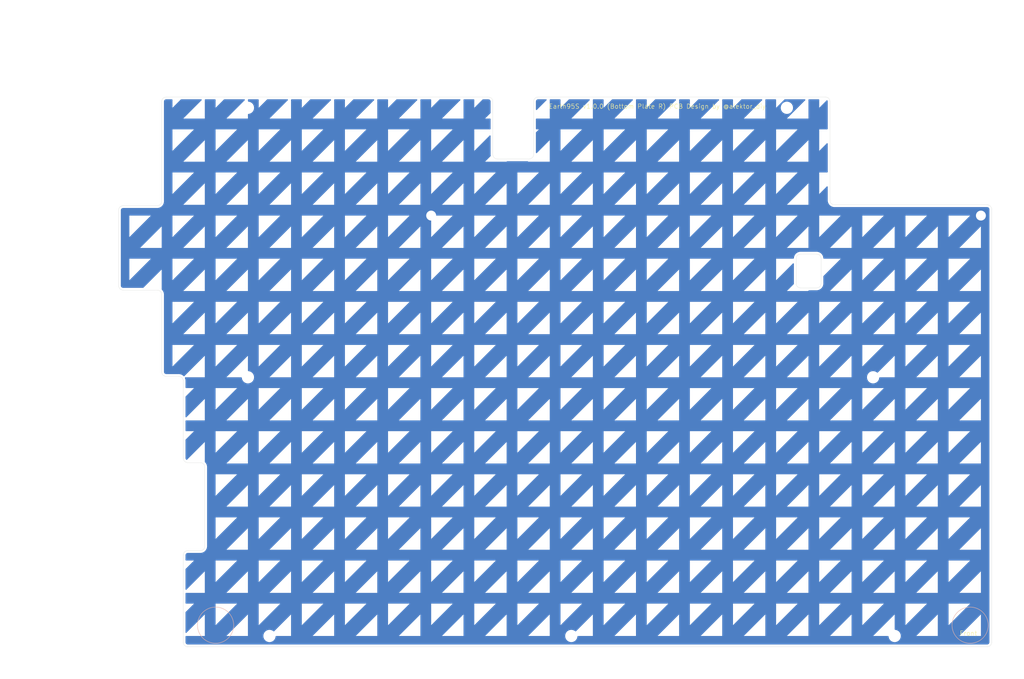
<source format=kicad_pcb>
(kicad_pcb (version 20240108) (generator "pcbnew") (generator_version "8.0")
  (layers (0 "F.Cu" signal) (31 "B.Cu" signal) (34 "B.Paste" user) (35 "F.Paste" user) (36 "B.SilkS" user "B.Silkscreen") (37 "F.SilkS" user "F.Silkscreen") (38 "B.Mask" user) (39 "F.Mask" user) (44 "Edge.Cuts" user))
  (net 0 "")
  (footprint "kbd_Hole:m2_Screw_Hole" (layer "F.Cu") (at 52.3875 85.725)
    (property "Reference" "Ref**" (hide yes))
    (property "Value" "Val**" (hide yes))
    (pad "" np_thru_hole circle (at 0 0) (size 2.2 2.2) (drill 2.2) (layers "*.Cu" "*.Mask"))
  )
  (footprint "kbd_Hole:m2_Screw_Hole" (layer "F.Cu") (at 190.5 85.725)
    (property "Reference" "Ref**" (hide yes))
    (property "Value" "Val**" (hide yes))
    (pad "" np_thru_hole circle (at 0 0) (size 2.2 2.2) (drill 2.2) (layers "*.Cu" "*.Mask"))
  )
  (footprint "kbd_Hole:m2_Screw_Hole" (layer "F.Cu") (at 123.825 142.875)
    (property "Reference" "Ref**" (hide yes))
    (property "Value" "Val**" (hide yes))
    (pad "" np_thru_hole circle (at 0 0) (size 2.2 2.2) (drill 2.2) (layers "*.Cu" "*.Mask"))
  )
  (footprint "kbd_Hole:m2_Screw_Hole" (layer "F.Cu") (at 92.86875 50.00625)
    (property "Reference" "Ref**" (hide yes))
    (property "Value" "Val**" (hide yes))
    (pad "" np_thru_hole circle (at 0 0) (size 2.2 2.2) (drill 2.2) (layers "F&B.Cu" "*.Mask"))
  )
  (footprint "kbd_Hole:m2_Screw_Hole" (layer "F.Cu") (at 195.2625 142.875)
    (property "Reference" "Ref**" (hide yes))
    (property "Value" "Val**" (hide yes))
    (pad "" np_thru_hole circle (at 0 0) (size 2.2 2.2) (drill 2.2) (layers "*.Cu" "*.Mask"))
  )
  (footprint "kbd_Hole:m2_Screw_Hole" (layer "F.Cu") (at 214.3125 50.00625)
    (property "Reference" "Ref**" (hide yes))
    (property "Value" "Val**" (hide yes))
    (pad "" np_thru_hole circle (at 0 0) (size 2.2 2.2) (drill 2.2) (layers "F&B.Cu" "*.Mask"))
  )
  (footprint "kbd_Hole:m2_Screw_Hole" (layer "F.Cu") (at 57.15 142.875)
    (property "Reference" "Ref**" (hide yes))
    (property "Value" "Val**" (hide yes))
    (pad "" np_thru_hole circle (at 0 0) (size 2.2 2.2) (drill 2.2) (layers "*.Cu" "*.Mask"))
  )
  (footprint "kbd_Hole:m2_Screw_Hole" (layer "F.Cu") (at 171.45 26.19375)
    (property "Reference" "Ref**" (hide yes))
    (property "Value" "Val**" (hide yes))
    (pad "" np_thru_hole circle (at 0 0) (size 2.2 2.2) (drill 2.2) (layers "*.Cu" "*.Mask"))
  )
  (footprint "kbd_Hole:m2_Screw_Hole" (layer "F.Cu") (at 52.3875 26.19375)
    (property "Reference" "Ref**" (hide yes))
    (property "Value" "Val**" (hide yes))
    (pad "" np_thru_hole circle (at 0 0) (size 2.2 2.2) (drill 2.2) (layers "*.Cu" "*.Mask"))
  )
  (gr_circle (center 45.24375 140.49375) (end 49.24375 140.49375) (stroke (width 0.1)) (fill none) (layer "B.SilkS"))
  (gr_circle (center 211.93125 140.49375) (end 211.93125 144.49375) (stroke (width 0.1)) (fill none) (layer "B.SilkS"))
  (gr_arc (start 173.5 59.5) (mid 173.792893 58.792893) (end 174.5 58.5) (stroke (width 0.05)) (layer "Edge.Cuts"))
  (gr_arc (start 216.69375 144.25625) (mid 216.400857 144.963357) (end 215.69375 145.25625) (stroke (width 0.05)) (layer "Edge.Cuts"))
  (gr_line (start 115.5 24.8125) (end 115.5 36.5) (stroke (width 0.05)) (layer "Edge.Cuts"))
  (gr_line (start 39.1 104.575) (end 41.8625 104.575) (stroke (width 0.05)) (layer "Edge.Cuts"))
  (gr_line (start 38.1 86.525) (end 38.1 103.575) (stroke (width 0.05)) (layer "Edge.Cuts"))
  (gr_arc (start 179.975 23.8125) (mid 180.682139 24.105376) (end 180.97505 24.8125) (stroke (width 0.05)) (layer "Edge.Cuts"))
  (gr_arc (start 39.1 145.25625) (mid 38.392893 144.963357) (end 38.1 144.25625) (stroke (width 0.05)) (layer "Edge.Cuts"))
  (gr_arc (start 105.5 23.8125) (mid 106.207106 24.105394) (end 106.5 24.8125) (stroke (width 0.05)) (layer "Edge.Cuts"))
  (gr_arc (start 24.8125 66.475) (mid 24.105393 66.182107) (end 23.8125 65.475) (stroke (width 0.05)) (layer "Edge.Cuts"))
  (gr_line (start 106.5 36.5) (end 106.5 24.8125) (stroke (width 0.05)) (layer "Edge.Cuts"))
  (gr_arc (start 115.5 24.8125) (mid 115.792893 24.105393) (end 116.5 23.8125) (stroke (width 0.05)) (layer "Edge.Cuts"))
  (gr_arc (start 39.1 104.575) (mid 38.392893 104.282107) (end 38.1 103.575) (stroke (width 0.05)) (layer "Edge.Cuts"))
  (gr_arc (start 215.69375 47.625) (mid 216.400856 47.917894) (end 216.69375 48.625) (stroke (width 0.05)) (layer "Edge.Cuts"))
  (gr_arc (start 33.3375 24.8125) (mid 33.630393 24.105393) (end 34.3375 23.8125) (stroke (width 0.05)) (layer "Edge.Cuts"))
  (gr_line (start 174.5 66) (end 178 66) (stroke (width 0.05)) (layer "Edge.Cuts"))
  (gr_line (start 42.8625 105.575) (end 42.8625 123.025) (stroke (width 0.05)) (layer "Edge.Cuts"))
  (gr_arc (start 181.975 47.625) (mid 181.267893 47.332107) (end 180.975 46.625) (stroke (width 0.05)) (layer "Edge.Cuts"))
  (gr_arc (start 38.1 125.025) (mid 38.392893 124.317893) (end 39.1 124.025) (stroke (width 0.05)) (layer "Edge.Cuts"))
  (gr_arc (start 178 58.5) (mid 178.707106 58.792894) (end 179 59.5) (stroke (width 0.05)) (layer "Edge.Cuts"))
  (gr_line (start 23.8125 48.825) (end 23.8125 65.475) (stroke (width 0.05)) (layer "Edge.Cuts"))
  (gr_line (start 41.8625 124.025) (end 39.1 124.025) (stroke (width 0.05)) (layer "Edge.Cuts"))
  (gr_line (start 216.69375 144.25625) (end 216.69375 48.625) (stroke (width 0.05)) (layer "Edge.Cuts"))
  (gr_arc (start 33.3375 46.825) (mid 33.044607 47.532107) (end 32.3375 47.825) (stroke (width 0.05)) (layer "Edge.Cuts"))
  (gr_line (start 114.5 37.5) (end 107.5 37.5) (stroke (width 0.05)) (layer "Edge.Cuts"))
  (gr_line (start 105.5 23.8125) (end 34.3375 23.8125) (stroke (width 0.05)) (layer "Edge.Cuts"))
  (gr_line (start 178 58.5) (end 174.5 58.5) (stroke (width 0.05)) (layer "Edge.Cuts"))
  (gr_line (start 179.975 23.8125) (end 116.5 23.8125) (stroke (width 0.05)) (layer "Edge.Cuts"))
  (gr_line (start 173.5 59.5) (end 173.5 65) (stroke (width 0.05)) (layer "Edge.Cuts"))
  (gr_line (start 39.1 145.25625) (end 215.69375 145.25625) (stroke (width 0.05)) (layer "Edge.Cuts"))
  (gr_arc (start 32.3375 66.475) (mid 33.044607 66.767893) (end 33.3375 67.475) (stroke (width 0.05)) (layer "Edge.Cuts"))
  (gr_arc (start 34.3375 85.525) (mid 33.630393 85.232107) (end 33.3375 84.525) (stroke (width 0.05)) (layer "Edge.Cuts"))
  (gr_line (start 32.3375 47.825) (end 24.8125 47.825) (stroke (width 0.05)) (layer "Edge.Cuts"))
  (gr_arc (start 23.8125 48.825) (mid 24.105393 48.117893) (end 24.8125 47.825) (stroke (width 0.05)) (layer "Edge.Cuts"))
  (gr_arc (start 41.8625 104.575) (mid 42.569607 104.867893) (end 42.8625 105.575) (stroke (width 0.05)) (layer "Edge.Cuts"))
  (gr_line (start 180.975 24.8125) (end 180.975 46.625) (stroke (width 0.05)) (layer "Edge.Cuts"))
  (gr_arc (start 174.5 66) (mid 173.792893 65.707107) (end 173.5 65) (stroke (width 0.05)) (layer "Edge.Cuts"))
  (gr_arc (start 107.5 37.5) (mid 106.792893 37.207107) (end 106.5 36.5) (stroke (width 0.05)) (layer "Edge.Cuts"))
  (gr_arc (start 179 65) (mid 178.707107 65.707107) (end 178 66) (stroke (width 0.05)) (layer "Edge.Cuts"))
  (gr_line (start 33.3375 24.8125) (end 33.3375 46.825) (stroke (width 0.05)) (layer "Edge.Cuts"))
  (gr_line (start 181.975 47.625) (end 215.69375 47.625) (stroke (width 0.05)) (layer "Edge.Cuts"))
  (gr_line (start 33.3375 67.475) (end 33.3375 84.525) (stroke (width 0.05)) (layer "Edge.Cuts"))
  (gr_arc (start 37.1 85.525) (mid 37.807107 85.817893) (end 38.1 86.525) (stroke (width 0.05)) (layer "Edge.Cuts"))
  (gr_line (start 24.8125 66.475) (end 32.3375 66.475) (stroke (width 0.05)) (layer "Edge.Cuts"))
  (gr_line (start 34.3375 85.525) (end 37.1 85.525) (stroke (width 0.05)) (layer "Edge.Cuts"))
  (gr_line (start 38.1 125.025) (end 38.1 144.25625) (stroke (width 0.05)) (layer "Edge.Cuts"))
  (gr_line (start 179 65) (end 179 59.5) (stroke (width 0.05)) (layer "Edge.Cuts"))
  (gr_arc (start 42.8625 123.025) (mid 42.569607 123.732107) (end 41.8625 124.025) (stroke (width 0.05)) (layer "Edge.Cuts"))
  (gr_arc (start 115.5 36.5) (mid 115.207107 37.207107) (end 114.5 37.5) (stroke (width 0.05)) (layer "Edge.Cuts"))
  (gr_text "Earth95S v1.0.0 (Bottom Plate R) PCB Design by @alektor_diy" (at 118.794077 26.46429 0) (layer "F.SilkS") (effects (font (size 1 1) (thickness 0.1)) (justify left bottom)))
  (gr_text "Front" (at 209.55 142.875 0) (layer "F.SilkS") (effects (font (size 1 1) (thickness 0.1)) (justify left bottom)))
  (zone (net 0) (net_name "") (layer "B.Cu") (connect_pads (clearance 0)) (min_thickness 0.25)
    (keepout (tracks allowed) (vias allowed) (pads allowed) (copperpour not_allowed) (footprints allowed))
    (fill (thermal_gap 0.5) (thermal_bridge_width 0.5))
    (polygon (pts (xy 195.2625 33.3375) (xy 190.5 38.1) (xy 195.2625 38.1)))
  )
  (zone (net 0) (net_name "") (layer "B.Cu") (connect_pads (clearance 0)) (min_thickness 0.25)
    (keepout (tracks allowed) (vias allowed) (pads allowed) (copperpour not_allowed) (footprints allowed))
    (fill (thermal_gap 0.5) (thermal_bridge_width 0.5))
    (polygon (pts (xy 169.06875 126.20625) (xy 169.06875 130.96875) (xy 173.83125 126.20625)))
  )
  (zone (net 0) (net_name "") (layer "B.Cu") (connect_pads (clearance 0)) (min_thickness 0.25)
    (keepout (tracks allowed) (vias allowed) (pads allowed) (copperpour not_allowed) (footprints allowed))
    (fill (thermal_gap 0.5) (thermal_bridge_width 0.5))
    (polygon (pts (xy 33.3375 4.7625) (xy 28.575 9.525) (xy 33.3375 9.525)))
  )
  (zone (net 0) (net_name "") (layer "B.Cu") (connect_pads (clearance 0)) (min_thickness 0.25)
    (keepout (tracks allowed) (vias allowed) (pads allowed) (copperpour not_allowed) (footprints allowed))
    (fill (thermal_gap 0.5) (thermal_bridge_width 0.5))
    (polygon (pts (xy 188.11875 145.25625) (xy 188.11875 150.01875) (xy 192.88125 145.25625)))
  )
  (zone (net 0) (net_name "") (layer "B.Cu") (connect_pads (clearance 0)) (min_thickness 0.25)
    (keepout (tracks allowed) (vias allowed) (pads allowed) (copperpour not_allowed) (footprints allowed))
    (fill (thermal_gap 0.5) (thermal_bridge_width 0.5))
    (polygon (pts (xy 169.06875 59.53125) (xy 169.06875 64.29375) (xy 173.83125 59.53125)))
  )
  (zone (net 0) (net_name "") (layer "B.Cu") (connect_pads (clearance 0)) (min_thickness 0.25)
    (keepout (tracks allowed) (vias allowed) (pads allowed) (copperpour not_allowed) (footprints allowed))
    (fill (thermal_gap 0.5) (thermal_bridge_width 0.5))
    (polygon (pts (xy 157.1625 109.5375) (xy 152.4 114.3) (xy 157.1625 114.3)))
  )
  (zone (net 0) (net_name "") (layer "B.Cu") (connect_pads (clearance 0)) (min_thickness 0.25)
    (keepout (tracks allowed) (vias allowed) (pads allowed) (copperpour not_allowed) (footprints allowed))
    (fill (thermal_gap 0.5) (thermal_bridge_width 0.5))
    (polygon (pts (xy 150.01875 59.53125) (xy 150.01875 64.29375) (xy 154.78125 59.53125)))
  )
  (zone (net 0) (net_name "") (layer "B.Cu") (connect_pads (clearance 0)) (min_thickness 0.25)
    (keepout (tracks allowed) (vias allowed) (pads allowed) (copperpour not_allowed) (footprints allowed))
    (fill (thermal_gap 0.5) (thermal_bridge_width 0.5))
    (polygon (pts (xy 23.8125 119.0625) (xy 19.05 123.825) (xy 23.8125 123.825)))
  )
  (zone (net 0) (net_name "") (layer "B.Cu") (connect_pads (clearance 0)) (min_thickness 0.25)
    (keepout (tracks allowed) (vias allowed) (pads allowed) (copperpour not_allowed) (footprints allowed))
    (fill (thermal_gap 0.5) (thermal_bridge_width 0.5))
    (polygon (pts (xy 73.81875 78.58125) (xy 73.81875 83.34375) (xy 78.58125 78.58125)))
  )
  (zone (net 0) (net_name "") (layer "B.Cu") (connect_pads (clearance 0)) (min_thickness 0.25)
    (keepout (tracks allowed) (vias allowed) (pads allowed) (copperpour not_allowed) (footprints allowed))
    (fill (thermal_gap 0.5) (thermal_bridge_width 0.5))
    (polygon (pts (xy 45.24375 126.20625) (xy 45.24375 130.96875) (xy 50.00625 126.20625)))
  )
  (zone (net 0) (net_name "") (layer "B.Cu") (connect_pads (clearance 0)) (min_thickness 0.25)
    (keepout (tracks allowed) (vias allowed) (pads allowed) (copperpour not_allowed) (footprints allowed))
    (fill (thermal_gap 0.5) (thermal_bridge_width 0.5))
    (polygon (pts (xy 140.49375 2.38125) (xy 140.49375 7.14375) (xy 145.25625 2.38125)))
  )
  (zone (net 0) (net_name "") (layer "B.Cu") (connect_pads (clearance 0)) (min_thickness 0.25)
    (keepout (tracks allowed) (vias allowed) (pads allowed) (copperpour not_allowed) (footprints allowed))
    (fill (thermal_gap 0.5) (thermal_bridge_width 0.5))
    (polygon (pts (xy 90.4875 80.9625) (xy 85.725 85.725) (xy 90.4875 85.725)))
  )
  (zone (net 0) (net_name "") (layer "B.Cu") (connect_pads (clearance 0)) (min_thickness 0.25)
    (keepout (tracks allowed) (vias allowed) (pads allowed) (copperpour not_allowed) (footprints allowed))
    (fill (thermal_gap 0.5) (thermal_bridge_width 0.5))
    (polygon (pts (xy 80.9625 33.3375) (xy 76.2 38.1) (xy 80.9625 38.1)))
  )
  (zone (net 0) (net_name "") (layer "B.Cu") (connect_pads (clearance 0)) (min_thickness 0.25)
    (keepout (tracks allowed) (vias allowed) (pads allowed) (copperpour not_allowed) (footprints allowed))
    (fill (thermal_gap 0.5) (thermal_bridge_width 0.5))
    (polygon (pts (xy 102.39375 59.53125) (xy 102.39375 64.29375) (xy 107.15625 59.53125)))
  )
  (zone (net 0) (net_name "") (layer "B.Cu") (connect_pads (clearance 0)) (min_thickness 0.25)
    (keepout (tracks allowed) (vias allowed) (pads allowed) (copperpour not_allowed) (footprints allowed))
    (fill (thermal_gap 0.5) (thermal_bridge_width 0.5))
    (polygon (pts (xy 147.6375 14.2875) (xy 142.875 19.05) (xy 147.6375 19.05)))
  )
  (zone (net 0) (net_name "") (layer "B.Cu") (connect_pads (clearance 0)) (min_thickness 0.25)
    (keepout (tracks allowed) (vias allowed) (pads allowed) (copperpour not_allowed) (footprints allowed))
    (fill (thermal_gap 0.5) (thermal_bridge_width 0.5))
    (polygon (pts (xy 83.34375 69.05625) (xy 83.34375 73.81875) (xy 88.10625 69.05625)))
  )
  (zone (net 0) (net_name "") (layer "B.Cu") (connect_pads (clearance 0)) (min_thickness 0.25)
    (keepout (tracks allowed) (vias allowed) (pads allowed) (copperpour not_allowed) (footprints allowed))
    (fill (thermal_gap 0.5) (thermal_bridge_width 0.5))
    (polygon (pts (xy 52.3875 33.3375) (xy 47.625 38.1) (xy 52.3875 38.1)))
  )
  (zone (net 0) (net_name "") (layer "B.Cu") (connect_pads (clearance 0)) (min_thickness 0.25)
    (keepout (tracks allowed) (vias allowed) (pads allowed) (copperpour not_allowed) (footprints allowed))
    (fill (thermal_gap 0.5) (thermal_bridge_width 0.5))
    (polygon (pts (xy 214.3125 128.5875) (xy 209.55 133.35) (xy 214.3125 133.35)))
  )
  (zone (net 0) (net_name "") (layer "B.Cu") (connect_pads (clearance 0)) (min_thickness 0.25)
    (keepout (tracks allowed) (vias allowed) (pads allowed) (copperpour not_allowed) (footprints allowed))
    (fill (thermal_gap 0.5) (thermal_bridge_width 0.5))
    (polygon (pts (xy 83.34375 107.15625) (xy 83.34375 111.91875) (xy 88.10625 107.15625)))
  )
  (zone (net 0) (net_name "") (layer "B.Cu") (connect_pads (clearance 0)) (min_thickness 0.25)
    (keepout (tracks allowed) (vias allowed) (pads allowed) (copperpour not_allowed) (footprints allowed))
    (fill (thermal_gap 0.5) (thermal_bridge_width 0.5))
    (polygon (pts (xy 166.6875 23.8125) (xy 161.925 28.575) (xy 166.6875 28.575)))
  )
  (zone (net 0) (net_name "") (layer "B.Cu") (connect_pads (clearance 0)) (min_thickness 0.25)
    (keepout (tracks allowed) (vias allowed) (pads allowed) (copperpour not_allowed) (footprints allowed))
    (fill (thermal_gap 0.5) (thermal_bridge_width 0.5))
    (polygon (pts (xy 61.9125 4.7625) (xy 57.15 9.525) (xy 61.9125 9.525)))
  )
  (zone (net 0) (net_name "") (layer "B.Cu") (connect_pads (clearance 0)) (min_thickness 0.25)
    (keepout (tracks allowed) (vias allowed) (pads allowed) (copperpour not_allowed) (footprints allowed))
    (fill (thermal_gap 0.5) (thermal_bridge_width 0.5))
    (polygon (pts (xy 52.3875 80.9625) (xy 47.625 85.725) (xy 52.3875 85.725)))
  )
  (zone (net 0) (net_name "") (layer "B.Cu") (connect_pads (clearance 0)) (min_thickness 0.25)
    (keepout (tracks allowed) (vias allowed) (pads allowed) (copperpour not_allowed) (footprints allowed))
    (fill (thermal_gap 0.5) (thermal_bridge_width 0.5))
    (polygon (pts (xy 176.2125 138.1125) (xy 171.45 142.875) (xy 176.2125 142.875)))
  )
  (zone (net 0) (net_name "") (layer "B.Cu") (connect_pads (clearance 0)) (min_thickness 0.25)
    (keepout (tracks allowed) (vias allowed) (pads allowed) (copperpour not_allowed) (footprints allowed))
    (fill (thermal_gap 0.5) (thermal_bridge_width 0.5))
    (polygon (pts (xy 42.8625 42.8625) (xy 38.1 47.625) (xy 42.8625 47.625)))
  )
  (zone (net 0) (net_name "") (layer "B.Cu") (connect_pads (clearance 0)) (min_thickness 0.25)
    (keepout (tracks allowed) (vias allowed) (pads allowed) (copperpour not_allowed) (footprints allowed))
    (fill (thermal_gap 0.5) (thermal_bridge_width 0.5))
    (polygon (pts (xy 204.7875 128.5875) (xy 200.025 133.35) (xy 204.7875 133.35)))
  )
  (zone (net 0) (net_name "") (layer "B.Cu") (connect_pads (clearance 0)) (min_thickness 0.25)
    (keepout (tracks allowed) (vias allowed) (pads allowed) (copperpour not_allowed) (footprints allowed))
    (fill (thermal_gap 0.5) (thermal_bridge_width 0.5))
    (polygon (pts (xy 54.76875 78.58125) (xy 54.76875 83.34375) (xy 59.53125 78.58125)))
  )
  (zone (net 0) (net_name "") (layer "B.Cu") (connect_pads (clearance 0)) (min_thickness 0.25)
    (keepout (tracks allowed) (vias allowed) (pads allowed) (copperpour not_allowed) (footprints allowed))
    (fill (thermal_gap 0.5) (thermal_bridge_width 0.5))
    (polygon (pts (xy 92.86875 40.48125) (xy 92.86875 45.24375) (xy 97.63125 40.48125)))
  )
  (zone (net 0) (net_name "") (layer "B.Cu") (connect_pads (clearance 0)) (min_thickness 0.25)
    (keepout (tracks allowed) (vias allowed) (pads allowed) (copperpour not_allowed) (footprints allowed))
    (fill (thermal_gap 0.5) (thermal_bridge_width 0.5))
    (polygon (pts (xy 207.16875 2.38125) (xy 207.16875 7.14375) (xy 211.93125 2.38125)))
  )
  (zone (net 0) (net_name "") (layer "B.Cu") (connect_pads (clearance 0.5)) (min_thickness 0.25) (fill yes (thermal_gap 0.5) (thermal_bridge_width 0.5) (island_removal_mode 1) (island_area_min 10))
    (polygon (pts (xy 219.075 147.6375) (xy 19.05 147.6375) (xy 19.05 21.43125) (xy 219.075 21.43125)))
  )
  (zone (net 0) (net_name "") (layer "B.Cu") (connect_pads (clearance 0)) (min_thickness 0.25)
    (keepout (tracks allowed) (vias allowed) (pads allowed) (copperpour not_allowed) (footprints allowed))
    (fill (thermal_gap 0.5) (thermal_bridge_width 0.5))
    (polygon (pts (xy 128.5875 90.4875) (xy 123.825 95.25) (xy 128.5875 95.25)))
  )
  (zone (net 0) (net_name "") (layer "B.Cu") (connect_pads (clearance 0)) (min_thickness 0.25)
    (keepout (tracks allowed) (vias allowed) (pads allowed) (copperpour not_allowed) (footprints allowed))
    (fill (thermal_gap 0.5) (thermal_bridge_width 0.5))
    (polygon (pts (xy 223.8375 33.3375) (xy 219.075 38.1) (xy 223.8375 38.1)))
  )
  (zone (net 0) (net_name "") (layer "B.Cu") (connect_pads (clearance 0)) (min_thickness 0.25)
    (keepout (tracks allowed) (vias allowed) (pads allowed) (copperpour not_allowed) (footprints allowed))
    (fill (thermal_gap 0.5) (thermal_bridge_width 0.5))
    (polygon (pts (xy 216.69375 50.00625) (xy 216.69375 54.76875) (xy 221.45625 50.00625)))
  )
  (zone (net 0) (net_name "") (layer "B.Cu") (connect_pads (clearance 0)) (min_thickness 0.25)
    (keepout (tracks allowed) (vias allowed) (pads allowed) (copperpour not_allowed) (footprints allowed))
    (fill (thermal_gap 0.5) (thermal_bridge_width 0.5))
    (polygon (pts (xy 42.8625 147.6375) (xy 38.1 152.4) (xy 42.8625 152.4)))
  )
  (zone (net 0) (net_name "") (layer "B.Cu") (connect_pads (clearance 0)) (min_thickness 0.25)
    (keepout (tracks allowed) (vias allowed) (pads allowed) (copperpour not_allowed) (footprints allowed))
    (fill (thermal_gap 0.5) (thermal_bridge_width 0.5))
    (polygon (pts (xy 45.24375 30.95625) (xy 45.24375 35.71875) (xy 50.00625 30.95625)))
  )
  (zone (net 0) (net_name "") (layer "B.Cu") (connect_pads (clearance 0)) (min_thickness 0.25)
    (keepout (tracks allowed) (vias allowed) (pads allowed) (copperpour not_allowed) (footprints allowed))
    (fill (thermal_gap 0.5) (thermal_bridge_width 0.5))
    (polygon (pts (xy 52.3875 147.6375) (xy 47.625 152.4) (xy 52.3875 152.4)))
  )
  (zone (net 0) (net_name "") (layer "B.Cu") (connect_pads (clearance 0)) (min_thickness 0.25)
    (keepout (tracks allowed) (vias allowed) (pads allowed) (copperpour not_allowed) (footprints allowed))
    (fill (thermal_gap 0.5) (thermal_bridge_width 0.5))
    (polygon (pts (xy -2.38125 11.90625) (xy -2.38125 16.66875) (xy 2.38125 11.90625)))
  )
  (zone (net 0) (net_name "") (layer "B.Cu") (connect_pads (clearance 0)) (min_thickness 0.25)
    (keepout (tracks allowed) (vias allowed) (pads allowed) (copperpour not_allowed) (footprints allowed))
    (fill (thermal_gap 0.5) (thermal_bridge_width 0.5))
    (polygon (pts (xy 111.91875 135.73125) (xy 111.91875 140.49375) (xy 116.68125 135.73125)))
  )
  (zone (net 0) (net_name "") (layer "B.Cu") (connect_pads (clearance 0)) (min_thickness 0.25)
    (keepout (tracks allowed) (vias allowed) (pads allowed) (copperpour not_allowed) (footprints allowed))
    (fill (thermal_gap 0.5) (thermal_bridge_width 0.5))
    (polygon (pts (xy 216.69375 40.48125) (xy 216.69375 45.24375) (xy 221.45625 40.48125)))
  )
  (zone (net 0) (net_name "") (layer "B.Cu") (connect_pads (clearance 0)) (min_thickness 0.25)
    (keepout (tracks allowed) (vias allowed) (pads allowed) (copperpour not_allowed) (footprints allowed))
    (fill (thermal_gap 0.5) (thermal_bridge_width 0.5))
    (polygon (pts (xy 109.5375 109.5375) (xy 104.775 114.3) (xy 109.5375 114.3)))
  )
  (zone (net 0) (net_name "") (layer "B.Cu") (connect_pads (clearance 0)) (min_thickness 0.25)
    (keepout (tracks allowed) (vias allowed) (pads allowed) (copperpour not_allowed) (footprints allowed))
    (fill (thermal_gap 0.5) (thermal_bridge_width 0.5))
    (polygon (pts (xy 35.71875 11.90625) (xy 35.71875 16.66875) (xy 40.48125 11.90625)))
  )
  (zone (net 0) (net_name "") (layer "B.Cu") (connect_pads (clearance 0)) (min_thickness 0.25)
    (keepout (tracks allowed) (vias allowed) (pads allowed) (copperpour not_allowed) (footprints allowed))
    (fill (thermal_gap 0.5) (thermal_bridge_width 0.5))
    (polygon (pts (xy 54.76875 126.20625) (xy 54.76875 130.96875) (xy 59.53125 126.20625)))
  )
  (zone (net 0) (net_name "") (layer "B.Cu") (connect_pads (clearance 0)) (min_thickness 0.25)
    (keepout (tracks allowed) (vias allowed) (pads allowed) (copperpour not_allowed) (footprints allowed))
    (fill (thermal_gap 0.5) (thermal_bridge_width 0.5))
    (polygon (pts (xy 188.11875 2.38125) (xy 188.11875 7.14375) (xy 192.88125 2.38125)))
  )
  (zone (net 0) (net_name "") (layer "B.Cu") (connect_pads (clearance 0)) (min_thickness 0.25)
    (keepout (tracks allowed) (vias allowed) (pads allowed) (copperpour not_allowed) (footprints allowed))
    (fill (thermal_gap 0.5) (thermal_bridge_width 0.5))
    (polygon (pts (xy -2.38125 69.05625) (xy -2.38125 73.81875) (xy 2.38125 69.05625)))
  )
  (zone (net 0) (net_name "") (layer "B.Cu") (connect_pads (clearance 0)) (min_thickness 0.25)
    (keepout (tracks allowed) (vias allowed) (pads allowed) (copperpour not_allowed) (footprints allowed))
    (fill (thermal_gap 0.5) (thermal_bridge_width 0.5))
    (polygon (pts (xy 204.7875 138.1125) (xy 200.025 142.875) (xy 204.7875 142.875)))
  )
  (zone (net 0) (net_name "") (layer "B.Cu") (connect_pads (clearance 0)) (min_thickness 0.25)
    (keepout (tracks allowed) (vias allowed) (pads allowed) (copperpour not_allowed) (footprints allowed))
    (fill (thermal_gap 0.5) (thermal_bridge_width 0.5))
    (polygon (pts (xy 73.81875 30.95625) (xy 73.81875 35.71875) (xy 78.58125 30.95625)))
  )
  (zone (net 0) (net_name "") (layer "B.Cu") (connect_pads (clearance 0)) (min_thickness 0.25)
    (keepout (tracks allowed) (vias allowed) (pads allowed) (copperpour not_allowed) (footprints allowed))
    (fill (thermal_gap 0.5) (thermal_bridge_width 0.5))
    (polygon (pts (xy -2.38125 21.43125) (xy -2.38125 26.19375) (xy 2.38125 21.43125)))
  )
  (zone (net 0) (net_name "") (layer "B.Cu") (connect_pads (clearance 0)) (min_thickness 0.25)
    (keepout (tracks allowed) (vias allowed) (pads allowed) (copperpour not_allowed) (footprints allowed))
    (fill (thermal_gap 0.5) (thermal_bridge_width 0.5))
    (polygon (pts (xy 33.3375 71.4375) (xy 28.575 76.2) (xy 33.3375 76.2)))
  )
  (zone (net 0) (net_name "") (layer "B.Cu") (connect_pads (clearance 0)) (min_thickness 0.25)
    (keepout (tracks allowed) (vias allowed) (pads allowed) (copperpour not_allowed) (footprints allowed))
    (fill (thermal_gap 0.5) (thermal_bridge_width 0.5))
    (polygon (pts (xy 14.2875 52.3875) (xy 9.525 57.15) (xy 14.2875 57.15)))
  )
  (zone (net 0) (net_name "") (layer "B.Cu") (connect_pads (clearance 0)) (min_thickness 0.25)
    (keepout (tracks allowed) (vias allowed) (pads allowed) (copperpour not_allowed) (footprints allowed))
    (fill (thermal_gap 0.5) (thermal_bridge_width 0.5))
    (polygon (pts (xy 26.19375 107.15625) (xy 26.19375 111.91875) (xy 30.95625 107.15625)))
  )
  (zone (net 0) (net_name "") (layer "B.Cu") (connect_pads (clearance 0)) (min_thickness 0.25)
    (keepout (tracks allowed) (vias allowed) (pads allowed) (copperpour not_allowed) (footprints allowed))
    (fill (thermal_gap 0.5) (thermal_bridge_width 0.5))
    (polygon (pts (xy 14.2875 147.6375) (xy 9.525 152.4) (xy 14.2875 152.4)))
  )
  (zone (net 0) (net_name "") (layer "B.Cu") (connect_pads (clearance 0)) (min_thickness 0.25)
    (keepout (tracks allowed) (vias allowed) (pads allowed) (copperpour not_allowed) (footprints allowed))
    (fill (thermal_gap 0.5) (thermal_bridge_width 0.5))
    (polygon (pts (xy 159.54375 11.90625) (xy 159.54375 16.66875) (xy 164.30625 11.90625)))
  )
  (zone (net 0) (net_name "") (layer "B.Cu") (connect_pads (clearance 0)) (min_thickness 0.25)
    (keepout (tracks allowed) (vias allowed) (pads allowed) (copperpour not_allowed) (footprints allowed))
    (fill (thermal_gap 0.5) (thermal_bridge_width 0.5))
    (polygon (pts (xy 64.29375 135.73125) (xy 64.29375 140.49375) (xy 69.05625 135.73125)))
  )
  (zone (net 0) (net_name "") (layer "B.Cu") (connect_pads (clearance 0)) (min_thickness 0.25)
    (keepout (tracks allowed) (vias allowed) (pads allowed) (copperpour not_allowed) (footprints allowed))
    (fill (thermal_gap 0.5) (thermal_bridge_width 0.5))
    (polygon (pts (xy 64.29375 145.25625) (xy 64.29375 150.01875) (xy 69.05625 145.25625)))
  )
  (zone (net 0) (net_name "") (layer "B.Cu") (connect_pads (clearance 0)) (min_thickness 0.25)
    (keepout (tracks allowed) (vias allowed) (pads allowed) (copperpour not_allowed) (footprints allowed))
    (fill (thermal_gap 0.5) (thermal_bridge_width 0.5))
    (polygon (pts (xy 157.1625 147.6375) (xy 152.4 152.4) (xy 157.1625 152.4)))
  )
  (zone (net 0) (net_name "") (layer "B.Cu") (connect_pads (clearance 0)) (min_thickness 0.25)
    (keepout (tracks allowed) (vias allowed) (pads allowed) (copperpour not_allowed) (footprints allowed))
    (fill (thermal_gap 0.5) (thermal_bridge_width 0.5))
    (polygon (pts (xy 214.3125 138.1125) (xy 209.55 142.875) (xy 214.3125 142.875)))
  )
  (zone (net 0) (net_name "") (layer "B.Cu") (connect_pads (clearance 0)) (min_thickness 0.25)
    (keepout (tracks allowed) (vias allowed) (pads allowed) (copperpour not_allowed) (footprints allowed))
    (fill (thermal_gap 0.5) (thermal_bridge_width 0.5))
    (polygon (pts (xy 121.44375 126.20625) (xy 121.44375 130.96875) (xy 126.20625 126.20625)))
  )
  (zone (net 0) (net_name "") (layer "B.Cu") (connect_pads (clearance 0)) (min_thickness 0.25)
    (keepout (tracks allowed) (vias allowed) (pads allowed) (copperpour not_allowed) (footprints allowed))
    (fill (thermal_gap 0.5) (thermal_bridge_width 0.5))
    (polygon (pts (xy 214.3125 61.9125) (xy 209.55 66.675) (xy 214.3125 66.675)))
  )
  (zone (net 0) (net_name "") (layer "B.Cu") (connect_pads (clearance 0)) (min_thickness 0.25)
    (keepout (tracks allowed) (vias allowed) (pads allowed) (copperpour not_allowed) (footprints allowed))
    (fill (thermal_gap 0.5) (thermal_bridge_width 0.5))
    (polygon (pts (xy 138.1125 4.7625) (xy 133.35 9.525) (xy 138.1125 9.525)))
  )
  (zone (net 0) (net_name "") (layer "B.Cu") (connect_pads (clearance 0)) (min_thickness 0.25)
    (keepout (tracks allowed) (vias allowed) (pads allowed) (copperpour not_allowed) (footprints allowed))
    (fill (thermal_gap 0.5) (thermal_bridge_width 0.5))
    (polygon (pts (xy 150.01875 135.73125) (xy 150.01875 140.49375) (xy 154.78125 135.73125)))
  )
  (zone (net 0) (net_name "") (layer "B.Cu") (connect_pads (clearance 0)) (min_thickness 0.25)
    (keepout (tracks allowed) (vias allowed) (pads allowed) (copperpour not_allowed) (footprints allowed))
    (fill (thermal_gap 0.5) (thermal_bridge_width 0.5))
    (polygon (pts (xy 102.39375 97.63125) (xy 102.39375 102.39375) (xy 107.15625 97.63125)))
  )
  (zone (net 0) (net_name "") (layer "B.Cu") (connect_pads (clearance 0)) (min_thickness 0.25)
    (keepout (tracks allowed) (vias allowed) (pads allowed) (copperpour not_allowed) (footprints allowed))
    (fill (thermal_gap 0.5) (thermal_bridge_width 0.5))
    (polygon (pts (xy 150.01875 69.05625) (xy 150.01875 73.81875) (xy 154.78125 69.05625)))
  )
  (zone (net 0) (net_name "") (layer "B.Cu") (connect_pads (clearance 0)) (min_thickness 0.25)
    (keepout (tracks allowed) (vias allowed) (pads allowed) (copperpour not_allowed) (footprints allowed))
    (fill (thermal_gap 0.5) (thermal_bridge_width 0.5))
    (polygon (pts (xy 71.4375 14.2875) (xy 66.675 19.05) (xy 71.4375 19.05)))
  )
  (zone (net 0) (net_name "") (layer "B.Cu") (connect_pads (clearance 0)) (min_thickness 0.25)
    (keepout (tracks allowed) (vias allowed) (pads allowed) (copperpour not_allowed) (footprints allowed))
    (fill (thermal_gap 0.5) (thermal_bridge_width 0.5))
    (polygon (pts (xy 121.44375 2.38125) (xy 121.44375 7.14375) (xy 126.20625 2.38125)))
  )
  (zone (net 0) (net_name "") (layer "B.Cu") (connect_pads (clearance 0)) (min_thickness 0.25)
    (keepout (tracks allowed) (vias allowed) (pads allowed) (copperpour not_allowed) (footprints allowed))
    (fill (thermal_gap 0.5) (thermal_bridge_width 0.5))
    (polygon (pts (xy 54.76875 2.38125) (xy 54.76875 7.14375) (xy 59.53125 2.38125)))
  )
  (zone (net 0) (net_name "") (layer "B.Cu") (connect_pads (clearance 0)) (min_thickness 0.25)
    (keepout (tracks allowed) (vias allowed) (pads allowed) (copperpour not_allowed) (footprints allowed))
    (fill (thermal_gap 0.5) (thermal_bridge_width 0.5))
    (polygon (pts (xy 157.1625 42.8625) (xy 152.4 47.625) (xy 157.1625 47.625)))
  )
  (zone (net 0) (net_name "") (layer "B.Cu") (connect_pads (clearance 0)) (min_thickness 0.25)
    (keepout (tracks allowed) (vias allowed) (pads allowed) (copperpour not_allowed) (footprints allowed))
    (fill (thermal_gap 0.5) (thermal_bridge_width 0.5))
    (polygon (pts (xy 147.6375 119.0625) (xy 142.875 123.825) (xy 147.6375 123.825)))
  )
  (zone (net 0) (net_name "") (layer "B.Cu") (connect_pads (clearance 0)) (min_thickness 0.25)
    (keepout (tracks allowed) (vias allowed) (pads allowed) (copperpour not_allowed) (footprints allowed))
    (fill (thermal_gap 0.5) (thermal_bridge_width 0.5))
    (polygon (pts (xy 45.24375 145.25625) (xy 45.24375 150.01875) (xy 50.00625 145.25625)))
  )
  (zone (net 0) (net_name "") (layer "B.Cu") (connect_pads (clearance 0)) (min_thickness 0.25)
    (keepout (tracks allowed) (vias allowed) (pads allowed) (copperpour not_allowed) (footprints allowed))
    (fill (thermal_gap 0.5) (thermal_bridge_width 0.5))
    (polygon (pts (xy 64.29375 40.48125) (xy 64.29375 45.24375) (xy 69.05625 40.48125)))
  )
  (zone (net 0) (net_name "") (layer "B.Cu") (connect_pads (clearance 0)) (min_thickness 0.25)
    (keepout (tracks allowed) (vias allowed) (pads allowed) (copperpour not_allowed) (footprints allowed))
    (fill (thermal_gap 0.5) (thermal_bridge_width 0.5))
    (polygon (pts (xy 45.24375 97.63125) (xy 45.24375 102.39375) (xy 50.00625 97.63125)))
  )
  (zone (net 0) (net_name "") (layer "B.Cu") (connect_pads (clearance 0)) (min_thickness 0.25)
    (keepout (tracks allowed) (vias allowed) (pads allowed) (copperpour not_allowed) (footprints allowed))
    (fill (thermal_gap 0.5) (thermal_bridge_width 0.5))
    (polygon (pts (xy 166.6875 52.3875) (xy 161.925 57.15) (xy 166.6875 57.15)))
  )
  (zone (net 0) (net_name "") (layer "B.Cu") (connect_pads (clearance 0)) (min_thickness 0.25)
    (keepout (tracks allowed) (vias allowed) (pads allowed) (copperpour not_allowed) (footprints allowed))
    (fill (thermal_gap 0.5) (thermal_bridge_width 0.5))
    (polygon (pts (xy 138.1125 147.6375) (xy 133.35 152.4) (xy 138.1125 152.4)))
  )
  (zone (net 0) (net_name "") (layer "B.Cu") (connect_pads (clearance 0)) (min_thickness 0.25)
    (keepout (tracks allowed) (vias allowed) (pads allowed) (copperpour not_allowed) (footprints allowed))
    (fill (thermal_gap 0.5) (thermal_bridge_width 0.5))
    (polygon (pts (xy 159.54375 107.15625) (xy 159.54375 111.91875) (xy 164.30625 107.15625)))
  )
  (zone (net 0) (net_name "") (layer "B.Cu") (connect_pads (clearance 0)) (min_thickness 0.25)
    (keepout (tracks allowed) (vias allowed) (pads allowed) (copperpour not_allowed) (footprints allowed))
    (fill (thermal_gap 0.5) (thermal_bridge_width 0.5))
    (polygon (pts (xy 26.19375 97.63125) (xy 26.19375 102.39375) (xy 30.95625 97.63125)))
  )
  (zone (net 0) (net_name "") (layer "B.Cu") (connect_pads (clearance 0)) (min_thickness 0.25)
    (keepout (tracks allowed) (vias allowed) (pads allowed) (copperpour not_allowed) (footprints allowed))
    (fill (thermal_gap 0.5) (thermal_bridge_width 0.5))
    (polygon (pts (xy 166.6875 138.1125) (xy 161.925 142.875) (xy 166.6875 142.875)))
  )
  (zone (net 0) (net_name "") (layer "B.Cu") (connect_pads (clearance 0)) (min_thickness 0.25)
    (keepout (tracks allowed) (vias allowed) (pads allowed) (copperpour not_allowed) (footprints allowed))
    (fill (thermal_gap 0.5) (thermal_bridge_width 0.5))
    (polygon (pts (xy 119.0625 90.4875) (xy 114.3 95.25) (xy 119.0625 95.25)))
  )
  (zone (net 0) (net_name "") (layer "B.Cu") (connect_pads (clearance 0)) (min_thickness 0.25)
    (keepout (tracks allowed) (vias allowed) (pads allowed) (copperpour not_allowed) (footprints allowed))
    (fill (thermal_gap 0.5) (thermal_bridge_width 0.5))
    (polygon (pts (xy 33.3375 52.3875) (xy 28.575 57.15) (xy 33.3375 57.15)))
  )
  (zone (net 0) (net_name "") (layer "B.Cu") (connect_pads (clearance 0)) (min_thickness 0.25)
    (keepout (tracks allowed) (vias allowed) (pads allowed) (copperpour not_allowed) (footprints allowed))
    (fill (thermal_gap 0.5) (thermal_bridge_width 0.5))
    (polygon (pts (xy 100.0125 119.0625) (xy 95.25 123.825) (xy 100.0125 123.825)))
  )
  (zone (net 0) (net_name "") (layer "B.Cu") (connect_pads (clearance 0)) (min_thickness 0.25)
    (keepout (tracks allowed) (vias allowed) (pads allowed) (copperpour not_allowed) (footprints allowed))
    (fill (thermal_gap 0.5) (thermal_bridge_width 0.5))
    (polygon (pts (xy 4.7625 119.0625) (xy 0 123.825) (xy 4.7625 123.825)))
  )
  (zone (net 0) (net_name "") (layer "B.Cu") (connect_pads (clearance 0)) (min_thickness 0.25)
    (keepout (tracks allowed) (vias allowed) (pads allowed) (copperpour not_allowed) (footprints allowed))
    (fill (thermal_gap 0.5) (thermal_bridge_width 0.5))
    (polygon (pts (xy 16.66875 135.73125) (xy 16.66875 140.49375) (xy 21.43125 135.73125)))
  )
  (zone (net 0) (net_name "") (layer "B.Cu") (connect_pads (clearance 0)) (min_thickness 0.25)
    (keepout (tracks allowed) (vias allowed) (pads allowed) (copperpour not_allowed) (footprints allowed))
    (fill (thermal_gap 0.5) (thermal_bridge_width 0.5))
    (polygon (pts (xy 64.29375 78.58125) (xy 64.29375 83.34375) (xy 69.05625 78.58125)))
  )
  (zone (net 0) (net_name "") (layer "B.Cu") (connect_pads (clearance 0)) (min_thickness 0.25)
    (keepout (tracks allowed) (vias allowed) (pads allowed) (copperpour not_allowed) (footprints allowed))
    (fill (thermal_gap 0.5) (thermal_bridge_width 0.5))
    (polygon (pts (xy 26.19375 88.10625) (xy 26.19375 92.86875) (xy 30.95625 88.10625)))
  )
  (zone (net 0) (net_name "") (layer "B.Cu") (connect_pads (clearance 0)) (min_thickness 0.25)
    (keepout (tracks allowed) (vias allowed) (pads allowed) (copperpour not_allowed) (footprints allowed))
    (fill (thermal_gap 0.5) (thermal_bridge_width 0.5))
    (polygon (pts (xy 157.1625 33.3375) (xy 152.4 38.1) (xy 157.1625 38.1)))
  )
  (zone (net 0) (net_name "") (layer "B.Cu") (connect_pads (clearance 0)) (min_thickness 0.25)
    (keepout (tracks allowed) (vias allowed) (pads allowed) (copperpour not_allowed) (footprints allowed))
    (fill (thermal_gap 0.5) (thermal_bridge_width 0.5))
    (polygon (pts (xy 52.3875 128.5875) (xy 47.625 133.35) (xy 52.3875 133.35)))
  )
  (zone (net 0) (net_name "") (layer "B.Cu") (connect_pads (clearance 0)) (min_thickness 0.25)
    (keepout (tracks allowed) (vias allowed) (pads allowed) (copperpour not_allowed) (footprints allowed))
    (fill (thermal_gap 0.5) (thermal_bridge_width 0.5))
    (polygon (pts (xy 119.0625 147.6375) (xy 114.3 152.4) (xy 119.0625 152.4)))
  )
  (zone (net 0) (net_name "") (layer "B.Cu") (connect_pads (clearance 0)) (min_thickness 0.25)
    (keepout (tracks allowed) (vias allowed) (pads allowed) (copperpour not_allowed) (footprints allowed))
    (fill (thermal_gap 0.5) (thermal_bridge_width 0.5))
    (polygon (pts (xy 197.64375 69.05625) (xy 197.64375 73.81875) (xy 202.40625 69.05625)))
  )
  (zone (net 0) (net_name "") (layer "B.Cu") (connect_pads (clearance 0)) (min_thickness 0.25)
    (keepout (tracks allowed) (vias allowed) (pads allowed) (copperpour not_allowed) (footprints allowed))
    (fill (thermal_gap 0.5) (thermal_bridge_width 0.5))
    (polygon (pts (xy 26.19375 21.43125) (xy 26.19375 26.19375) (xy 30.95625 21.43125)))
  )
  (zone (net 0) (net_name "") (layer "B.Cu") (connect_pads (clearance 0)) (min_thickness 0.25)
    (keepout (tracks allowed) (vias allowed) (pads allowed) (copperpour not_allowed) (footprints allowed))
    (fill (thermal_gap 0.5) (thermal_bridge_width 0.5))
    (polygon (pts (xy 166.6875 33.3375) (xy 161.925 38.1) (xy 166.6875 38.1)))
  )
  (zone (net 0) (net_name "") (layer "B.Cu") (connect_pads (clearance 0)) (min_thickness 0.25)
    (keepout (tracks allowed) (vias allowed) (pads allowed) (copperpour not_allowed) (footprints allowed))
    (fill (thermal_gap 0.5) (thermal_bridge_width 0.5))
    (polygon (pts (xy 33.3375 14.2875) (xy 28.575 19.05) (xy 33.3375 19.05)))
  )
  (zone (net 0) (net_name "") (layer "B.Cu") (connect_pads (clearance 0)) (min_thickness 0.25)
    (keepout (tracks allowed) (vias allowed) (pads allowed) (copperpour not_allowed) (footprints allowed))
    (fill (thermal_gap 0.5) (thermal_bridge_width 0.5))
    (polygon (pts (xy 207.16875 69.05625) (xy 207.16875 73.81875) (xy 211.93125 69.05625)))
  )
  (zone (net 0) (net_name "") (layer "B.Cu") (connect_pads (clearance 0)) (min_thickness 0.25)
    (keepout (tracks allowed) (vias allowed) (pads allowed) (copperpour not_allowed) (footprints allowed))
    (fill (thermal_gap 0.5) (thermal_bridge_width 0.5))
    (polygon (pts (xy 83.34375 50.00625) (xy 83.34375 54.76875) (xy 88.10625 50.00625)))
  )
  (zone (net 0) (net_name "") (layer "B.Cu") (connect_pads (clearance 0)) (min_thickness 0.25)
    (keepout (tracks allowed) (vias allowed) (pads allowed) (copperpour not_allowed) (footprints allowed))
    (fill (thermal_gap 0.5) (thermal_bridge_width 0.5))
    (polygon (pts (xy 4.7625 80.9625) (xy 0 85.725) (xy 4.7625 85.725)))
  )
  (zone (net 0) (net_name "") (layer "B.Cu") (connect_pads (clearance 0)) (min_thickness 0.25)
    (keepout (tracks allowed) (vias allowed) (pads allowed) (copperpour not_allowed) (footprints allowed))
    (fill (thermal_gap 0.5) (thermal_bridge_width 0.5))
    (polygon (pts (xy 73.81875 135.73125) (xy 73.81875 140.49375) (xy 78.58125 135.73125)))
  )
  (zone (net 0) (net_name "") (layer "B.Cu") (connect_pads (clearance 0)) (min_thickness 0.25)
    (keepout (tracks allowed) (vias allowed) (pads allowed) (copperpour not_allowed) (footprints allowed))
    (fill (thermal_gap 0.5) (thermal_bridge_width 0.5))
    (polygon (pts (xy 26.19375 30.95625) (xy 26.19375 35.71875) (xy 30.95625 30.95625)))
  )
  (zone (net 0) (net_name "") (layer "B.Cu") (connect_pads (clearance 0)) (min_thickness 0.25)
    (keepout (tracks allowed) (vias allowed) (pads allowed) (copperpour not_allowed) (footprints allowed))
    (fill (thermal_gap 0.5) (thermal_bridge_width 0.5))
    (polygon (pts (xy 71.4375 138.1125) (xy 66.675 142.875) (xy 71.4375 142.875)))
  )
  (zone (net 0) (net_name "") (layer "B.Cu") (connect_pads (clearance 0)) (min_thickness 0.25)
    (keepout (tracks allowed) (vias allowed) (pads allowed) (copperpour not_allowed) (footprints allowed))
    (fill (thermal_gap 0.5) (thermal_bridge_width 0.5))
    (polygon (pts (xy 23.8125 109.5375) (xy 19.05 114.3) (xy 23.8125 114.3)))
  )
  (zone (net 0) (net_name "") (layer "B.Cu") (connect_pads (clearance 0)) (min_thickness 0.25)
    (keepout (tracks allowed) (vias allowed) (pads allowed) (copperpour not_allowed) (footprints allowed))
    (fill (thermal_gap 0.5) (thermal_bridge_width 0.5))
    (polygon (pts (xy 178.59375 116.68125) (xy 178.59375 121.44375) (xy 183.35625 116.68125)))
  )
  (zone (net 0) (net_name "") (layer "B.Cu") (connect_pads (clearance 0)) (min_thickness 0.25)
    (keepout (tracks allowed) (vias allowed) (pads allowed) (copperpour not_allowed) (footprints allowed))
    (fill (thermal_gap 0.5) (thermal_bridge_width 0.5))
    (polygon (pts (xy 150.01875 78.58125) (xy 150.01875 83.34375) (xy 154.78125 78.58125)))
  )
  (zone (net 0) (net_name "") (layer "B.Cu") (connect_pads (clearance 0)) (min_thickness 0.25)
    (keepout (tracks allowed) (vias allowed) (pads allowed) (copperpour not_allowed) (footprints allowed))
    (fill (thermal_gap 0.5) (thermal_bridge_width 0.5))
    (polygon (pts (xy 92.86875 50.00625) (xy 92.86875 54.76875) (xy 97.63125 50.00625)))
  )
  (zone (net 0) (net_name "") (layer "B.Cu") (connect_pads (clearance 0)) (min_thickness 0.25)
    (keepout (tracks allowed) (vias allowed) (pads allowed) (copperpour not_allowed) (footprints allowed))
    (fill (thermal_gap 0.5) (thermal_bridge_width 0.5))
    (polygon (pts (xy 35.71875 30.95625) (xy 35.71875 35.71875) (xy 40.48125 30.95625)))
  )
  (zone (net 0) (net_name "") (layer "B.Cu") (connect_pads (clearance 0)) (min_thickness 0.25)
    (keepout (tracks allowed) (vias allowed) (pads allowed) (copperpour not_allowed) (footprints allowed))
    (fill (thermal_gap 0.5) (thermal_bridge_width 0.5))
    (polygon (pts (xy 119.0625 14.2875) (xy 114.3 19.05) (xy 119.0625 19.05)))
  )
  (zone (net 0) (net_name "") (layer "B.Cu") (connect_pads (clearance 0)) (min_thickness 0.25)
    (keepout (tracks allowed) (vias allowed) (pads allowed) (copperpour not_allowed) (footprints allowed))
    (fill (thermal_gap 0.5) (thermal_bridge_width 0.5))
    (polygon (pts (xy 45.24375 21.43125) (xy 45.24375 26.19375) (xy 50.00625 21.43125)))
  )
  (zone (net 0) (net_name "") (layer "B.Cu") (connect_pads (clearance 0)) (min_thickness 0.25)
    (keepout (tracks allowed) (vias allowed) (pads allowed) (copperpour not_allowed) (footprints allowed))
    (fill (thermal_gap 0.5) (thermal_bridge_width 0.5))
    (polygon (pts (xy 169.06875 69.05625) (xy 169.06875 73.81875) (xy 173.83125 69.05625)))
  )
  (zone (net 0) (net_name "") (layer "B.Cu") (connect_pads (clearance 0)) (min_thickness 0.25)
    (keepout (tracks allowed) (vias allowed) (pads allowed) (copperpour not_allowed) (footprints allowed))
    (fill (thermal_gap 0.5) (thermal_bridge_width 0.5))
    (polygon (pts (xy 4.7625 52.3875) (xy 0 57.15) (xy 4.7625 57.15)))
  )
  (zone (net 0) (net_name "") (layer "B.Cu") (connect_pads (clearance 0)) (min_thickness 0.25)
    (keepout (tracks allowed) (vias allowed) (pads allowed) (copperpour not_allowed) (footprints allowed))
    (fill (thermal_gap 0.5) (thermal_bridge_width 0.5))
    (polygon (pts (xy 185.7375 23.8125) (xy 180.975 28.575) (xy 185.7375 28.575)))
  )
  (zone (net 0) (net_name "") (layer "B.Cu") (connect_pads (clearance 0)) (min_thickness 0.25)
    (keepout (tracks allowed) (vias allowed) (pads allowed) (copperpour not_allowed) (footprints allowed))
    (fill (thermal_gap 0.5) (thermal_bridge_width 0.5))
    (polygon (pts (xy 83.34375 11.90625) (xy 83.34375 16.66875) (xy 88.10625 11.90625)))
  )
  (zone (net 0) (net_name "") (layer "B.Cu") (connect_pads (clearance 0)) (min_thickness 0.25)
    (keepout (tracks allowed) (vias allowed) (pads allowed) (copperpour not_allowed) (footprints allowed))
    (fill (thermal_gap 0.5) (thermal_bridge_width 0.5))
    (polygon (pts (xy 80.9625 23.8125) (xy 76.2 28.575) (xy 80.9625 28.575)))
  )
  (zone (net 0) (net_name "") (layer "B.Cu") (connect_pads (clearance 0)) (min_thickness 0.25)
    (keepout (tracks allowed) (vias allowed) (pads allowed) (copperpour not_allowed) (footprints allowed))
    (fill (thermal_gap 0.5) (thermal_bridge_width 0.5))
    (polygon (pts (xy 195.2625 52.3875) (xy 190.5 57.15) (xy 195.2625 57.15)))
  )
  (zone (net 0) (net_name "") (layer "B.Cu") (connect_pads (clearance 0)) (min_thickness 0.25)
    (keepout (tracks allowed) (vias allowed) (pads allowed) (copperpour not_allowed) (footprints allowed))
    (fill (thermal_gap 0.5) (thermal_bridge_width 0.5))
    (polygon (pts (xy 119.0625 61.9125) (xy 114.3 66.675) (xy 119.0625 66.675)))
  )
  (zone (net 0) (net_name "") (layer "B.Cu") (connect_pads (clearance 0)) (min_thickness 0.25)
    (keepout (tracks allowed) (vias allowed) (pads allowed) (copperpour not_allowed) (footprints allowed))
    (fill (thermal_gap 0.5) (thermal_bridge_width 0.5))
    (polygon (pts (xy 128.5875 14.2875) (xy 123.825 19.05) (xy 128.5875 19.05)))
  )
  (zone (net 0) (net_name "") (layer "B.Cu") (connect_pads (clearance 0)) (min_thickness 0.25)
    (keepout (tracks allowed) (vias allowed) (pads allowed) (copperpour not_allowed) (footprints allowed))
    (fill (thermal_gap 0.5) (thermal_bridge_width 0.5))
    (polygon (pts (xy -2.38125 88.10625) (xy -2.38125 92.86875) (xy 2.38125 88.10625)))
  )
  (zone (net 0) (net_name "") (layer "B.Cu") (connect_pads (clearance 0)) (min_thickness 0.25)
    (keepout (tracks allowed) (vias allowed) (pads allowed) (copperpour not_allowed) (footprints allowed))
    (fill (thermal_gap 0.5) (thermal_bridge_width 0.5))
    (polygon (pts (xy 204.7875 14.2875) (xy 200.025 19.05) (xy 204.7875 19.05)))
  )
  (zone (net 0) (net_name "") (layer "B.Cu") (connect_pads (clearance 0)) (min_thickness 0.25)
    (keepout (tracks allowed) (vias allowed) (pads allowed) (copperpour not_allowed) (footprints allowed))
    (fill (thermal_gap 0.5) (thermal_bridge_width 0.5))
    (polygon (pts (xy 42.8625 61.9125) (xy 38.1 66.675) (xy 42.8625 66.675)))
  )
  (zone (net 0) (net_name "") (layer "B.Cu") (connect_pads (clearance 0)) (min_thickness 0.25)
    (keepout (tracks allowed) (vias allowed) (pads allowed) (copperpour not_allowed) (footprints allowed))
    (fill (thermal_gap 0.5) (thermal_bridge_width 0.5))
    (polygon (pts (xy 178.59375 69.05625) (xy 178.59375 73.81875) (xy 183.35625 69.05625)))
  )
  (zone (net 0) (net_name "") (layer "B.Cu") (connect_pads (clearance 0)) (min_thickness 0.25)
    (keepout (tracks allowed) (vias allowed) (pads allowed) (copperpour not_allowed) (footprints allowed))
    (fill (thermal_gap 0.5) (thermal_bridge_width 0.5))
    (polygon (pts (xy 128.5875 61.9125) (xy 123.825 66.675) (xy 128.5875 66.675)))
  )
  (zone (net 0) (net_name "") (layer "B.Cu") (connect_pads (clearance 0)) (min_thickness 0.25)
    (keepout (tracks allowed) (vias allowed) (pads allowed) (copperpour not_allowed) (footprints allowed))
    (fill (thermal_gap 0.5) (thermal_bridge_width 0.5))
    (polygon (pts (xy 16.66875 69.05625) (xy 16.66875 73.81875) (xy 21.43125 69.05625)))
  )
  (zone (net 0) (net_name "") (layer "B.Cu") (connect_pads (clearance 0)) (min_thickness 0.25)
    (keepout (tracks allowed) (vias allowed) (pads allowed) (copperpour not_allowed) (footprints allowed))
    (fill (thermal_gap 0.5) (thermal_bridge_width 0.5))
    (polygon (pts (xy 204.7875 109.5375) (xy 200.025 114.3) (xy 204.7875 114.3)))
  )
  (zone (net 0) (net_name "") (layer "B.Cu") (connect_pads (clearance 0)) (min_thickness 0.25)
    (keepout (tracks allowed) (vias allowed) (pads allowed) (copperpour not_allowed) (footprints allowed))
    (fill (thermal_gap 0.5) (thermal_bridge_width 0.5))
    (polygon (pts (xy 14.2875 23.8125) (xy 9.525 28.575) (xy 14.2875 28.575)))
  )
  (zone (net 0) (net_name "") (layer "B.Cu") (connect_pads (clearance 0)) (min_thickness 0.25)
    (keepout (tracks allowed) (vias allowed) (pads allowed) (copperpour not_allowed) (footprints allowed))
    (fill (thermal_gap 0.5) (thermal_bridge_width 0.5))
    (polygon (pts (xy 92.86875 116.68125) (xy 92.86875 121.44375) (xy 97.63125 116.68125)))
  )
  (zone (net 0) (net_name "") (layer "B.Cu") (connect_pads (clearance 0)) (min_thickness 0.25)
    (keepout (tracks allowed) (vias allowed) (pads allowed) (copperpour not_allowed) (footprints allowed))
    (fill (thermal_gap 0.5) (thermal_bridge_width 0.5))
    (polygon (pts (xy 138.1125 100.0125) (xy 133.35 104.775) (xy 138.1125 104.775)))
  )
  (zone (net 0) (net_name "") (layer "B.Cu") (connect_pads (clearance 0)) (min_thickness 0.25)
    (keepout (tracks allowed) (vias allowed) (pads allowed) (copperpour not_allowed) (footprints allowed))
    (fill (thermal_gap 0.5) (thermal_bridge_width 0.5))
    (polygon (pts (xy 159.54375 126.20625) (xy 159.54375 130.96875) (xy 164.30625 126.20625)))
  )
  (zone (net 0) (net_name "") (layer "B.Cu") (connect_pads (clearance 0)) (min_thickness 0.25)
    (keepout (tracks allowed) (vias allowed) (pads allowed) (copperpour not_allowed) (footprints allowed))
    (fill (thermal_gap 0.5) (thermal_bridge_width 0.5))
    (polygon (pts (xy 64.29375 107.15625) (xy 64.29375 111.91875) (xy 69.05625 107.15625)))
  )
  (zone (net 0) (net_name "") (layer "B.Cu") (connect_pads (clearance 0)) (min_thickness 0.25)
    (keepout (tracks allowed) (vias allowed) (pads allowed) (copperpour not_allowed) (footprints allowed))
    (fill (thermal_gap 0.5) (thermal_bridge_width 0.5))
    (polygon (pts (xy 159.54375 50.00625) (xy 159.54375 54.76875) (xy 164.30625 50.00625)))
  )
  (zone (net 0) (net_name "") (layer "B.Cu") (connect_pads (clearance 0)) (min_thickness 0.25)
    (keepout (tracks allowed) (vias allowed) (pads allowed) (copperpour not_allowed) (footprints allowed))
    (fill (thermal_gap 0.5) (thermal_bridge_width 0.5))
    (polygon (pts (xy 176.2125 61.9125) (xy 171.45 66.675) (xy 176.2125 66.675)))
  )
  (zone (net 0) (net_name "") (layer "B.Cu") (connect_pads (clearance 0)) (min_thickness 0.25)
    (keepout (tracks allowed) (vias allowed) (pads allowed) (copperpour not_allowed) (footprints allowed))
    (fill (thermal_gap 0.5) (thermal_bridge_width 0.5))
    (polygon (pts (xy 16.66875 107.15625) (xy 16.66875 111.91875) (xy 21.43125 107.15625)))
  )
  (zone (net 0) (net_name "") (layer "B.Cu") (connect_pads (clearance 0)) (min_thickness 0.25)
    (keepout (tracks allowed) (vias allowed) (pads allowed) (copperpour not_allowed) (footprints allowed))
    (fill (thermal_gap 0.5) (thermal_bridge_width 0.5))
    (polygon (pts (xy 176.2125 52.3875) (xy 171.45 57.15) (xy 176.2125 57.15)))
  )
  (zone (net 0) (net_name "") (layer "B.Cu") (connect_pads (clearance 0)) (min_thickness 0.25)
    (keepout (tracks allowed) (vias allowed) (pads allowed) (copperpour not_allowed) (footprints allowed))
    (fill (thermal_gap 0.5) (thermal_bridge_width 0.5))
    (polygon (pts (xy 178.59375 97.63125) (xy 178.59375 102.39375) (xy 183.35625 97.63125)))
  )
  (zone (net 0) (net_name "") (layer "B.Cu") (connect_pads (clearance 0)) (min_thickness 0.25)
    (keepout (tracks allowed) (vias allowed) (pads allowed) (copperpour not_allowed) (footprints allowed))
    (fill (thermal_gap 0.5) (thermal_bridge_width 0.5))
    (polygon (pts (xy 111.91875 11.90625) (xy 111.91875 16.66875) (xy 116.68125 11.90625)))
  )
  (zone (net 0) (net_name "") (layer "B.Cu") (connect_pads (clearance 0)) (min_thickness 0.25)
    (keepout (tracks allowed) (vias allowed) (pads allowed) (copperpour not_allowed) (footprints allowed))
    (fill (thermal_gap 0.5) (thermal_bridge_width 0.5))
    (polygon (pts (xy 73.81875 116.68125) (xy 73.81875 121.44375) (xy 78.58125 116.68125)))
  )
  (zone (net 0) (net_name "") (layer "B.Cu") (connect_pads (clearance 0)) (min_thickness 0.25)
    (keepout (tracks allowed) (vias allowed) (pads allowed) (copperpour not_allowed) (footprints allowed))
    (fill (thermal_gap 0.5) (thermal_bridge_width 0.5))
    (polygon (pts (xy 147.6375 4.7625) (xy 142.875 9.525) (xy 147.6375 9.525)))
  )
  (zone (net 0) (net_name "") (layer "B.Cu") (connect_pads (clearance 0)) (min_thickness 0.25)
    (keepout (tracks allowed) (vias allowed) (pads allowed) (copperpour not_allowed) (footprints allowed))
    (fill (thermal_gap 0.5) (thermal_bridge_width 0.5))
    (polygon (pts (xy 83.34375 40.48125) (xy 83.34375 45.24375) (xy 88.10625 40.48125)))
  )
  (zone (net 0) (net_name "") (layer "B.Cu") (connect_pads (clearance 0)) (min_thickness 0.25)
    (keepout (tracks allowed) (vias allowed) (pads allowed) (copperpour not_allowed) (footprints allowed))
    (fill (thermal_gap 0.5) (thermal_bridge_width 0.5))
    (polygon (pts (xy 176.2125 14.2875) (xy 171.45 19.05) (xy 176.2125 19.05)))
  )
  (zone (net 0) (net_name "") (layer "B.Cu") (connect_pads (clearance 0)) (min_thickness 0.25)
    (keepout (tracks allowed) (vias allowed) (pads allowed) (copperpour not_allowed) (footprints allowed))
    (fill (thermal_gap 0.5) (thermal_bridge_width 0.5))
    (polygon (pts (xy 83.34375 59.53125) (xy 83.34375 64.29375) (xy 88.10625 59.53125)))
  )
  (zone (net 0) (net_name "") (layer "B.Cu") (connect_pads (clearance 0)) (min_thickness 0.25)
    (keepout (tracks allowed) (vias allowed) (pads allowed) (copperpour not_allowed) (footprints allowed))
    (fill (thermal_gap 0.5) (thermal_bridge_width 0.5))
    (polygon (pts (xy 111.91875 2.38125) (xy 111.91875 7.14375) (xy 116.68125 2.38125)))
  )
  (zone (net 0) (net_name "") (layer "B.Cu") (connect_pads (clearance 0)) (min_thickness 0.25)
    (keepout (tracks allowed) (vias allowed) (pads allowed) (copperpour not_allowed) (footprints allowed))
    (fill (thermal_gap 0.5) (thermal_bridge_width 0.5))
    (polygon (pts (xy 7.14375 50.00625) (xy 7.14375 54.76875) (xy 11.90625 50.00625)))
  )
  (zone (net 0) (net_name "") (layer "B.Cu") (connect_pads (clearance 0)) (min_thickness 0.25)
    (keepout (tracks allowed) (vias allowed) (pads allowed) (copperpour not_allowed) (footprints allowed))
    (fill (thermal_gap 0.5) (thermal_bridge_width 0.5))
    (polygon (pts (xy 130.96875 107.15625) (xy 130.96875 111.91875) (xy 135.73125 107.15625)))
  )
  (zone (net 0) (net_name "") (layer "B.Cu") (connect_pads (clearance 0)) (min_thickness 0.25)
    (keepout (tracks allowed) (vias allowed) (pads allowed) (copperpour not_allowed) (footprints allowed))
    (fill (thermal_gap 0.5) (thermal_bridge_width 0.5))
    (polygon (pts (xy 223.8375 14.2875) (xy 219.075 19.05) (xy 223.8375 19.05)))
  )
  (zone (net 0) (net_name "") (layer "B.Cu") (connect_pads (clearance 0)) (min_thickness 0.25)
    (keepout (tracks allowed) (vias allowed) (pads allowed) (copperpour not_allowed) (footprints allowed))
    (fill (thermal_gap 0.5) (thermal_bridge_width 0.5))
    (polygon (pts (xy 119.0625 71.4375) (xy 114.3 76.2) (xy 119.0625 76.2)))
  )
  (zone (net 0) (net_name "") (layer "B.Cu") (connect_pads (clearance 0)) (min_thickness 0.25)
    (keepout (tracks allowed) (vias allowed) (pads allowed) (copperpour not_allowed) (footprints allowed))
    (fill (thermal_gap 0.5) (thermal_bridge_width 0.5))
    (polygon (pts (xy 147.6375 109.5375) (xy 142.875 114.3) (xy 147.6375 114.3)))
  )
  (zone (net 0) (net_name "") (layer "B.Cu") (connect_pads (clearance 0)) (min_thickness 0.25)
    (keepout (tracks allowed) (vias allowed) (pads allowed) (copperpour not_allowed) (footprints allowed))
    (fill (thermal_gap 0.5) (thermal_bridge_width 0.5))
    (polygon (pts (xy 14.2875 100.0125) (xy 9.525 104.775) (xy 14.2875 104.775)))
  )
  (zone (net 0) (net_name "") (layer "B.Cu") (connect_pads (clearance 0)) (min_thickness 0.25)
    (keepout (tracks allowed) (vias allowed) (pads allowed) (copperpour not_allowed) (footprints allowed))
    (fill (thermal_gap 0.5) (thermal_bridge_width 0.5))
    (polygon (pts (xy 100.0125 4.7625) (xy 95.25 9.525) (xy 100.0125 9.525)))
  )
  (zone (net 0) (net_name "") (layer "B.Cu") (connect_pads (clearance 0)) (min_thickness 0.25)
    (keepout (tracks allowed) (vias allowed) (pads allowed) (copperpour not_allowed) (footprints allowed))
    (fill (thermal_gap 0.5) (thermal_bridge_width 0.5))
    (polygon (pts (xy 185.7375 61.9125) (xy 180.975 66.675) (xy 185.7375 66.675)))
  )
  (zone (net 0) (net_name "") (layer "B.Cu") (connect_pads (clearance 0)) (min_thickness 0.25)
    (keepout (tracks allowed) (vias allowed) (pads allowed) (copperpour not_allowed) (footprints allowed))
    (fill (thermal_gap 0.5) (thermal_bridge_width 0.5))
    (polygon (pts (xy 121.44375 135.73125) (xy 121.44375 140.49375) (xy 126.20625 135.73125)))
  )
  (zone (net 0) (net_name "") (layer "B.Cu") (connect_pads (clearance 0)) (min_thickness 0.25)
    (keepout (tracks allowed) (vias allowed) (pads allowed) (copperpour not_allowed) (footprints allowed))
    (fill (thermal_gap 0.5) (thermal_bridge_width 0.5))
    (polygon (pts (xy 90.4875 71.4375) (xy 85.725 76.2) (xy 90.4875 76.2)))
  )
  (zone (net 0) (net_name "") (layer "B.Cu") (connect_pads (clearance 0)) (min_thickness 0.25)
    (keepout (tracks allowed) (vias allowed) (pads allowed) (copperpour not_allowed) (footprints allowed))
    (fill (thermal_gap 0.5) (thermal_bridge_width 0.5))
    (polygon (pts (xy 214.3125 109.5375) (xy 209.55 114.3) (xy 214.3125 114.3)))
  )
  (zone (net 0) (net_name "") (layer "B.Cu") (connect_pads (clearance 0)) (min_thickness 0.25)
    (keepout (tracks allowed) (vias allowed) (pads allowed) (copperpour not_allowed) (footprints allowed))
    (fill (thermal_gap 0.5) (thermal_bridge_width 0.5))
    (polygon (pts (xy 204.7875 90.4875) (xy 200.025 95.25) (xy 204.7875 95.25)))
  )
  (zone (net 0) (net_name "") (layer "B.Cu") (connect_pads (clearance 0)) (min_thickness 0.25)
    (keepout (tracks allowed) (vias allowed) (pads allowed) (copperpour not_allowed) (footprints allowed))
    (fill (thermal_gap 0.5) (thermal_bridge_width 0.5))
    (polygon (pts (xy 52.3875 100.0125) (xy 47.625 104.775) (xy 52.3875 104.775)))
  )
  (zone (net 0) (net_name "") (layer "B.Cu") (connect_pads (clearance 0)) (min_thickness 0.25)
    (keepout (tracks allowed) (vias allowed) (pads allowed) (copperpour not_allowed) (footprints allowed))
    (fill (thermal_gap 0.5) (thermal_bridge_width 0.5))
    (polygon (pts (xy 16.66875 78.58125) (xy 16.66875 83.34375) (xy 21.43125 78.58125)))
  )
  (zone (net 0) (net_name "") (layer "B.Cu") (connect_pads (clearance 0)) (min_thickness 0.25)
    (keepout (tracks allowed) (vias allowed) (pads allowed) (copperpour not_allowed) (footprints allowed))
    (fill (thermal_gap 0.5) (thermal_bridge_width 0.5))
    (polygon (pts (xy 100.0125 138.1125) (xy 95.25 142.875) (xy 100.0125 142.875)))
  )
  (zone (net 0) (net_name "") (layer "B.Cu") (connect_pads (clearance 0)) (min_thickness 0.25)
    (keepout (tracks allowed) (vias allowed) (pads allowed) (copperpour not_allowed) (footprints allowed))
    (fill (thermal_gap 0.5) (thermal_bridge_width 0.5))
    (polygon (pts (xy 83.34375 135.73125) (xy 83.34375 140.49375) (xy 88.10625 135.73125)))
  )
  (zone (net 0) (net_name "") (layer "B.Cu") (connect_pads (clearance 0)) (min_thickness 0.25)
    (keepout (tracks allowed) (vias allowed) (pads allowed) (copperpour not_allowed) (footprints allowed))
    (fill (thermal_gap 0.5) (thermal_bridge_width 0.5))
    (polygon (pts (xy 185.7375 119.0625) (xy 180.975 123.825) (xy 185.7375 123.825)))
  )
  (zone (net 0) (net_name "") (layer "B.Cu") (connect_pads (clearance 0)) (min_thickness 0.25)
    (keepout (tracks allowed) (vias allowed) (pads allowed) (copperpour not_allowed) (footprints allowed))
    (fill (thermal_gap 0.5) (thermal_bridge_width 0.5))
    (polygon (pts (xy 197.64375 59.53125) (xy 197.64375 64.29375) (xy 202.40625 59.53125)))
  )
  (zone (net 0) (net_name "") (layer "B.Cu") (connect_pads (clearance 0)) (min_thickness 0.25)
    (keepout (tracks allowed) (vias allowed) (pads allowed) (copperpour not_allowed) (footprints allowed))
    (fill (thermal_gap 0.5) (thermal_bridge_width 0.5))
    (polygon (pts (xy 90.4875 90.4875) (xy 85.725 95.25) (xy 90.4875 95.25)))
  )
  (zone (net 0) (net_name "") (layer "B.Cu") (connect_pads (clearance 0)) (min_thickness 0.25)
    (keepout (tracks allowed) (vias allowed) (pads allowed) (copperpour not_allowed) (footprints allowed))
    (fill (thermal_gap 0.5) (thermal_bridge_width 0.5))
    (polygon (pts (xy 185.7375 147.6375) (xy 180.975 152.4) (xy 185.7375 152.4)))
  )
  (zone (net 0) (net_name "") (layer "B.Cu") (connect_pads (clearance 0)) (min_thickness 0.25)
    (keepout (tracks allowed) (vias allowed) (pads allowed) (copperpour not_allowed) (footprints allowed))
    (fill (thermal_gap 0.5) (thermal_bridge_width 0.5))
    (polygon (pts (xy 83.34375 21.43125) (xy 83.34375 26.19375) (xy 88.10625 21.43125)))
  )
  (zone (net 0) (net_name "") (layer "B.Cu") (connect_pads (clearance 0)) (min_thickness 0.25)
    (keepout (tracks allowed) (vias allowed) (pads allowed) (copperpour not_allowed) (footprints allowed))
    (fill (thermal_gap 0.5) (thermal_bridge_width 0.5))
    (polygon (pts (xy 90.4875 128.5875) (xy 85.725 133.35) (xy 90.4875 133.35)))
  )
  (zone (net 0) (net_name "") (layer "B.Cu") (connect_pads (clearance 0)) (min_thickness 0.25)
    (keepout (tracks allowed) (vias allowed) (pads allowed) (copperpour not_allowed) (footprints allowed))
    (fill (thermal_gap 0.5) (thermal_bridge_width 0.5))
    (polygon (pts (xy 111.91875 107.15625) (xy 111.91875 111.91875) (xy 116.68125 107.15625)))
  )
  (zone (net 0) (net_name "") (layer "B.Cu") (connect_pads (clearance 0)) (min_thickness 0.25)
    (keepout (tracks allowed) (vias allowed) (pads allowed) (copperpour not_allowed) (footprints allowed))
    (fill (thermal_gap 0.5) (thermal_bridge_width 0.5))
    (polygon (pts (xy 216.69375 135.73125) (xy 216.69375 140.49375) (xy 221.45625 135.73125)))
  )
  (zone (net 0) (net_name "") (layer "B.Cu") (connect_pads (clearance 0)) (min_thickness 0.25)
    (keepout (tracks allowed) (vias allowed) (pads allowed) (copperpour not_allowed) (footprints allowed))
    (fill (thermal_gap 0.5) (thermal_bridge_width 0.5))
    (polygon (pts (xy 100.0125 42.8625) (xy 95.25 47.625) (xy 100.0125 47.625)))
  )
  (zone (net 0) (net_name "") (layer "B.Cu") (connect_pads (clearance 0)) (min_thickness 0.25)
    (keepout (tracks allowed) (vias allowed) (pads allowed) (copperpour not_allowed) (footprints allowed))
    (fill (thermal_gap 0.5) (thermal_bridge_width 0.5))
    (polygon (pts (xy 128.5875 128.5875) (xy 123.825 133.35) (xy 128.5875 133.35)))
  )
  (zone (net 0) (net_name "") (layer "B.Cu") (connect_pads (clearance 0)) (min_thickness 0.25)
    (keepout (tracks allowed) (vias allowed) (pads allowed) (copperpour not_allowed) (footprints allowed))
    (fill (thermal_gap 0.5) (thermal_bridge_width 0.5))
    (polygon (pts (xy 159.54375 145.25625) (xy 159.54375 150.01875) (xy 164.30625 145.25625)))
  )
  (zone (net 0) (net_name "") (layer "B.Cu") (connect_pads (clearance 0)) (min_thickness 0.25)
    (keepout (tracks allowed) (vias allowed) (pads allowed) (copperpour not_allowed) (footprints allowed))
    (fill (thermal_gap 0.5) (thermal_bridge_width 0.5))
    (polygon (pts (xy 197.64375 21.43125) (xy 197.64375 26.19375) (xy 202.40625 21.43125)))
  )
  (zone (net 0) (net_name "") (layer "B.Cu") (connect_pads (clearance 0)) (min_thickness 0.25)
    (keepout (tracks allowed) (vias allowed) (pads allowed) (copperpour not_allowed) (footprints allowed))
    (fill (thermal_gap 0.5) (thermal_bridge_width 0.5))
    (polygon (pts (xy 54.76875 135.73125) (xy 54.76875 140.49375) (xy 59.53125 135.73125)))
  )
  (zone (net 0) (net_name "") (layer "B.Cu") (connect_pads (clearance 0)) (min_thickness 0.25)
    (keepout (tracks allowed) (vias allowed) (pads allowed) (copperpour not_allowed) (footprints allowed))
    (fill (thermal_gap 0.5) (thermal_bridge_width 0.5))
    (polygon (pts (xy 45.24375 11.90625) (xy 45.24375 16.66875) (xy 50.00625 11.90625)))
  )
  (zone (net 0) (net_name "") (layer "B.Cu") (connect_pads (clearance 0)) (min_thickness 0.25)
    (keepout (tracks allowed) (vias allowed) (pads allowed) (copperpour not_allowed) (footprints allowed))
    (fill (thermal_gap 0.5) (thermal_bridge_width 0.5))
    (polygon (pts (xy 176.2125 71.4375) (xy 171.45 76.2) (xy 176.2125 76.2)))
  )
  (zone (net 0) (net_name "") (layer "B.Cu") (connect_pads (clearance 0)) (min_thickness 0.25)
    (keepout (tracks allowed) (vias allowed) (pads allowed) (copperpour not_allowed) (footprints allowed))
    (fill (thermal_gap 0.5) (thermal_bridge_width 0.5))
    (polygon (pts (xy 138.1125 23.8125) (xy 133.35 28.575) (xy 138.1125 28.575)))
  )
  (zone (net 0) (net_name "") (layer "B.Cu") (connect_pads (clearance 0)) (min_thickness 0.25)
    (keepout (tracks allowed) (vias allowed) (pads allowed) (copperpour not_allowed) (footprints allowed))
    (fill (thermal_gap 0.5) (thermal_bridge_width 0.5))
    (polygon (pts (xy 71.4375 4.7625) (xy 66.675 9.525) (xy 71.4375 9.525)))
  )
  (zone (net 0) (net_name "") (layer "B.Cu") (connect_pads (clearance 0)) (min_thickness 0.25)
    (keepout (tracks allowed) (vias allowed) (pads allowed) (copperpour not_allowed) (footprints allowed))
    (fill (thermal_gap 0.5) (thermal_bridge_width 0.5))
    (polygon (pts (xy 207.16875 50.00625) (xy 207.16875 54.76875) (xy 211.93125 50.00625)))
  )
  (zone (net 0) (net_name "") (layer "B.Cu") (connect_pads (clearance 0)) (min_thickness 0.25)
    (keepout (tracks allowed) (vias allowed) (pads allowed) (copperpour not_allowed) (footprints allowed))
    (fill (thermal_gap 0.5) (thermal_bridge_width 0.5))
    (polygon (pts (xy 195.2625 4.7625) (xy 190.5 9.525) (xy 195.2625 9.525)))
  )
  (zone (net 0) (net_name "") (layer "B.Cu") (connect_pads (clearance 0)) (min_thickness 0.25)
    (keepout (tracks allowed) (vias allowed) (pads allowed) (copperpour not_allowed) (footprints allowed))
    (fill (thermal_gap 0.5) (thermal_bridge_width 0.5))
    (polygon (pts (xy 71.4375 90.4875) (xy 66.675 95.25) (xy 71.4375 95.25)))
  )
  (zone (net 0) (net_name "") (layer "B.Cu") (connect_pads (clearance 0)) (min_thickness 0.25)
    (keepout (tracks allowed) (vias allowed) (pads allowed) (copperpour not_allowed) (footprints allowed))
    (fill (thermal_gap 0.5) (thermal_bridge_width 0.5))
    (polygon (pts (xy 223.8375 128.5875) (xy 219.075 133.35) (xy 223.8375 133.35)))
  )
  (zone (net 0) (net_name "") (layer "B.Cu") (connect_pads (clearance 0)) (min_thickness 0.25)
    (keepout (tracks allowed) (vias allowed) (pads allowed) (copperpour not_allowed) (footprints allowed))
    (fill (thermal_gap 0.5) (thermal_bridge_width 0.5))
    (polygon (pts (xy 14.2875 128.5875) (xy 9.525 133.35) (xy 14.2875 133.35)))
  )
  (zone (net 0) (net_name "") (layer "B.Cu") (connect_pads (clearance 0)) (min_thickness 0.25)
    (keepout (tracks allowed) (vias allowed) (pads allowed) (copperpour not_allowed) (footprints allowed))
    (fill (thermal_gap 0.5) (thermal_bridge_width 0.5))
    (polygon (pts (xy 16.66875 59.53125) (xy 16.66875 64.29375) (xy 21.43125 59.53125)))
  )
  (zone (net 0) (net_name "") (layer "B.Cu") (connect_pads (clearance 0)) (min_thickness 0.25)
    (keepout (tracks allowed) (vias allowed) (pads allowed) (copperpour not_allowed) (footprints allowed))
    (fill (thermal_gap 0.5) (thermal_bridge_width 0.5))
    (polygon (pts (xy 35.71875 2.38125) (xy 35.71875 7.14375) (xy 40.48125 2.38125)))
  )
  (zone (net 0) (net_name "") (layer "B.Cu") (connect_pads (clearance 0)) (min_thickness 0.25)
    (keepout (tracks allowed) (vias allowed) (pads allowed) (copperpour not_allowed) (footprints allowed))
    (fill (thermal_gap 0.5) (thermal_bridge_width 0.5))
    (polygon (pts (xy 169.06875 21.43125) (xy 169.06875 26.19375) (xy 173.83125 21.43125)))
  )
  (zone (net 0) (net_name "") (layer "B.Cu") (connect_pads (clearance 0)) (min_thickness 0.25)
    (keepout (tracks allowed) (vias allowed) (pads allowed) (copperpour not_allowed) (footprints allowed))
    (fill (thermal_gap 0.5) (thermal_bridge_width 0.5))
    (polygon (pts (xy 119.0625 80.9625) (xy 114.3 85.725) (xy 119.0625 85.725)))
  )
  (zone (net 0) (net_name "") (layer "B.Cu") (connect_pads (clearance 0)) (min_thickness 0.25)
    (keepout (tracks allowed) (vias allowed) (pads allowed) (copperpour not_allowed) (footprints allowed))
    (fill (thermal_gap 0.5) (thermal_bridge_width 0.5))
    (polygon (pts (xy 138.1125 138.1125) (xy 133.35 142.875) (xy 138.1125 142.875)))
  )
  (zone (net 0) (net_name "") (layer "B.Cu") (connect_pads (clearance 0)) (min_thickness 0.25)
    (keepout (tracks allowed) (vias allowed) (pads allowed) (copperpour not_allowed) (footprints allowed))
    (fill (thermal_gap 0.5) (thermal_bridge_width 0.5))
    (polygon (pts (xy 140.49375 126.20625) (xy 140.49375 130.96875) (xy 145.25625 126.20625)))
  )
  (zone (net 0) (net_name "") (layer "B.Cu") (connect_pads (clearance 0)) (min_thickness 0.25)
    (keepout (tracks allowed) (vias allowed) (pads allowed) (copperpour not_allowed) (footprints allowed))
    (fill (thermal_gap 0.5) (thermal_bridge_width 0.5))
    (polygon (pts (xy 150.01875 21.43125) (xy 150.01875 26.19375) (xy 154.78125 21.43125)))
  )
  (zone (net 0) (net_name "") (layer "B.Cu") (connect_pads (clearance 0)) (min_thickness 0.25)
    (keepout (tracks allowed) (vias allowed) (pads allowed) (copperpour not_allowed) (footprints allowed))
    (fill (thermal_gap 0.5) (thermal_bridge_width 0.5))
    (polygon (pts (xy 166.6875 61.9125) (xy 161.925 66.675) (xy 166.6875 66.675)))
  )
  (zone (net 0) (net_name "") (layer "B.Cu") (connect_pads (clearance 0)) (min_thickness 0.25)
    (keepout (tracks allowed) (vias allowed) (pads allowed) (copperpour not_allowed) (footprints allowed))
    (fill (thermal_gap 0.5) (thermal_bridge_width 0.5))
    (polygon (pts (xy 64.29375 21.43125) (xy 64.29375 26.19375) (xy 69.05625 21.43125)))
  )
  (zone (net 0) (net_name "") (layer "B.Cu") (connect_pads (clearance 0)) (min_thickness 0.25)
    (keepout (tracks allowed) (vias allowed) (pads allowed) (copperpour not_allowed) (footprints allowed))
    (fill (thermal_gap 0.5) (thermal_bridge_width 0.5))
    (polygon (pts (xy 42.8625 128.5875) (xy 38.1 133.35) (xy 42.8625 133.35)))
  )
  (zone (net 0) (net_name "") (layer "B.Cu") (connect_pads (clearance 0)) (min_thickness 0.25)
    (keepout (tracks allowed) (vias allowed) (pads allowed) (copperpour not_allowed) (footprints allowed))
    (fill (thermal_gap 0.5) (thermal_bridge_width 0.5))
    (polygon (pts (xy 119.0625 109.5375) (xy 114.3 114.3) (xy 119.0625 114.3)))
  )
  (zone (net 0) (net_name "") (layer "B.Cu") (connect_pads (clearance 0)) (min_thickness 0.25)
    (keepout (tracks allowed) (vias allowed) (pads allowed) (copperpour not_allowed) (footprints allowed))
    (fill (thermal_gap 0.5) (thermal_bridge_width 0.5))
    (polygon (pts (xy 147.6375 23.8125) (xy 142.875 28.575) (xy 147.6375 28.575)))
  )
  (zone (net 0) (net_name "") (layer "B.Cu") (connect_pads (clearance 0)) (min_thickness 0.25)
    (keepout (tracks allowed) (vias allowed) (pads allowed) (copperpour not_allowed) (footprints allowed))
    (fill (thermal_gap 0.5) (thermal_bridge_width 0.5))
    (polygon (pts (xy 169.06875 107.15625) (xy 169.06875 111.91875) (xy 173.83125 107.15625)))
  )
  (zone (net 0) (net_name "") (layer "B.Cu") (connect_pads (clearance 0)) (min_thickness 0.25)
    (keepout (tracks allowed) (vias allowed) (pads allowed) (copperpour not_allowed) (footprints allowed))
    (fill (thermal_gap 0.5) (thermal_bridge_width 0.5))
    (polygon (pts (xy 169.06875 2.38125) (xy 169.06875 7.14375) (xy 173.83125 2.38125)))
  )
  (zone (net 0) (net_name "") (layer "B.Cu") (connect_pads (clearance 0)) (min_thickness 0.25)
    (keepout (tracks allowed) (vias allowed) (pads allowed) (copperpour not_allowed) (footprints allowed))
    (fill (thermal_gap 0.5) (thermal_bridge_width 0.5))
    (polygon (pts (xy 109.5375 128.5875) (xy 104.775 133.35) (xy 109.5375 133.35)))
  )
  (zone (net 0) (net_name "") (layer "B.Cu") (connect_pads (clearance 0)) (min_thickness 0.25)
    (keepout (tracks allowed) (vias allowed) (pads allowed) (copperpour not_allowed) (footprints allowed))
    (fill (thermal_gap 0.5) (thermal_bridge_width 0.5))
    (polygon (pts (xy 178.59375 107.15625) (xy 178.59375 111.91875) (xy 183.35625 107.15625)))
  )
  (zone (net 0) (net_name "") (layer "B.Cu") (connect_pads (clearance 0)) (min_thickness 0.25)
    (keepout (tracks allowed) (vias allowed) (pads allowed) (copperpour not_allowed) (footprints allowed))
    (fill (thermal_gap 0.5) (thermal_bridge_width 0.5))
    (polygon (pts (xy 207.16875 116.68125) (xy 207.16875 121.44375) (xy 211.93125 116.68125)))
  )
  (zone (net 0) (net_name "") (layer "B.Cu") (connect_pads (clearance 0)) (min_thickness 0.25)
    (keepout (tracks allowed) (vias allowed) (pads allowed) (copperpour not_allowed) (footprints allowed))
    (fill (thermal_gap 0.5) (thermal_bridge_width 0.5))
    (polygon (pts (xy 83.34375 126.20625) (xy 83.34375 130.96875) (xy 88.10625 126.20625)))
  )
  (zone (net 0) (net_name "") (layer "B.Cu") (connect_pads (clearance 0)) (min_thickness 0.25)
    (keepout (tracks allowed) (vias allowed) (pads allowed) (copperpour not_allowed) (footprints allowed))
    (fill (thermal_gap 0.5) (thermal_bridge_width 0.5))
    (polygon (pts (xy 111.91875 21.43125) (xy 111.91875 26.19375) (xy 116.68125 21.43125)))
  )
  (zone (net 0) (net_name "") (layer "B.Cu") (connect_pads (clearance 0)) (min_thickness 0.25)
    (keepout (tracks allowed) (vias allowed) (pads allowed) (copperpour not_allowed) (footprints allowed))
    (fill (thermal_gap 0.5) (thermal_bridge_width 0.5))
    (polygon (pts (xy 166.6875 71.4375) (xy 161.925 76.2) (xy 166.6875 76.2)))
  )
  (zone (net 0) (net_name "") (layer "B.Cu") (connect_pads (clearance 0)) (min_thickness 0.25)
    (keepout (tracks allowed) (vias allowed) (pads allowed) (copperpour not_allowed) (footprints allowed))
    (fill (thermal_gap 0.5) (thermal_bridge_width 0.5))
    (polygon (pts (xy 23.8125 138.1125) (xy 19.05 142.875) (xy 23.8125 142.875)))
  )
  (zone (net 0) (net_name "") (layer "B.Cu") (connect_pads (clearance 0)) (min_thickness 0.25)
    (keepout (tracks allowed) (vias allowed) (pads allowed) (copperpour not_allowed) (footprints allowed))
    (fill (thermal_gap 0.5) (thermal_bridge_width 0.5))
    (polygon (pts (xy 111.91875 30.95625) (xy 111.91875 35.71875) (xy 116.68125 30.95625)))
  )
  (zone (net 0) (net_name "") (layer "B.Cu") (connect_pads (clearance 0)) (min_thickness 0.25)
    (keepout (tracks allowed) (vias allowed) (pads allowed) (copperpour not_allowed) (footprints allowed))
    (fill (thermal_gap 0.5) (thermal_bridge_width 0.5))
    (polygon (pts (xy 109.5375 33.3375) (xy 104.775 38.1) (xy 109.5375 38.1)))
  )
  (zone (net 0) (net_name "") (layer "B.Cu") (connect_pads (clearance 0)) (min_thickness 0.25)
    (keepout (tracks allowed) (vias allowed) (pads allowed) (copperpour not_allowed) (footprints allowed))
    (fill (thermal_gap 0.5) (thermal_bridge_width 0.5))
    (polygon (pts (xy 178.59375 21.43125) (xy 178.59375 26.19375) (xy 183.35625 21.43125)))
  )
  (zone (net 0) (net_name "") (layer "B.Cu") (connect_pads (clearance 0)) (min_thickness 0.25)
    (keepout (tracks allowed) (vias allowed) (pads allowed) (copperpour not_allowed) (footprints allowed))
    (fill (thermal_gap 0.5) (thermal_bridge_width 0.5))
    (polygon (pts (xy 7.14375 126.20625) (xy 7.14375 130.96875) (xy 11.90625 126.20625)))
  )
  (zone (net 0) (net_name "") (layer "B.Cu") (connect_pads (clearance 0)) (min_thickness 0.25)
    (keepout (tracks allowed) (vias allowed) (pads allowed) (copperpour not_allowed) (footprints allowed))
    (fill (thermal_gap 0.5) (thermal_bridge_width 0.5))
    (polygon (pts (xy 128.5875 4.7625) (xy 123.825 9.525) (xy 128.5875 9.525)))
  )
  (zone (net 0) (net_name "") (layer "B.Cu") (connect_pads (clearance 0)) (min_thickness 0.25)
    (keepout (tracks allowed) (vias allowed) (pads allowed) (copperpour not_allowed) (footprints allowed))
    (fill (thermal_gap 0.5) (thermal_bridge_width 0.5))
    (polygon (pts (xy 7.14375 69.05625) (xy 7.14375 73.81875) (xy 11.90625 69.05625)))
  )
  (zone (net 0) (net_name "") (layer "B.Cu") (connect_pads (clearance 0)) (min_thickness 0.25)
    (keepout (tracks allowed) (vias allowed) (pads allowed) (copperpour not_allowed) (footprints allowed))
    (fill (thermal_gap 0.5) (thermal_bridge_width 0.5))
    (polygon (pts (xy 185.7375 42.8625) (xy 180.975 47.625) (xy 185.7375 47.625)))
  )
  (zone (net 0) (net_name "") (layer "B.Cu") (connect_pads (clearance 0)) (min_thickness 0.25)
    (keepout (tracks allowed) (vias allowed) (pads allowed) (copperpour not_allowed) (footprints allowed))
    (fill (thermal_gap 0.5) (thermal_bridge_width 0.5))
    (polygon (pts (xy 195.2625 71.4375) (xy 190.5 76.2) (xy 195.2625 76.2)))
  )
  (zone (net 0) (net_name "") (layer "B.Cu") (connect_pads (clearance 0)) (min_thickness 0.25)
    (keepout (tracks allowed) (vias allowed) (pads allowed) (copperpour not_allowed) (footprints allowed))
    (fill (thermal_gap 0.5) (thermal_bridge_width 0.5))
    (polygon (pts (xy 188.11875 69.05625) (xy 188.11875 73.81875) (xy 192.88125 69.05625)))
  )
  (zone (net 0) (net_name "") (layer "B.Cu") (connect_pads (clearance 0)) (min_thickness 0.25)
    (keepout (tracks allowed) (vias allowed) (pads allowed) (copperpour not_allowed) (footprints allowed))
    (fill (thermal_gap 0.5) (thermal_bridge_width 0.5))
    (polygon (pts (xy 130.96875 135.73125) (xy 130.96875 140.49375) (xy 135.73125 135.73125)))
  )
  (zone (net 0) (net_name "") (layer "B.Cu") (connect_pads (clearance 0)) (min_thickness 0.25)
    (keepout (tracks allowed) (vias allowed) (pads allowed) (copperpour not_allowed) (footprints allowed))
    (fill (thermal_gap 0.5) (thermal_bridge_width 0.5))
    (polygon (pts (xy 197.64375 2.38125) (xy 197.64375 7.14375) (xy 202.40625 2.38125)))
  )
  (zone (net 0) (net_name "") (layer "B.Cu") (connect_pads (clearance 0)) (min_thickness 0.25)
    (keepout (tracks allowed) (vias allowed) (pads allowed) (copperpour not_allowed) (footprints allowed))
    (fill (thermal_gap 0.5) (thermal_bridge_width 0.5))
    (polygon (pts (xy 130.96875 116.68125) (xy 130.96875 121.44375) (xy 135.73125 116.68125)))
  )
  (zone (net 0) (net_name "") (layer "B.Cu") (connect_pads (clearance 0)) (min_thickness 0.25)
    (keepout (tracks allowed) (vias allowed) (pads allowed) (copperpour not_allowed) (footprints allowed))
    (fill (thermal_gap 0.5) (thermal_bridge_width 0.5))
    (polygon (pts (xy 102.39375 78.58125) (xy 102.39375 83.34375) (xy 107.15625 78.58125)))
  )
  (zone (net 0) (net_name "") (layer "B.Cu") (connect_pads (clearance 0)) (min_thickness 0.25)
    (keepout (tracks allowed) (vias allowed) (pads allowed) (copperpour not_allowed) (footprints allowed))
    (fill (thermal_gap 0.5) (thermal_bridge_width 0.5))
    (polygon (pts (xy 23.8125 147.6375) (xy 19.05 152.4) (xy 23.8125 152.4)))
  )
  (zone (net 0) (net_name "") (layer "B.Cu") (connect_pads (clearance 0)) (min_thickness 0.25)
    (keepout (tracks allowed) (vias allowed) (pads allowed) (copperpour not_allowed) (footprints allowed))
    (fill (thermal_gap 0.5) (thermal_bridge_width 0.5))
    (polygon (pts (xy 33.3375 61.9125) (xy 28.575 66.675) (xy 33.3375 66.675)))
  )
  (zone (net 0) (net_name "") (layer "B.Cu") (connect_pads (clearance 0)) (min_thickness 0.25)
    (keepout (tracks allowed) (vias allowed) (pads allowed) (copperpour not_allowed) (footprints allowed))
    (fill (thermal_gap 0.5) (thermal_bridge_width 0.5))
    (polygon (pts (xy 109.5375 100.0125) (xy 104.775 104.775) (xy 109.5375 104.775)))
  )
  (zone (net 0) (net_name "") (layer "B.Cu") (connect_pads (clearance 0)) (min_thickness 0.25)
    (keepout (tracks allowed) (vias allowed) (pads allowed) (copperpour not_allowed) (footprints allowed))
    (fill (thermal_gap 0.5) (thermal_bridge_width 0.5))
    (polygon (pts (xy 157.1625 14.2875) (xy 152.4 19.05) (xy 157.1625 19.05)))
  )
  (zone (net 0) (net_name "") (layer "B.Cu") (connect_pads (clearance 0)) (min_thickness 0.25)
    (keepout (tracks allowed) (vias allowed) (pads allowed) (copperpour not_allowed) (footprints allowed))
    (fill (thermal_gap 0.5) (thermal_bridge_width 0.5))
    (polygon (pts (xy 42.8625 80.9625) (xy 38.1 85.725) (xy 42.8625 85.725)))
  )
  (zone (net 0) (net_name "") (layer "B.Cu") (connect_pads (clearance 0)) (min_thickness 0.25)
    (keepout (tracks allowed) (vias allowed) (pads allowed) (copperpour not_allowed) (footprints allowed))
    (fill (thermal_gap 0.5) (thermal_bridge_width 0.5))
    (polygon (pts (xy 128.5875 71.4375) (xy 123.825 76.2) (xy 128.5875 76.2)))
  )
  (zone (net 0) (net_name "") (layer "B.Cu") (connect_pads (clearance 0)) (min_thickness 0.25)
    (keepout (tracks allowed) (vias allowed) (pads allowed) (copperpour not_allowed) (footprints allowed))
    (fill (thermal_gap 0.5) (thermal_bridge_width 0.5))
    (polygon (pts (xy 138.1125 119.0625) (xy 133.35 123.825) (xy 138.1125 123.825)))
  )
  (zone (net 0) (net_name "") (layer "B.Cu") (connect_pads (clearance 0)) (min_thickness 0.25)
    (keepout (tracks allowed) (vias allowed) (pads allowed) (copperpour not_allowed) (footprints allowed))
    (fill (thermal_gap 0.5) (thermal_bridge_width 0.5))
    (polygon (pts (xy 35.71875 107.15625) (xy 35.71875 111.91875) (xy 40.48125 107.15625)))
  )
  (zone (net 0) (net_name "") (layer "B.Cu") (connect_pads (clearance 0)) (min_thickness 0.25)
    (keepout (tracks allowed) (vias allowed) (pads allowed) (copperpour not_allowed) (footprints allowed))
    (fill (thermal_gap 0.5) (thermal_bridge_width 0.5))
    (polygon (pts (xy 197.64375 145.25625) (xy 197.64375 150.01875) (xy 202.40625 145.25625)))
  )
  (zone (net 0) (net_name "") (layer "B.Cu") (connect_pads (clearance 0)) (min_thickness 0.25)
    (keepout (tracks allowed) (vias allowed) (pads allowed) (copperpour not_allowed) (footprints allowed))
    (fill (thermal_gap 0.5) (thermal_bridge_width 0.5))
    (polygon (pts (xy 138.1125 90.4875) (xy 133.35 95.25) (xy 138.1125 95.25)))
  )
  (zone (net 0) (net_name "") (layer "B.Cu") (connect_pads (clearance 0)) (min_thickness 0.25)
    (keepout (tracks allowed) (vias allowed) (pads allowed) (copperpour not_allowed) (footprints allowed))
    (fill (thermal_gap 0.5) (thermal_bridge_width 0.5))
    (polygon (pts (xy 216.69375 78.58125) (xy 216.69375 83.34375) (xy 221.45625 78.58125)))
  )
  (zone (net 0) (net_name "") (layer "B.Cu") (connect_pads (clearance 0)) (min_thickness 0.25)
    (keepout (tracks allowed) (vias allowed) (pads allowed) (copperpour not_allowed) (footprints allowed))
    (fill (thermal_gap 0.5) (thermal_bridge_width 0.5))
    (polygon (pts (xy 121.44375 97.63125) (xy 121.44375 102.39375) (xy 126.20625 97.63125)))
  )
  (zone (net 0) (net_name "") (layer "B.Cu") (connect_pads (clearance 0)) (min_thickness 0.25)
    (keepout (tracks allowed) (vias allowed) (pads allowed) (copperpour not_allowed) (footprints allowed))
    (fill (thermal_gap 0.5) (thermal_bridge_width 0.5))
    (polygon (pts (xy 140.49375 145.25625) (xy 140.49375 150.01875) (xy 145.25625 145.25625)))
  )
  (zone (net 0) (net_name "") (layer "B.Cu") (connect_pads (clearance 0)) (min_thickness 0.25)
    (keepout (tracks allowed) (vias allowed) (pads allowed) (copperpour not_allowed) (footprints allowed))
    (fill (thermal_gap 0.5) (thermal_bridge_width 0.5))
    (polygon (pts (xy 64.29375 59.53125) (xy 64.29375 64.29375) (xy 69.05625 59.53125)))
  )
  (zone (net 0) (net_name "") (layer "B.Cu") (connect_pads (clearance 0)) (min_thickness 0.25)
    (keepout (tracks allowed) (vias allowed) (pads allowed) (copperpour not_allowed) (footprints allowed))
    (fill (thermal_gap 0.5) (thermal_bridge_width 0.5))
    (polygon (pts (xy 71.4375 61.9125) (xy 66.675 66.675) (xy 71.4375 66.675)))
  )
  (zone (net 0) (net_name "") (layer "B.Cu") (connect_pads (clearance 0)) (min_thickness 0.25)
    (keepout (tracks allowed) (vias allowed) (pads allowed) (copperpour not_allowed) (footprints allowed))
    (fill (thermal_gap 0.5) (thermal_bridge_width 0.5))
    (polygon (pts (xy 16.66875 126.20625) (xy 16.66875 130.96875) (xy 21.43125 126.20625)))
  )
  (zone (net 0) (net_name "") (layer "B.Cu") (connect_pads (clearance 0)) (min_thickness 0.25)
    (keepout (tracks allowed) (vias allowed) (pads allowed) (copperpour not_allowed) (footprints allowed))
    (fill (thermal_gap 0.5) (thermal_bridge_width 0.5))
    (polygon (pts (xy 188.11875 97.63125) (xy 188.11875 102.39375) (xy 192.88125 97.63125)))
  )
  (zone (net 0) (net_name "") (layer "B.Cu") (connect_pads (clearance 0)) (min_thickness 0.25)
    (keepout (tracks allowed) (vias allowed) (pads allowed) (copperpour not_allowed) (footprints allowed))
    (fill (thermal_gap 0.5) (thermal_bridge_width 0.5))
    (polygon (pts (xy 52.3875 42.8625) (xy 47.625 47.625) (xy 52.3875 47.625)))
  )
  (zone (net 0) (net_name "") (layer "B.Cu") (connect_pads (clearance 0)) (min_thickness 0.25)
    (keepout (tracks allowed) (vias allowed) (pads allowed) (copperpour not_allowed) (footprints allowed))
    (fill (thermal_gap 0.5) (thermal_bridge_width 0.5))
    (polygon (pts (xy 204.7875 42.8625) (xy 200.025 47.625) (xy 204.7875 47.625)))
  )
  (zone (net 0) (net_name "") (layer "B.Cu") (connect_pads (clearance 0)) (min_thickness 0.25)
    (keepout (tracks allowed) (vias allowed) (pads allowed) (copperpour not_allowed) (footprints allowed))
    (fill (thermal_gap 0.5) (thermal_bridge_width 0.5))
    (polygon (pts (xy 54.76875 88.10625) (xy 54.76875 92.86875) (xy 59.53125 88.10625)))
  )
  (zone (net 0) (net_name "") (layer "B.Cu") (connect_pads (clearance 0)) (min_thickness 0.25)
    (keepout (tracks allowed) (vias allowed) (pads allowed) (copperpour not_allowed) (footprints allowed))
    (fill (thermal_gap 0.5) (thermal_bridge_width 0.5))
    (polygon (pts (xy 169.06875 30.95625) (xy 169.06875 35.71875) (xy 173.83125 30.95625)))
  )
  (zone (net 0) (net_name "") (layer "B.Cu") (connect_pads (clearance 0)) (min_thickness 0.25)
    (keepout (tracks allowed) (vias allowed) (pads allowed) (copperpour not_allowed) (footprints allowed))
    (fill (thermal_gap 0.5) (thermal_bridge_width 0.5))
    (polygon (pts (xy 54.76875 107.15625) (xy 54.76875 111.91875) (xy 59.53125 107.15625)))
  )
  (zone (net 0) (net_name "") (layer "B.Cu") (connect_pads (clearance 0)) (min_thickness 0.25)
    (keepout (tracks allowed) (vias allowed) (pads allowed) (copperpour not_allowed) (footprints allowed))
    (fill (thermal_gap 0.5) (thermal_bridge_width 0.5))
    (polygon (pts (xy 178.59375 2.38125) (xy 178.59375 7.14375) (xy 183.35625 2.38125)))
  )
  (zone (net 0) (net_name "") (layer "B.Cu") (connect_pads (clearance 0)) (min_thickness 0.25)
    (keepout (tracks allowed) (vias allowed) (pads allowed) (copperpour not_allowed) (footprints allowed))
    (fill (thermal_gap 0.5) (thermal_bridge_width 0.5))
    (polygon (pts (xy 169.06875 88.10625) (xy 169.06875 92.86875) (xy 173.83125 88.10625)))
  )
  (zone (net 0) (net_name "") (layer "B.Cu") (connect_pads (clearance 0)) (min_thickness 0.25)
    (keepout (tracks allowed) (vias allowed) (pads allowed) (copperpour not_allowed) (footprints allowed))
    (fill (thermal_gap 0.5) (thermal_bridge_width 0.5))
    (polygon (pts (xy 64.29375 126.20625) (xy 64.29375 130.96875) (xy 69.05625 126.20625)))
  )
  (zone (net 0) (net_name "") (layer "B.Cu") (connect_pads (clearance 0)) (min_thickness 0.25)
    (keepout (tracks allowed) (vias allowed) (pads allowed) (copperpour not_allowed) (footprints allowed))
    (fill (thermal_gap 0.5) (thermal_bridge_width 0.5))
    (polygon (pts (xy 54.76875 11.90625) (xy 54.76875 16.66875) (xy 59.53125 11.90625)))
  )
  (zone (net 0) (net_name "") (layer "B.Cu") (connect_pads (clearance 0)) (min_thickness 0.25)
    (keepout (tracks allowed) (vias allowed) (pads allowed) (copperpour not_allowed) (footprints allowed))
    (fill (thermal_gap 0.5) (thermal_bridge_width 0.5))
    (polygon (pts (xy 73.81875 97.63125) (xy 73.81875 102.39375) (xy 78.58125 97.63125)))
  )
  (zone (net 0) (net_name "") (layer "B.Cu") (connect_pads (clearance 0)) (min_thickness 0.25)
    (keepout (tracks allowed) (vias allowed) (pads allowed) (copperpour not_allowed) (footprints allowed))
    (fill (thermal_gap 0.5) (thermal_bridge_width 0.5))
    (polygon (pts (xy 52.3875 90.4875) (xy 47.625 95.25) (xy 52.3875 95.25)))
  )
  (zone (net 0) (net_name "") (layer "B.Cu") (connect_pads (clearance 0)) (min_thickness 0.25)
    (keepout (tracks allowed) (vias allowed) (pads allowed) (copperpour not_allowed) (footprints allowed))
    (fill (thermal_gap 0.5) (thermal_bridge_width 0.5))
    (polygon (pts (xy 119.0625 4.7625) (xy 114.3 9.525) (xy 119.0625 9.525)))
  )
  (zone (net 0) (net_name "") (layer "B.Cu") (connect_pads (clearance 0)) (min_thickness 0.25)
    (keepout (tracks allowed) (vias allowed) (pads allowed) (copperpour not_allowed) (footprints allowed))
    (fill (thermal_gap 0.5) (thermal_bridge_width 0.5))
    (polygon (pts (xy 195.2625 109.5375) (xy 190.5 114.3) (xy 195.2625 114.3)))
  )
  (zone (net 0) (net_name "") (layer "B.Cu") (connect_pads (clearance 0)) (min_thickness 0.25)
    (keepout (tracks allowed) (vias allowed) (pads allowed) (copperpour not_allowed) (footprints allowed))
    (fill (thermal_gap 0.5) (thermal_bridge_width 0.5))
    (polygon (pts (xy 83.34375 145.25625) (xy 83.34375 150.01875) (xy 88.10625 145.25625)))
  )
  (zone (net 0) (net_name "") (layer "B.Cu") (connect_pads (clearance 0)) (min_thickness 0.25)
    (keepout (tracks allowed) (vias allowed) (pads allowed) (copperpour not_allowed) (footprints allowed))
    (fill (thermal_gap 0.5) (thermal_bridge_width 0.5))
    (polygon (pts (xy 33.3375 23.8125) (xy 28.575 28.575) (xy 33.3375 28.575)))
  )
  (zone (net 0) (net_name "") (layer "B.Cu") (connect_pads (clearance 0)) (min_thickness 0.25)
    (keepout (tracks allowed) (vias allowed) (pads allowed) (copperpour not_allowed) (footprints allowed))
    (fill (thermal_gap 0.5) (thermal_bridge_width 0.5))
    (polygon (pts (xy 109.5375 90.4875) (xy 104.775 95.25) (xy 109.5375 95.25)))
  )
  (zone (net 0) (net_name "") (layer "B.Cu") (connect_pads (clearance 0)) (min_thickness 0.25)
    (keepout (tracks allowed) (vias allowed) (pads allowed) (copperpour not_allowed) (footprints allowed))
    (fill (thermal_gap 0.5) (thermal_bridge_width 0.5))
    (polygon (pts (xy 207.16875 145.25625) (xy 207.16875 150.01875) (xy 211.93125 145.25625)))
  )
  (zone (net 0) (net_name "") (layer "B.Cu") (connect_pads (clearance 0)) (min_thickness 0.25)
    (keepout (tracks allowed) (vias allowed) (pads allowed) (copperpour not_allowed) (footprints allowed))
    (fill (thermal_gap 0.5) (thermal_bridge_width 0.5))
    (polygon (pts (xy 128.5875 52.3875) (xy 123.825 57.15) (xy 128.5875 57.15)))
  )
  (zone (net 0) (net_name "") (layer "B.Cu") (connect_pads (clearance 0)) (min_thickness 0.25)
    (keepout (tracks allowed) (vias allowed) (pads allowed) (copperpour not_allowed) (footprints allowed))
    (fill (thermal_gap 0.5) (thermal_bridge_width 0.5))
    (polygon (pts (xy 4.7625 33.3375) (xy 0 38.1) (xy 4.7625 38.1)))
  )
  (zone (net 0) (net_name "") (layer "B.Cu") (connect_pads (clearance 0)) (min_thickness 0.25)
    (keepout (tracks allowed) (vias allowed) (pads allowed) (copperpour not_allowed) (footprints allowed))
    (fill (thermal_gap 0.5) (thermal_bridge_width 0.5))
    (polygon (pts (xy 121.44375 40.48125) (xy 121.44375 45.24375) (xy 126.20625 40.48125)))
  )
  (zone (net 0) (net_name "") (layer "B.Cu") (connect_pads (clearance 0)) (min_thickness 0.25)
    (keepout (tracks allowed) (vias allowed) (pads allowed) (copperpour not_allowed) (footprints allowed))
    (fill (thermal_gap 0.5) (thermal_bridge_width 0.5))
    (polygon (pts (xy 102.39375 2.38125) (xy 102.39375 7.14375) (xy 107.15625 2.38125)))
  )
  (zone (net 0) (net_name "") (layer "B.Cu") (connect_pads (clearance 0)) (min_thickness 0.25)
    (keepout (tracks allowed) (vias allowed) (pads allowed) (copperpour not_allowed) (footprints allowed))
    (fill (thermal_gap 0.5) (thermal_bridge_width 0.5))
    (polygon (pts (xy 71.4375 119.0625) (xy 66.675 123.825) (xy 71.4375 123.825)))
  )
  (zone (net 0) (net_name "") (layer "B.Cu") (connect_pads (clearance 0)) (min_thickness 0.25)
    (keepout (tracks allowed) (vias allowed) (pads allowed) (copperpour not_allowed) (footprints allowed))
    (fill (thermal_gap 0.5) (thermal_bridge_width 0.5))
    (polygon (pts (xy 214.3125 80.9625) (xy 209.55 85.725) (xy 214.3125 85.725)))
  )
  (zone (net 0) (net_name "") (layer "B.Cu") (connect_pads (clearance 0)) (min_thickness 0.25)
    (keepout (tracks allowed) (vias allowed) (pads allowed) (copperpour not_allowed) (footprints allowed))
    (fill (thermal_gap 0.5) (thermal_bridge_width 0.5))
    (polygon (pts (xy 216.69375 126.20625) (xy 216.69375 130.96875) (xy 221.45625 126.20625)))
  )
  (zone (net 0) (net_name "") (layer "B.Cu") (connect_pads (clearance 0)) (min_thickness 0.25)
    (keepout (tracks allowed) (vias allowed) (pads allowed) (copperpour not_allowed) (footprints allowed))
    (fill (thermal_gap 0.5) (thermal_bridge_width 0.5))
    (polygon (pts (xy 214.3125 119.0625) (xy 209.55 123.825) (xy 214.3125 123.825)))
  )
  (zone (net 0) (net_name "") (layer "B.Cu") (connect_pads (clearance 0)) (min_thickness 0.25)
    (keepout (tracks allowed) (vias allowed) (pads allowed) (copperpour not_allowed) (footprints allowed))
    (fill (thermal_gap 0.5) (thermal_bridge_width 0.5))
    (polygon (pts (xy 80.9625 100.0125) (xy 76.2 104.775) (xy 80.9625 104.775)))
  )
  (zone (net 0) (net_name "") (layer "B.Cu") (connect_pads (clearance 0)) (min_thickness 0.25)
    (keepout (tracks allowed) (vias allowed) (pads allowed) (copperpour not_allowed) (footprints allowed))
    (fill (thermal_gap 0.5) (thermal_bridge_width 0.5))
    (polygon (pts (xy 159.54375 2.38125) (xy 159.54375 7.14375) (xy 164.30625 2.38125)))
  )
  (zone (net 0) (net_name "") (layer "B.Cu") (connect_pads (clearance 0)) (min_thickness 0.25)
    (keepout (tracks allowed) (vias allowed) (pads allowed) (copperpour not_allowed) (footprints allowed))
    (fill (thermal_gap 0.5) (thermal_bridge_width 0.5))
    (polygon (pts (xy 176.2125 100.0125) (xy 171.45 104.775) (xy 176.2125 104.775)))
  )
  (zone (net 0) (net_name "") (layer "B.Cu") (connect_pads (clearance 0)) (min_thickness 0.25)
    (keepout (tracks allowed) (vias allowed) (pads allowed) (copperpour not_allowed) (footprints allowed))
    (fill (thermal_gap 0.5) (thermal_bridge_width 0.5))
    (polygon (pts (xy 216.69375 2.38125) (xy 216.69375 7.14375) (xy 221.45625 2.38125)))
  )
  (zone (net 0) (net_name "") (layer "B.Cu") (connect_pads (clearance 0)) (min_thickness 0.25)
    (keepout (tracks allowed) (vias allowed) (pads allowed) (copperpour not_allowed) (footprints allowed))
    (fill (thermal_gap 0.5) (thermal_bridge_width 0.5))
    (polygon (pts (xy 83.34375 88.10625) (xy 83.34375 92.86875) (xy 88.10625 88.10625)))
  )
  (zone (net 0) (net_name "") (layer "B.Cu") (connect_pads (clearance 0)) (min_thickness 0.25)
    (keepout (tracks allowed) (vias allowed) (pads allowed) (copperpour not_allowed) (footprints allowed))
    (fill (thermal_gap 0.5) (thermal_bridge_width 0.5))
    (polygon (pts (xy 119.0625 100.0125) (xy 114.3 104.775) (xy 119.0625 104.775)))
  )
  (zone (net 0) (net_name "") (layer "B.Cu") (connect_pads (clearance 0)) (min_thickness 0.25)
    (keepout (tracks allowed) (vias allowed) (pads allowed) (copperpour not_allowed) (footprints allowed))
    (fill (thermal_gap 0.5) (thermal_bridge_width 0.5))
    (polygon (pts (xy 61.9125 14.2875) (xy 57.15 19.05) (xy 61.9125 19.05)))
  )
  (zone (net 0) (net_name "") (layer "B.Cu") (connect_pads (clearance 0)) (min_thickness 0.25)
    (keepout (tracks allowed) (vias allowed) (pads allowed) (copperpour not_allowed) (footprints allowed))
    (fill (thermal_gap 0.5) (thermal_bridge_width 0.5))
    (polygon (pts (xy 33.3375 33.3375) (xy 28.575 38.1) (xy 33.3375 38.1)))
  )
  (zone (net 0) (net_name "") (layer "B.Cu") (connect_pads (clearance 0)) (min_thickness 0.25)
    (keepout (tracks allowed) (vias allowed) (pads allowed) (copperpour not_allowed) (footprints allowed))
    (fill (thermal_gap 0.5) (thermal_bridge_width 0.5))
    (polygon (pts (xy 195.2625 23.8125) (xy 190.5 28.575) (xy 195.2625 28.575)))
  )
  (zone (net 0) (net_name "") (layer "B.Cu") (connect_pads (clearance 0)) (min_thickness 0.25)
    (keepout (tracks allowed) (vias allowed) (pads allowed) (copperpour not_allowed) (footprints allowed))
    (fill (thermal_gap 0.5) (thermal_bridge_width 0.5))
    (polygon (pts (xy 150.01875 50.00625) (xy 150.01875 54.76875) (xy 154.78125 50.00625)))
  )
  (zone (net 0) (net_name "") (layer "B.Cu") (connect_pads (clearance 0)) (min_thickness 0.25)
    (keepout (tracks allowed) (vias allowed) (pads allowed) (copperpour not_allowed) (footprints allowed))
    (fill (thermal_gap 0.5) (thermal_bridge_width 0.5))
    (polygon (pts (xy 188.11875 107.15625) (xy 188.11875 111.91875) (xy 192.88125 107.15625)))
  )
  (zone (net 0) (net_name "") (layer "B.Cu") (connect_pads (clearance 0)) (min_thickness 0.25)
    (keepout (tracks allowed) (vias allowed) (pads allowed) (copperpour not_allowed) (footprints allowed))
    (fill (thermal_gap 0.5) (thermal_bridge_width 0.5))
    (polygon (pts (xy 166.6875 147.6375) (xy 161.925 152.4) (xy 166.6875 152.4)))
  )
  (zone (net 0) (net_name "") (layer "B.Cu") (connect_pads (clearance 0)) (min_thickness 0.25)
    (keepout (tracks allowed) (vias allowed) (pads allowed) (copperpour not_allowed) (footprints allowed))
    (fill (thermal_gap 0.5) (thermal_bridge_width 0.5))
    (polygon (pts (xy 64.29375 11.90625) (xy 64.29375 16.66875) (xy 69.05625 11.90625)))
  )
  (zone (net 0) (net_name "") (layer "B.Cu") (connect_pads (clearance 0)) (min_thickness 0.25)
    (keepout (tracks allowed) (vias allowed) (pads allowed) (copperpour not_allowed) (footprints allowed))
    (fill (thermal_gap 0.5) (thermal_bridge_width 0.5))
    (polygon (pts (xy 204.7875 100.0125) (xy 200.025 104.775) (xy 204.7875 104.775)))
  )
  (zone (net 0) (net_name "") (layer "B.Cu") (connect_pads (clearance 0)) (min_thickness 0.25)
    (keepout (tracks allowed) (vias allowed) (pads allowed) (copperpour not_allowed) (footprints allowed))
    (fill (thermal_gap 0.5) (thermal_bridge_width 0.5))
    (polygon (pts (xy 195.2625 138.1125) (xy 190.5 142.875) (xy 195.2625 142.875)))
  )
  (zone (net 0) (net_name "") (layer "B.Cu") (connect_pads (clearance 0)) (min_thickness 0.25)
    (keepout (tracks allowed) (vias allowed) (pads allowed) (copperpour not_allowed) (footprints allowed))
    (fill (thermal_gap 0.5) (thermal_bridge_width 0.5))
    (polygon (pts (xy 4.7625 90.4875) (xy 0 95.25) (xy 4.7625 95.25)))
  )
  (zone (net 0) (net_name "") (layer "B.Cu") (connect_pads (clearance 0)) (min_thickness 0.25)
    (keepout (tracks allowed) (vias allowed) (pads allowed) (copperpour not_allowed) (footprints allowed))
    (fill (thermal_gap 0.5) (thermal_bridge_width 0.5))
    (polygon (pts (xy 140.49375 88.10625) (xy 140.49375 92.86875) (xy 145.25625 88.10625)))
  )
  (zone (net 0) (net_name "") (layer "B.Cu") (connect_pads (clearance 0)) (min_thickness 0.25)
    (keepout (tracks allowed) (vias allowed) (pads allowed) (copperpour not_allowed) (footprints allowed))
    (fill (thermal_gap 0.5) (thermal_bridge_width 0.5))
    (polygon (pts (xy 159.54375 69.05625) (xy 159.54375 73.81875) (xy 164.30625 69.05625)))
  )
  (zone (net 0) (net_name "") (layer "B.Cu") (connect_pads (clearance 0)) (min_thickness 0.25)
    (keepout (tracks allowed) (vias allowed) (pads allowed) (copperpour not_allowed) (footprints allowed))
    (fill (thermal_gap 0.5) (thermal_bridge_width 0.5))
    (polygon (pts (xy 204.7875 119.0625) (xy 200.025 123.825) (xy 204.7875 123.825)))
  )
  (zone (net 0) (net_name "") (layer "B.Cu") (connect_pads (clearance 0)) (min_thickness 0.25)
    (keepout (tracks allowed) (vias allowed) (pads allowed) (copperpour not_allowed) (footprints allowed))
    (fill (thermal_gap 0.5) (thermal_bridge_width 0.5))
    (polygon (pts (xy 23.8125 52.3875) (xy 19.05 57.15) (xy 23.8125 57.15)))
  )
  (zone (net 0) (net_name "") (layer "B.Cu") (connect_pads (clearance 0)) (min_thickness 0.25)
    (keepout (tracks allowed) (vias allowed) (pads allowed) (copperpour not_allowed) (footprints allowed))
    (fill (thermal_gap 0.5) (thermal_bridge_width 0.5))
    (polygon (pts (xy 7.14375 40.48125) (xy 7.14375 45.24375) (xy 11.90625 40.48125)))
  )
  (zone (net 0) (net_name "") (layer "B.Cu") (connect_pads (clearance 0)) (min_thickness 0.25)
    (keepout (tracks allowed) (vias allowed) (pads allowed) (copperpour not_allowed) (footprints allowed))
    (fill (thermal_gap 0.5) (thermal_bridge_width 0.5))
    (polygon (pts (xy 119.0625 33.3375) (xy 114.3 38.1) (xy 119.0625 38.1)))
  )
  (zone (net 0) (net_name "") (layer "B.Cu") (connect_pads (clearance 0)) (min_thickness 0.25)
    (keepout (tracks allowed) (vias allowed) (pads allowed) (copperpour not_allowed) (footprints allowed))
    (fill (thermal_gap 0.5) (thermal_bridge_width 0.5))
    (polygon (pts (xy 45.24375 50.00625) (xy 45.24375 54.76875) (xy 50.00625 50.00625)))
  )
  (zone (net 0) (net_name "") (layer "B.Cu") (connect_pads (clearance 0)) (min_thickness 0.25)
    (keepout (tracks allowed) (vias allowed) (pads allowed) (copperpour not_allowed) (footprints allowed))
    (fill (thermal_gap 0.5) (thermal_bridge_width 0.5))
    (polygon (pts (xy 92.86875 21.43125) (xy 92.86875 26.19375) (xy 97.63125 21.43125)))
  )
  (zone (net 0) (net_name "") (layer "B.Cu") (connect_pads (clearance 0)) (min_thickness 0.25)
    (keepout (tracks allowed) (vias allowed) (pads allowed) (copperpour not_allowed) (footprints allowed))
    (fill (thermal_gap 0.5) (thermal_bridge_width 0.5))
    (polygon (pts (xy 16.66875 50.00625) (xy 16.66875 54.76875) (xy 21.43125 50.00625)))
  )
  (zone (net 0) (net_name "") (layer "B.Cu") (connect_pads (clearance 0)) (min_thickness 0.25)
    (keepout (tracks allowed) (vias allowed) (pads allowed) (copperpour not_allowed) (footprints allowed))
    (fill (thermal_gap 0.5) (thermal_bridge_width 0.5))
    (polygon (pts (xy 214.3125 42.8625) (xy 209.55 47.625) (xy 214.3125 47.625)))
  )
  (zone (net 0) (net_name "") (layer "B.Cu") (connect_pads (clearance 0)) (min_thickness 0.25)
    (keepout (tracks allowed) (vias allowed) (pads allowed) (copperpour not_allowed) (footprints allowed))
    (fill (thermal_gap 0.5) (thermal_bridge_width 0.5))
    (polygon (pts (xy 188.11875 116.68125) (xy 188.11875 121.44375) (xy 192.88125 116.68125)))
  )
  (zone (net 0) (net_name "") (layer "B.Cu") (connect_pads (clearance 0)) (min_thickness 0.25)
    (keepout (tracks allowed) (vias allowed) (pads allowed) (copperpour not_allowed) (footprints allowed))
    (fill (thermal_gap 0.5) (thermal_bridge_width 0.5))
    (polygon (pts (xy 100.0125 71.4375) (xy 95.25 76.2) (xy 100.0125 76.2)))
  )
  (zone (net 0) (net_name "") (layer "B.Cu") (connect_pads (clearance 0)) (min_thickness 0.25)
    (keepout (tracks allowed) (vias allowed) (pads allowed) (copperpour not_allowed) (footprints allowed))
    (fill (thermal_gap 0.5) (thermal_bridge_width 0.5))
    (polygon (pts (xy 100.0125 128.5875) (xy 95.25 133.35) (xy 100.0125 133.35)))
  )
  (zone (net 0) (net_name "") (layer "B.Cu") (connect_pads (clearance 0)) (min_thickness 0.25)
    (keepout (tracks allowed) (vias allowed) (pads allowed) (copperpour not_allowed) (footprints allowed))
    (fill (thermal_gap 0.5) (thermal_bridge_width 0.5))
    (polygon (pts (xy 157.1625 128.5875) (xy 152.4 133.35) (xy 157.1625 133.35)))
  )
  (zone (net 0) (net_name "") (layer "B.Cu") (connect_pads (clearance 0)) (min_thickness 0.25)
    (keepout (tracks allowed) (vias allowed) (pads allowed) (copperpour not_allowed) (footprints allowed))
    (fill (thermal_gap 0.5) (thermal_bridge_width 0.5))
    (polygon (pts (xy 223.8375 42.8625) (xy 219.075 47.625) (xy 223.8375 47.625)))
  )
  (zone (net 0) (net_name "") (layer "B.Cu") (connect_pads (clearance 0)) (min_thickness 0.25)
    (keepout (tracks allowed) (vias allowed) (pads allowed) (copperpour not_allowed) (footprints allowed))
    (fill (thermal_gap 0.5) (thermal_bridge_width 0.5))
    (polygon (pts (xy 109.5375 4.7625) (xy 104.775 9.525) (xy 109.5375 9.525)))
  )
  (zone (net 0) (net_name "") (layer "B.Cu") (connect_pads (clearance 0)) (min_thickness 0.25)
    (keepout (tracks allowed) (vias allowed) (pads allowed) (copperpour not_allowed) (footprints allowed))
    (fill (thermal_gap 0.5) (thermal_bridge_width 0.5))
    (polygon (pts (xy 216.69375 88.10625) (xy 216.69375 92.86875) (xy 221.45625 88.10625)))
  )
  (zone (net 0) (net_name "") (layer "B.Cu") (connect_pads (clearance 0)) (min_thickness 0.25)
    (keepout (tracks allowed) (vias allowed) (pads allowed) (copperpour not_allowed) (footprints allowed))
    (fill (thermal_gap 0.5) (thermal_bridge_width 0.5))
    (polygon (pts (xy 157.1625 80.9625) (xy 152.4 85.725) (xy 157.1625 85.725)))
  )
  (zone (net 0) (net_name "") (layer "B.Cu") (connect_pads (clearance 0)) (min_thickness 0.25)
    (keepout (tracks allowed) (vias allowed) (pads allowed) (copperpour not_allowed) (footprints allowed))
    (fill (thermal_gap 0.5) (thermal_bridge_width 0.5))
    (polygon (pts (xy 147.6375 147.6375) (xy 142.875 152.4) (xy 147.6375 152.4)))
  )
  (zone (net 0) (net_name "") (layer "B.Cu") (connect_pads (clearance 0)) (min_thickness 0.25)
    (keepout (tracks allowed) (vias allowed) (pads allowed) (copperpour not_allowed) (footprints allowed))
    (fill (thermal_gap 0.5) (thermal_bridge_width 0.5))
    (polygon (pts (xy 185.7375 128.5875) (xy 180.975 133.35) (xy 185.7375 133.35)))
  )
  (zone (net 0) (net_name "") (layer "B.Cu") (connect_pads (clearance 0)) (min_thickness 0.25)
    (keepout (tracks allowed) (vias allowed) (pads allowed) (copperpour not_allowed) (footprints allowed))
    (fill (thermal_gap 0.5) (thermal_bridge_width 0.5))
    (polygon (pts (xy 16.66875 11.90625) (xy 16.66875 16.66875) (xy 21.43125 11.90625)))
  )
  (zone (net 0) (net_name "") (layer "B.Cu") (connect_pads (clearance 0)) (min_thickness 0.25)
    (keepout (tracks allowed) (vias allowed) (pads allowed) (copperpour not_allowed) (footprints allowed))
    (fill (thermal_gap 0.5) (thermal_bridge_width 0.5))
    (polygon (pts (xy 42.8625 14.2875) (xy 38.1 19.05) (xy 42.8625 19.05)))
  )
  (zone (net 0) (net_name "") (layer "B.Cu") (connect_pads (clearance 0)) (min_thickness 0.25)
    (keepout (tracks allowed) (vias allowed) (pads allowed) (copperpour not_allowed) (footprints allowed))
    (fill (thermal_gap 0.5) (thermal_bridge_width 0.5))
    (polygon (pts (xy 130.96875 78.58125) (xy 130.96875 83.34375) (xy 135.73125 78.58125)))
  )
  (zone (net 0) (net_name "") (layer "B.Cu") (connect_pads (clearance 0)) (min_thickness 0.25)
    (keepout (tracks allowed) (vias allowed) (pads allowed) (copperpour not_allowed) (footprints allowed))
    (fill (thermal_gap 0.5) (thermal_bridge_width 0.5))
    (polygon (pts (xy 71.4375 80.9625) (xy 66.675 85.725) (xy 71.4375 85.725)))
  )
  (zone (net 0) (net_name "") (layer "B.Cu") (connect_pads (clearance 0)) (min_thickness 0.25)
    (keepout (tracks allowed) (vias allowed) (pads allowed) (copperpour not_allowed) (footprints allowed))
    (fill (thermal_gap 0.5) (thermal_bridge_width 0.5))
    (polygon (pts (xy -2.38125 135.73125) (xy -2.38125 140.49375) (xy 2.38125 135.73125)))
  )
  (zone (net 0) (net_name "") (layer "B.Cu") (connect_pads (clearance 0)) (min_thickness 0.25)
    (keepout (tracks allowed) (vias allowed) (pads allowed) (copperpour not_allowed) (footprints allowed))
    (fill (thermal_gap 0.5) (thermal_bridge_width 0.5))
    (polygon (pts (xy 80.9625 147.6375) (xy 76.2 152.4) (xy 80.9625 152.4)))
  )
  (zone (net 0) (net_name "") (layer "B.Cu") (connect_pads (clearance 0)) (min_thickness 0.25)
    (keepout (tracks allowed) (vias allowed) (pads allowed) (copperpour not_allowed) (footprints allowed))
    (fill (thermal_gap 0.5) (thermal_bridge_width 0.5))
    (polygon (pts (xy 147.6375 90.4875) (xy 142.875 95.25) (xy 147.6375 95.25)))
  )
  (zone (net 0) (net_name "") (layer "B.Cu") (connect_pads (clearance 0)) (min_thickness 0.25)
    (keepout (tracks allowed) (vias allowed) (pads allowed) (copperpour not_allowed) (footprints allowed))
    (fill (thermal_gap 0.5) (thermal_bridge_width 0.5))
    (polygon (pts (xy 223.8375 4.7625) (xy 219.075 9.525) (xy 223.8375 9.525)))
  )
  (zone (net 0) (net_name "") (layer "B.Cu") (connect_pads (clearance 0)) (min_thickness 0.25)
    (keepout (tracks allowed) (vias allowed) (pads allowed) (copperpour not_allowed) (footprints allowed))
    (fill (thermal_gap 0.5) (thermal_bridge_width 0.5))
    (polygon (pts (xy 71.4375 100.0125) (xy 66.675 104.775) (xy 71.4375 104.775)))
  )
  (zone (net 0) (net_name "") (layer "B.Cu") (connect_pads (clearance 0)) (min_thickness 0.25)
    (keepout (tracks allowed) (vias allowed) (pads allowed) (copperpour not_allowed) (footprints allowed))
    (fill (thermal_gap 0.5) (thermal_bridge_width 0.5))
    (polygon (pts (xy 188.11875 30.95625) (xy 188.11875 35.71875) (xy 192.88125 30.95625)))
  )
  (zone (net 0) (net_name "") (layer "B.Cu") (connect_pads (clearance 0)) (min_thickness 0.25)
    (keepout (tracks allowed) (vias allowed) (pads allowed) (copperpour not_allowed) (footprints allowed))
    (fill (thermal_gap 0.5) (thermal_bridge_width 0.5))
    (polygon (pts (xy 169.06875 50.00625) (xy 169.06875 54.76875) (xy 173.83125 50.00625)))
  )
  (zone (net 0) (net_name "") (layer "B.Cu") (connect_pads (clearance 0)) (min_thickness 0.25)
    (keepout (tracks allowed) (vias allowed) (pads allowed) (copperpour not_allowed) (footprints allowed))
    (fill (thermal_gap 0.5) (thermal_bridge_width 0.5))
    (polygon (pts (xy 73.81875 2.38125) (xy 73.81875 7.14375) (xy 78.58125 2.38125)))
  )
  (zone (net 0) (net_name "") (layer "B.Cu") (connect_pads (clearance 0)) (min_thickness 0.25)
    (keepout (tracks allowed) (vias allowed) (pads allowed) (copperpour not_allowed) (footprints allowed))
    (fill (thermal_gap 0.5) (thermal_bridge_width 0.5))
    (polygon (pts (xy 147.6375 52.3875) (xy 142.875 57.15) (xy 147.6375 57.15)))
  )
  (zone (net 0) (net_name "") (layer "B.Cu") (connect_pads (clearance 0)) (min_thickness 0.25)
    (keepout (tracks allowed) (vias allowed) (pads allowed) (copperpour not_allowed) (footprints allowed))
    (fill (thermal_gap 0.5) (thermal_bridge_width 0.5))
    (polygon (pts (xy 42.8625 23.8125) (xy 38.1 28.575) (xy 42.8625 28.575)))
  )
  (zone (net 0) (net_name "") (layer "B.Cu") (connect_pads (clearance 0)) (min_thickness 0.25)
    (keepout (tracks allowed) (vias allowed) (pads allowed) (copperpour not_allowed) (footprints allowed))
    (fill (thermal_gap 0.5) (thermal_bridge_width 0.5))
    (polygon (pts (xy 14.2875 90.4875) (xy 9.525 95.25) (xy 14.2875 95.25)))
  )
  (zone (net 0) (net_name "") (layer "B.Cu") (connect_pads (clearance 0)) (min_thickness 0.25)
    (keepout (tracks allowed) (vias allowed) (pads allowed) (copperpour not_allowed) (footprints allowed))
    (fill (thermal_gap 0.5) (thermal_bridge_width 0.5))
    (polygon (pts (xy 90.4875 42.8625) (xy 85.725 47.625) (xy 90.4875 47.625)))
  )
  (zone (net 0) (net_name "") (layer "B.Cu") (connect_pads (clearance 0)) (min_thickness 0.25)
    (keepout (tracks allowed) (vias allowed) (pads allowed) (copperpour not_allowed) (footprints allowed))
    (fill (thermal_gap 0.5) (thermal_bridge_width 0.5))
    (polygon (pts (xy 109.5375 42.8625) (xy 104.775 47.625) (xy 109.5375 47.625)))
  )
  (zone (net 0) (net_name "") (layer "B.Cu") (connect_pads (clearance 0)) (min_thickness 0.25)
    (keepout (tracks allowed) (vias allowed) (pads allowed) (copperpour not_allowed) (footprints allowed))
    (fill (thermal_gap 0.5) (thermal_bridge_width 0.5))
    (polygon (pts (xy 73.81875 107.15625) (xy 73.81875 111.91875) (xy 78.58125 107.15625)))
  )
  (zone (net 0) (net_name "") (layer "B.Cu") (connect_pads (clearance 0)) (min_thickness 0.25)
    (keepout (tracks allowed) (vias allowed) (pads allowed) (copperpour not_allowed) (footprints allowed))
    (fill (thermal_gap 0.5) (thermal_bridge_width 0.5))
    (polygon (pts (xy 207.16875 97.63125) (xy 207.16875 102.39375) (xy 211.93125 97.63125)))
  )
  (zone (net 0) (net_name "") (layer "B.Cu") (connect_pads (clearance 0)) (min_thickness 0.25)
    (keepout (tracks allowed) (vias allowed) (pads allowed) (copperpour not_allowed) (footprints allowed))
    (fill (thermal_gap 0.5) (thermal_bridge_width 0.5))
    (polygon (pts (xy 16.66875 21.43125) (xy 16.66875 26.19375) (xy 21.43125 21.43125)))
  )
  (zone (net 0) (net_name "") (layer "B.Cu") (connect_pads (clearance 0)) (min_thickness 0.25)
    (keepout (tracks allowed) (vias allowed) (pads allowed) (copperpour not_allowed) (footprints allowed))
    (fill (thermal_gap 0.5) (thermal_bridge_width 0.5))
    (polygon (pts (xy 207.16875 30.95625) (xy 207.16875 35.71875) (xy 211.93125 30.95625)))
  )
  (zone (net 0) (net_name "") (layer "B.Cu") (connect_pads (clearance 0)) (min_thickness 0.25)
    (keepout (tracks allowed) (vias allowed) (pads allowed) (copperpour not_allowed) (footprints allowed))
    (fill (thermal_gap 0.5) (thermal_bridge_width 0.5))
    (polygon (pts (xy 42.8625 90.4875) (xy 38.1 95.25) (xy 42.8625 95.25)))
  )
  (zone (net 0) (net_name "") (layer "B.Cu") (connect_pads (clearance 0)) (min_thickness 0.25)
    (keepout (tracks allowed) (vias allowed) (pads allowed) (copperpour not_allowed) (footprints allowed))
    (fill (thermal_gap 0.5) (thermal_bridge_width 0.5))
    (polygon (pts (xy 121.44375 107.15625) (xy 121.44375 111.91875) (xy 126.20625 107.15625)))
  )
  (zone (net 0) (net_name "") (layer "B.Cu") (connect_pads (clearance 0)) (min_thickness 0.25)
    (keepout (tracks allowed) (vias allowed) (pads allowed) (copperpour not_allowed) (footprints allowed))
    (fill (thermal_gap 0.5) (thermal_bridge_width 0.5))
    (polygon (pts (xy 157.1625 71.4375) (xy 152.4 76.2) (xy 157.1625 76.2)))
  )
  (zone (net 0) (net_name "") (layer "B.Cu") (connect_pads (clearance 0)) (min_thickness 0.25)
    (keepout (tracks allowed) (vias allowed) (pads allowed) (copperpour not_allowed) (footprints allowed))
    (fill (thermal_gap 0.5) (thermal_bridge_width 0.5))
    (polygon (pts (xy 195.2625 90.4875) (xy 190.5 95.25) (xy 195.2625 95.25)))
  )
  (zone (net 0) (net_name "") (layer "B.Cu") (connect_pads (clearance 0)) (min_thickness 0.25)
    (keepout (tracks allowed) (vias allowed) (pads allowed) (copperpour not_allowed) (footprints allowed))
    (fill (thermal_gap 0.5) (thermal_bridge_width 0.5))
    (polygon (pts (xy 166.6875 80.9625) (xy 161.925 85.725) (xy 166.6875 85.725)))
  )
  (zone (net 0) (net_name "") (layer "B.Cu") (connect_pads (clearance 0)) (min_thickness 0.25)
    (keepout (tracks allowed) (vias allowed) (pads allowed) (copperpour not_allowed) (footprints allowed))
    (fill (thermal_gap 0.5) (thermal_bridge_width 0.5))
    (polygon (pts (xy 71.4375 128.5875) (xy 66.675 133.35) (xy 71.4375 133.35)))
  )
  (zone (net 0) (net_name "") (layer "B.Cu") (connect_pads (clearance 0)) (min_thickness 0.25)
    (keepout (tracks allowed) (vias allowed) (pads allowed) (copperpour not_allowed) (footprints allowed))
    (fill (thermal_gap 0.5) (thermal_bridge_width 0.5))
    (polygon (pts (xy 223.8375 80.9625) (xy 219.075 85.725) (xy 223.8375 85.725)))
  )
  (zone (net 0) (net_name "") (layer "B.Cu") (connect_pads (clearance 0)) (min_thickness 0.25)
    (keepout (tracks allowed) (vias allowed) (pads allowed) (copperpour not_allowed) (footprints allowed))
    (fill (thermal_gap 0.5) (thermal_bridge_width 0.5))
    (polygon (pts (xy 128.5875 109.5375) (xy 123.825 114.3) (xy 128.5875 114.3)))
  )
  (zone (net 0) (net_name "") (layer "B.Cu") (connect_pads (clearance 0)) (min_thickness 0.25)
    (keepout (tracks allowed) (vias allowed) (pads allowed) (copperpour not_allowed) (footprints allowed))
    (fill (thermal_gap 0.5) (thermal_bridge_width 0.5))
    (polygon (pts (xy 188.11875 21.43125) (xy 188.11875 26.19375) (xy 192.88125 21.43125)))
  )
  (zone (net 0) (net_name "") (layer "B.Cu") (connect_pads (clearance 0)) (min_thickness 0.25)
    (keepout (tracks allowed) (vias allowed) (pads allowed) (copperpour not_allowed) (footprints allowed))
    (fill (thermal_gap 0.5) (thermal_bridge_width 0.5))
    (polygon (pts (xy 100.0125 147.6375) (xy 95.25 152.4) (xy 100.0125 152.4)))
  )
  (zone (net 0) (net_name "") (layer "B.Cu") (connect_pads (clearance 0)) (min_thickness 0.25)
    (keepout (tracks allowed) (vias allowed) (pads allowed) (copperpour not_allowed) (footprints allowed))
    (fill (thermal_gap 0.5) (thermal_bridge_width 0.5))
    (polygon (pts (xy 54.76875 21.43125) (xy 54.76875 26.19375) (xy 59.53125 21.43125)))
  )
  (zone (net 0) (net_name "") (layer "B.Cu") (connect_pads (clearance 0)) (min_thickness 0.25)
    (keepout (tracks allowed) (vias allowed) (pads allowed) (copperpour not_allowed) (footprints allowed))
    (fill (thermal_gap 0.5) (thermal_bridge_width 0.5))
    (polygon (pts (xy 207.16875 78.58125) (xy 207.16875 83.34375) (xy 211.93125 78.58125)))
  )
  (zone (net 0) (net_name "") (layer "B.Cu") (connect_pads (clearance 0)) (min_thickness 0.25)
    (keepout (tracks allowed) (vias allowed) (pads allowed) (copperpour not_allowed) (footprints allowed))
    (fill (thermal_gap 0.5) (thermal_bridge_width 0.5))
    (polygon (pts (xy 35.71875 135.73125) (xy 35.71875 140.49375) (xy 40.48125 135.73125)))
  )
  (zone (net 0) (net_name "") (layer "B.Cu") (connect_pads (clearance 0)) (min_thickness 0.25)
    (keepout (tracks allowed) (vias allowed) (pads allowed) (copperpour not_allowed) (footprints allowed))
    (fill (thermal_gap 0.5) (thermal_bridge_width 0.5))
    (polygon (pts (xy 23.8125 100.0125) (xy 19.05 104.775) (xy 23.8125 104.775)))
  )
  (zone (net 0) (net_name "") (layer "B.Cu") (connect_pads (clearance 0)) (min_thickness 0.25)
    (keepout (tracks allowed) (vias allowed) (pads allowed) (copperpour not_allowed) (footprints allowed))
    (fill (thermal_gap 0.5) (thermal_bridge_width 0.5))
    (polygon (pts (xy 45.24375 59.53125) (xy 45.24375 64.29375) (xy 50.00625 59.53125)))
  )
  (zone (net 0) (net_name "") (layer "B.Cu") (connect_pads (clearance 0)) (min_thickness 0.25)
    (keepout (tracks allowed) (vias allowed) (pads allowed) (copperpour not_allowed) (footprints allowed))
    (fill (thermal_gap 0.5) (thermal_bridge_width 0.5))
    (polygon (pts (xy 52.3875 61.9125) (xy 47.625 66.675) (xy 52.3875 66.675)))
  )
  (zone (net 0) (net_name "") (layer "B.Cu") (connect_pads (clearance 0)) (min_thickness 0.25)
    (keepout (tracks allowed) (vias allowed) (pads allowed) (copperpour not_allowed) (footprints allowed))
    (fill (thermal_gap 0.5) (thermal_bridge_width 0.5))
    (polygon (pts (xy 7.14375 116.68125) (xy 7.14375 121.44375) (xy 11.90625 116.68125)))
  )
  (zone (net 0) (net_name "") (layer "B.Cu") (connect_pads (clearance 0)) (min_thickness 0.25)
    (keepout (tracks allowed) (vias allowed) (pads allowed) (copperpour not_allowed) (footprints allowed))
    (fill (thermal_gap 0.5) (thermal_bridge_width 0.5))
    (polygon (pts (xy 52.3875 4.7625) (xy 47.625 9.525) (xy 52.3875 9.525)))
  )
  (zone (net 0) (net_name "") (layer "B.Cu") (connect_pads (clearance 0)) (min_thickness 0.25)
    (keepout (tracks allowed) (vias allowed) (pads allowed) (copperpour not_allowed) (footprints allowed))
    (fill (thermal_gap 0.5) (thermal_bridge_width 0.5))
    (polygon (pts (xy 204.7875 61.9125) (xy 200.025 66.675) (xy 204.7875 66.675)))
  )
  (zone (net 0) (net_name "") (layer "B.Cu") (connect_pads (clearance 0)) (min_thickness 0.25)
    (keepout (tracks allowed) (vias allowed) (pads allowed) (copperpour not_allowed) (footprints allowed))
    (fill (thermal_gap 0.5) (thermal_bridge_width 0.5))
    (polygon (pts (xy 33.3375 100.0125) (xy 28.575 104.775) (xy 33.3375 104.775)))
  )
  (zone (net 0) (net_name "") (layer "B.Cu") (connect_pads (clearance 0)) (min_thickness 0.25)
    (keepout (tracks allowed) (vias allowed) (pads allowed) (copperpour not_allowed) (footprints allowed))
    (fill (thermal_gap 0.5) (thermal_bridge_width 0.5))
    (polygon (pts (xy 128.5875 33.3375) (xy 123.825 38.1) (xy 128.5875 38.1)))
  )
  (zone (net 0) (net_name "") (layer "B.Cu") (connect_pads (clearance 0)) (min_thickness 0.25)
    (keepout (tracks allowed) (vias allowed) (pads allowed) (copperpour not_allowed) (footprints allowed))
    (fill (thermal_gap 0.5) (thermal_bridge_width 0.5))
    (polygon (pts (xy 90.4875 23.8125) (xy 85.725 28.575) (xy 90.4875 28.575)))
  )
  (zone (net 0) (net_name "") (layer "B.Cu") (connect_pads (clearance 0)) (min_thickness 0.25)
    (keepout (tracks allowed) (vias allowed) (pads allowed) (copperpour not_allowed) (footprints allowed))
    (fill (thermal_gap 0.5) (thermal_bridge_width 0.5))
    (polygon (pts (xy 111.91875 97.63125) (xy 111.91875 102.39375) (xy 116.68125 97.63125)))
  )
  (zone (net 0) (net_name "") (layer "B.Cu") (connect_pads (clearance 0)) (min_thickness 0.25)
    (keepout (tracks allowed) (vias allowed) (pads allowed) (copperpour not_allowed) (footprints allowed))
    (fill (thermal_gap 0.5) (thermal_bridge_width 0.5))
    (polygon (pts (xy 111.91875 40.48125) (xy 111.91875 45.24375) (xy 116.68125 40.48125)))
  )
  (zone (net 0) (net_name "") (layer "B.Cu") (connect_pads (clearance 0)) (min_thickness 0.25)
    (keepout (tracks allowed) (vias allowed) (pads allowed) (copperpour not_allowed) (footprints allowed))
    (fill (thermal_gap 0.5) (thermal_bridge_width 0.5))
    (polygon (pts (xy 23.8125 14.2875) (xy 19.05 19.05) (xy 23.8125 19.05)))
  )
  (zone (net 0) (net_name "") (layer "B.Cu") (connect_pads (clearance 0)) (min_thickness 0.25)
    (keepout (tracks allowed) (vias allowed) (pads allowed) (copperpour not_allowed) (footprints allowed))
    (fill (thermal_gap 0.5) (thermal_bridge_width 0.5))
    (polygon (pts (xy 7.14375 21.43125) (xy 7.14375 26.19375) (xy 11.90625 21.43125)))
  )
  (zone (net 0) (net_name "") (layer "B.Cu") (connect_pads (clearance 0)) (min_thickness 0.25)
    (keepout (tracks allowed) (vias allowed) (pads allowed) (copperpour not_allowed) (footprints allowed))
    (fill (thermal_gap 0.5) (thermal_bridge_width 0.5))
    (polygon (pts (xy 14.2875 42.8625) (xy 9.525 47.625) (xy 14.2875 47.625)))
  )
  (zone (net 0) (net_name "") (layer "B.Cu") (connect_pads (clearance 0)) (min_thickness 0.25)
    (keepout (tracks allowed) (vias allowed) (pads allowed) (copperpour not_allowed) (footprints allowed))
    (fill (thermal_gap 0.5) (thermal_bridge_width 0.5))
    (polygon (pts (xy 26.19375 59.53125) (xy 26.19375 64.29375) (xy 30.95625 59.53125)))
  )
  (zone (net 0) (net_name "") (layer "B.Cu") (connect_pads (clearance 0)) (min_thickness 0.25)
    (keepout (tracks allowed) (vias allowed) (pads allowed) (copperpour not_allowed) (footprints allowed))
    (fill (thermal_gap 0.5) (thermal_bridge_width 0.5))
    (polygon (pts (xy 147.6375 100.0125) (xy 142.875 104.775) (xy 147.6375 104.775)))
  )
  (zone (net 0) (net_name "") (layer "B.Cu") (connect_pads (clearance 0)) (min_thickness 0.25)
    (keepout (tracks allowed) (vias allowed) (pads allowed) (copperpour not_allowed) (footprints allowed))
    (fill (thermal_gap 0.5) (thermal_bridge_width 0.5))
    (polygon (pts (xy 54.76875 116.68125) (xy 54.76875 121.44375) (xy 59.53125 116.68125)))
  )
  (zone (net 0) (net_name "") (layer "B.Cu") (connect_pads (clearance 0)) (min_thickness 0.25)
    (keepout (tracks allowed) (vias allowed) (pads allowed) (copperpour not_allowed) (footprints allowed))
    (fill (thermal_gap 0.5) (thermal_bridge_width 0.5))
    (polygon (pts (xy 71.4375 33.3375) (xy 66.675 38.1) (xy 71.4375 38.1)))
  )
  (zone (net 0) (net_name "") (layer "B.Cu") (connect_pads (clearance 0)) (min_thickness 0.25)
    (keepout (tracks allowed) (vias allowed) (pads allowed) (copperpour not_allowed) (footprints allowed))
    (fill (thermal_gap 0.5) (thermal_bridge_width 0.5))
    (polygon (pts (xy 223.8375 90.4875) (xy 219.075 95.25) (xy 223.8375 95.25)))
  )
  (zone (net 0) (net_name "") (layer "B.Cu") (connect_pads (clearance 0)) (min_thickness 0.25)
    (keepout (tracks allowed) (vias allowed) (pads allowed) (copperpour not_allowed) (footprints allowed))
    (fill (thermal_gap 0.5) (thermal_bridge_width 0.5))
    (polygon (pts (xy 54.76875 69.05625) (xy 54.76875 73.81875) (xy 59.53125 69.05625)))
  )
  (zone (net 0) (net_name "") (layer "B.Cu") (connect_pads (clearance 0)) (min_thickness 0.25)
    (keepout (tracks allowed) (vias allowed) (pads allowed) (copperpour not_allowed) (footprints allowed))
    (fill (thermal_gap 0.5) (thermal_bridge_width 0.5))
    (polygon (pts (xy 197.64375 50.00625) (xy 197.64375 54.76875) (xy 202.40625 50.00625)))
  )
  (zone (net 0) (net_name "") (layer "B.Cu") (connect_pads (clearance 0)) (min_thickness 0.25)
    (keepout (tracks allowed) (vias allowed) (pads allowed) (copperpour not_allowed) (footprints allowed))
    (fill (thermal_gap 0.5) (thermal_bridge_width 0.5))
    (polygon (pts (xy 204.7875 4.7625) (xy 200.025 9.525) (xy 204.7875 9.525)))
  )
  (zone (net 0) (net_name "") (layer "B.Cu") (connect_pads (clearance 0)) (min_thickness 0.25)
    (keepout (tracks allowed) (vias allowed) (pads allowed) (copperpour not_allowed) (footprints allowed))
    (fill (thermal_gap 0.5) (thermal_bridge_width 0.5))
    (polygon (pts (xy 130.96875 2.38125) (xy 130.96875 7.14375) (xy 135.73125 2.38125)))
  )
  (zone (net 0) (net_name "") (layer "B.Cu") (connect_pads (clearance 0)) (min_thickness 0.25)
    (keepout (tracks allowed) (vias allowed) (pads allowed) (copperpour not_allowed) (footprints allowed))
    (fill (thermal_gap 0.5) (thermal_bridge_width 0.5))
    (polygon (pts (xy 26.19375 11.90625) (xy 26.19375 16.66875) (xy 30.95625 11.90625)))
  )
  (zone (net 0) (net_name "") (layer "B.Cu") (connect_pads (clearance 0)) (min_thickness 0.25)
    (keepout (tracks allowed) (vias allowed) (pads allowed) (copperpour not_allowed) (footprints allowed))
    (fill (thermal_gap 0.5) (thermal_bridge_width 0.5))
    (polygon (pts (xy 140.49375 135.73125) (xy 140.49375 140.49375) (xy 145.25625 135.73125)))
  )
  (zone (net 0) (net_name "") (layer "B.Cu") (connect_pads (clearance 0)) (min_thickness 0.25)
    (keepout (tracks allowed) (vias allowed) (pads allowed) (copperpour not_allowed) (footprints allowed))
    (fill (thermal_gap 0.5) (thermal_bridge_width 0.5))
    (polygon (pts (xy 150.01875 88.10625) (xy 150.01875 92.86875) (xy 154.78125 88.10625)))
  )
  (zone (net 0) (net_name "") (layer "B.Cu") (connect_pads (clearance 0)) (min_thickness 0.25)
    (keepout (tracks allowed) (vias allowed) (pads allowed) (copperpour not_allowed) (footprints allowed))
    (fill (thermal_gap 0.5) (thermal_bridge_width 0.5))
    (polygon (pts (xy 147.6375 128.5875) (xy 142.875 133.35) (xy 147.6375 133.35)))
  )
  (zone (net 0) (net_name "") (layer "B.Cu") (connect_pads (clearance 0)) (min_thickness 0.25)
    (keepout (tracks allowed) (vias allowed) (pads allowed) (copperpour not_allowed) (footprints allowed))
    (fill (thermal_gap 0.5) (thermal_bridge_width 0.5))
    (polygon (pts (xy 80.9625 109.5375) (xy 76.2 114.3) (xy 80.9625 114.3)))
  )
  (zone (net 0) (net_name "") (layer "B.Cu") (connect_pads (clearance 0)) (min_thickness 0.25)
    (keepout (tracks allowed) (vias allowed) (pads allowed) (copperpour not_allowed) (footprints allowed))
    (fill (thermal_gap 0.5) (thermal_bridge_width 0.5))
    (polygon (pts (xy 7.14375 59.53125) (xy 7.14375 64.29375) (xy 11.90625 59.53125)))
  )
  (zone (net 0) (net_name "") (layer "B.Cu") (connect_pads (clearance 0)) (min_thickness 0.25)
    (keepout (tracks allowed) (vias allowed) (pads allowed) (copperpour not_allowed) (footprints allowed))
    (fill (thermal_gap 0.5) (thermal_bridge_width 0.5))
    (polygon (pts (xy -2.38125 116.68125) (xy -2.38125 121.44375) (xy 2.38125 116.68125)))
  )
  (zone (net 0) (net_name "") (layer "B.Cu") (connect_pads (clearance 0)) (min_thickness 0.25)
    (keepout (tracks allowed) (vias allowed) (pads allowed) (copperpour not_allowed) (footprints allowed))
    (fill (thermal_gap 0.5) (thermal_bridge_width 0.5))
    (polygon (pts (xy 102.39375 116.68125) (xy 102.39375 121.44375) (xy 107.15625 116.68125)))
  )
  (zone (net 0) (net_name "") (layer "B.Cu") (connect_pads (clearance 0)) (min_thickness 0.25)
    (keepout (tracks allowed) (vias allowed) (pads allowed) (copperpour not_allowed) (footprints allowed))
    (fill (thermal_gap 0.5) (thermal_bridge_width 0.5))
    (polygon (pts (xy 159.54375 97.63125) (xy 159.54375 102.39375) (xy 164.30625 97.63125)))
  )
  (zone (net 0) (net_name "") (layer "B.Cu") (connect_pads (clearance 0)) (min_thickness 0.25)
    (keepout (tracks allowed) (vias allowed) (pads allowed) (copperpour not_allowed) (footprints allowed))
    (fill (thermal_gap 0.5) (thermal_bridge_width 0.5))
    (polygon (pts (xy 169.06875 145.25625) (xy 169.06875 150.01875) (xy 173.83125 145.25625)))
  )
  (zone (net 0) (net_name "") (layer "B.Cu") (connect_pads (clearance 0)) (min_thickness 0.25)
    (keepout (tracks allowed) (vias allowed) (pads allowed) (copperpour not_allowed) (footprints allowed))
    (fill (thermal_gap 0.5) (thermal_bridge_width 0.5))
    (polygon (pts (xy 52.3875 52.3875) (xy 47.625 57.15) (xy 52.3875 57.15)))
  )
  (zone (net 0) (net_name "") (layer "B.Cu") (connect_pads (clearance 0)) (min_thickness 0.25)
    (keepout (tracks allowed) (vias allowed) (pads allowed) (copperpour not_allowed) (footprints allowed))
    (fill (thermal_gap 0.5) (thermal_bridge_width 0.5))
    (polygon (pts (xy 207.16875 88.10625) (xy 207.16875 92.86875) (xy 211.93125 88.10625)))
  )
  (zone (net 0) (net_name "") (layer "B.Cu") (connect_pads (clearance 0)) (min_thickness 0.25)
    (keepout (tracks allowed) (vias allowed) (pads allowed) (copperpour not_allowed) (footprints allowed))
    (fill (thermal_gap 0.5) (thermal_bridge_width 0.5))
    (polygon (pts (xy 83.34375 97.63125) (xy 83.34375 102.39375) (xy 88.10625 97.63125)))
  )
  (zone (net 0) (net_name "") (layer "B.Cu") (connect_pads (clearance 0)) (min_thickness 0.25)
    (keepout (tracks allowed) (vias allowed) (pads allowed) (copperpour not_allowed) (footprints allowed))
    (fill (thermal_gap 0.5) (thermal_bridge_width 0.5))
    (polygon (pts (xy 109.5375 61.9125) (xy 104.775 66.675) (xy 109.5375 66.675)))
  )
  (zone (net 0) (net_name "") (layer "B.Cu") (connect_pads (clearance 0)) (min_thickness 0.25)
    (keepout (tracks allowed) (vias allowed) (pads allowed) (copperpour not_allowed) (footprints allowed))
    (fill (thermal_gap 0.5) (thermal_bridge_width 0.5))
    (polygon (pts (xy 150.01875 40.48125) (xy 150.01875 45.24375) (xy 154.78125 40.48125)))
  )
  (zone (net 0) (net_name "") (layer "B.Cu") (connect_pads (clearance 0)) (min_thickness 0.25)
    (keepout (tracks allowed) (vias allowed) (pads allowed) (copperpour not_allowed) (footprints allowed))
    (fill (thermal_gap 0.5) (thermal_bridge_width 0.5))
    (polygon (pts (xy 7.14375 107.15625) (xy 7.14375 111.91875) (xy 11.90625 107.15625)))
  )
  (zone (net 0) (net_name "") (layer "B.Cu") (connect_pads (clearance 0)) (min_thickness 0.25)
    (keepout (tracks allowed) (vias allowed) (pads allowed) (copperpour not_allowed) (footprints allowed))
    (fill (thermal_gap 0.5) (thermal_bridge_width 0.5))
    (polygon (pts (xy 92.86875 69.05625) (xy 92.86875 73.81875) (xy 97.63125 69.05625)))
  )
  (zone (net 0) (net_name "") (layer "B.Cu") (connect_pads (clearance 0)) (min_thickness 0.25)
    (keepout (tracks allowed) (vias allowed) (pads allowed) (copperpour not_allowed) (footprints allowed))
    (fill (thermal_gap 0.5) (thermal_bridge_width 0.5))
    (polygon (pts (xy 100.0125 109.5375) (xy 95.25 114.3) (xy 100.0125 114.3)))
  )
  (zone (net 0) (net_name "") (layer "B.Cu") (connect_pads (clearance 0)) (min_thickness 0.25)
    (keepout (tracks allowed) (vias allowed) (pads allowed) (copperpour not_allowed) (footprints allowed))
    (fill (thermal_gap 0.5) (thermal_bridge_width 0.5))
    (polygon (pts (xy 26.19375 145.25625) (xy 26.19375 150.01875) (xy 30.95625 145.25625)))
  )
  (zone (net 0) (net_name "") (layer "B.Cu") (connect_pads (clearance 0)) (min_thickness 0.25)
    (keepout (tracks allowed) (vias allowed) (pads allowed) (copperpour not_allowed) (footprints allowed))
    (fill (thermal_gap 0.5) (thermal_bridge_width 0.5))
    (polygon (pts (xy -2.38125 97.63125) (xy -2.38125 102.39375) (xy 2.38125 97.63125)))
  )
  (zone (net 0) (net_name "") (layer "B.Cu") (connect_pads (clearance 0)) (min_thickness 0.25)
    (keepout (tracks allowed) (vias allowed) (pads allowed) (copperpour not_allowed) (footprints allowed))
    (fill (thermal_gap 0.5) (thermal_bridge_width 0.5))
    (polygon (pts (xy 121.44375 88.10625) (xy 121.44375 92.86875) (xy 126.20625 88.10625)))
  )
  (zone (net 0) (net_name "") (layer "B.Cu") (connect_pads (clearance 0)) (min_thickness 0.25)
    (keepout (tracks allowed) (vias allowed) (pads allowed) (copperpour not_allowed) (footprints allowed))
    (fill (thermal_gap 0.5) (thermal_bridge_width 0.5))
    (polygon (pts (xy 102.39375 135.73125) (xy 102.39375 140.49375) (xy 107.15625 135.73125)))
  )
  (zone (net 0) (net_name "") (layer "B.Cu") (connect_pads (clearance 0)) (min_thickness 0.25)
    (keepout (tracks allowed) (vias allowed) (pads allowed) (copperpour not_allowed) (footprints allowed))
    (fill (thermal_gap 0.5) (thermal_bridge_width 0.5))
    (polygon (pts (xy 109.5375 80.9625) (xy 104.775 85.725) (xy 109.5375 85.725)))
  )
  (zone (net 0) (net_name "") (layer "B.Cu") (connect_pads (clearance 0)) (min_thickness 0.25)
    (keepout (tracks allowed) (vias allowed) (pads allowed) (copperpour not_allowed) (footprints allowed))
    (fill (thermal_gap 0.5) (thermal_bridge_width 0.5))
    (polygon (pts (xy 138.1125 128.5875) (xy 133.35 133.35) (xy 138.1125 133.35)))
  )
  (zone (net 0) (net_name "") (layer "B.Cu") (connect_pads (clearance 0)) (min_thickness 0.25)
    (keepout (tracks allowed) (vias allowed) (pads allowed) (copperpour not_allowed) (footprints allowed))
    (fill (thermal_gap 0.5) (thermal_bridge_width 0.5))
    (polygon (pts (xy 178.59375 50.00625) (xy 178.59375 54.76875) (xy 183.35625 50.00625)))
  )
  (zone (net 0) (net_name "") (layer "B.Cu") (connect_pads (clearance 0)) (min_thickness 0.25)
    (keepout (tracks allowed) (vias allowed) (pads allowed) (copperpour not_allowed) (footprints allowed))
    (fill (thermal_gap 0.5) (thermal_bridge_width 0.5))
    (polygon (pts (xy 176.2125 4.7625) (xy 171.45 9.525) (xy 176.2125 9.525)))
  )
  (zone (net 0) (net_name "") (layer "B.Cu") (connect_pads (clearance 0)) (min_thickness 0.25)
    (keepout (tracks allowed) (vias allowed) (pads allowed) (copperpour not_allowed) (footprints allowed))
    (fill (thermal_gap 0.5) (thermal_bridge_width 0.5))
    (polygon (pts (xy 64.29375 69.05625) (xy 64.29375 73.81875) (xy 69.05625 69.05625)))
  )
  (zone (net 0) (net_name "") (layer "B.Cu") (connect_pads (clearance 0)) (min_thickness 0.25)
    (keepout (tracks allowed) (vias allowed) (pads allowed) (copperpour not_allowed) (footprints allowed))
    (fill (thermal_gap 0.5) (thermal_bridge_width 0.5))
    (polygon (pts (xy 195.2625 119.0625) (xy 190.5 123.825) (xy 195.2625 123.825)))
  )
  (zone (net 0) (net_name "") (layer "B.Cu") (connect_pads (clearance 0)) (min_thickness 0.25)
    (keepout (tracks allowed) (vias allowed) (pads allowed) (copperpour not_allowed) (footprints allowed))
    (fill (thermal_gap 0.5) (thermal_bridge_width 0.5))
    (polygon (pts (xy 197.64375 30.95625) (xy 197.64375 35.71875) (xy 202.40625 30.95625)))
  )
  (zone (net 0) (net_name "") (layer "B.Cu") (connect_pads (clearance 0)) (min_thickness 0.25)
    (keepout (tracks allowed) (vias allowed) (pads allowed) (copperpour not_allowed) (footprints allowed))
    (fill (thermal_gap 0.5) (thermal_bridge_width 0.5))
    (polygon (pts (xy 166.6875 109.5375) (xy 161.925 114.3) (xy 166.6875 114.3)))
  )
  (zone (net 0) (net_name "") (layer "B.Cu") (connect_pads (clearance 0)) (min_thickness 0.25)
    (keepout (tracks allowed) (vias allowed) (pads allowed) (copperpour not_allowed) (footprints allowed))
    (fill (thermal_gap 0.5) (thermal_bridge_width 0.5))
    (polygon (pts (xy 140.49375 78.58125) (xy 140.49375 83.34375) (xy 145.25625 78.58125)))
  )
  (zone (net 0) (net_name "") (layer "B.Cu") (connect_pads (clearance 0)) (min_thickness 0.25)
    (keepout (tracks allowed) (vias allowed) (pads allowed) (copperpour not_allowed) (footprints allowed))
    (fill (thermal_gap 0.5) (thermal_bridge_width 0.5))
    (polygon (pts (xy 223.8375 71.4375) (xy 219.075 76.2) (xy 223.8375 76.2)))
  )
  (zone (net 0) (net_name "") (layer "B.Cu") (connect_pads (clearance 0)) (min_thickness 0.25)
    (keepout (tracks allowed) (vias allowed) (pads allowed) (copperpour not_allowed) (footprints allowed))
    (fill (thermal_gap 0.5) (thermal_bridge_width 0.5))
    (polygon (pts (xy 54.76875 145.25625) (xy 54.76875 150.01875) (xy 59.53125 145.25625)))
  )
  (zone (net 0) (net_name "") (layer "B.Cu") (connect_pads (clearance 0)) (min_thickness 0.25)
    (keepout (tracks allowed) (vias allowed) (pads allowed) (copperpour not_allowed) (footprints allowed))
    (fill (thermal_gap 0.5) (thermal_bridge_width 0.5))
    (polygon (pts (xy 169.06875 116.68125) (xy 169.06875 121.44375) (xy 173.83125 116.68125)))
  )
  (zone (net 0) (net_name "") (layer "B.Cu") (connect_pads (clearance 0)) (min_thickness 0.25)
    (keepout (tracks allowed) (vias allowed) (pads allowed) (copperpour not_allowed) (footprints allowed))
    (fill (thermal_gap 0.5) (thermal_bridge_width 0.5))
    (polygon (pts (xy 4.7625 23.8125) (xy 0 28.575) (xy 4.7625 28.575)))
  )
  (zone (net 0) (net_name "") (layer "B.Cu") (connect_pads (clearance 0)) (min_thickness 0.25)
    (keepout (tracks allowed) (vias allowed) (pads allowed) (copperpour not_allowed) (footprints allowed))
    (fill (thermal_gap 0.5) (thermal_bridge_width 0.5))
    (polygon (pts (xy 45.24375 69.05625) (xy 45.24375 73.81875) (xy 50.00625 69.05625)))
  )
  (zone (net 0) (net_name "") (layer "B.Cu") (connect_pads (clearance 0)) (min_thickness 0.25)
    (keepout (tracks allowed) (vias allowed) (pads allowed) (copperpour not_allowed) (footprints allowed))
    (fill (thermal_gap 0.5) (thermal_bridge_width 0.5))
    (polygon (pts (xy 111.91875 59.53125) (xy 111.91875 64.29375) (xy 116.68125 59.53125)))
  )
  (zone (net 0) (net_name "") (layer "B.Cu") (connect_pads (clearance 0)) (min_thickness 0.25)
    (keepout (tracks allowed) (vias allowed) (pads allowed) (copperpour not_allowed) (footprints allowed))
    (fill (thermal_gap 0.5) (thermal_bridge_width 0.5))
    (polygon (pts (xy 14.2875 14.2875) (xy 9.525 19.05) (xy 14.2875 19.05)))
  )
  (zone (net 0) (net_name "") (layer "B.Cu") (connect_pads (clearance 0)) (min_thickness 0.25)
    (keepout (tracks allowed) (vias allowed) (pads allowed) (copperpour not_allowed) (footprints allowed))
    (fill (thermal_gap 0.5) (thermal_bridge_width 0.5))
    (polygon (pts (xy 140.49375 116.68125) (xy 140.49375 121.44375) (xy 145.25625 116.68125)))
  )
  (zone (net 0) (net_name "") (layer "B.Cu") (connect_pads (clearance 0)) (min_thickness 0.25)
    (keepout (tracks allowed) (vias allowed) (pads allowed) (copperpour not_allowed) (footprints allowed))
    (fill (thermal_gap 0.5) (thermal_bridge_width 0.5))
    (polygon (pts (xy 4.7625 71.4375) (xy 0 76.2) (xy 4.7625 76.2)))
  )
  (zone (net 0) (net_name "") (layer "B.Cu") (connect_pads (clearance 0)) (min_thickness 0.25)
    (keepout (tracks allowed) (vias allowed) (pads allowed) (copperpour not_allowed) (footprints allowed))
    (fill (thermal_gap 0.5) (thermal_bridge_width 0.5))
    (polygon (pts (xy 14.2875 80.9625) (xy 9.525 85.725) (xy 14.2875 85.725)))
  )
  (zone (net 0) (net_name "") (layer "B.Cu") (connect_pads (clearance 0)) (min_thickness 0.25)
    (keepout (tracks allowed) (vias allowed) (pads allowed) (copperpour not_allowed) (footprints allowed))
    (fill (thermal_gap 0.5) (thermal_bridge_width 0.5))
    (polygon (pts (xy 197.64375 126.20625) (xy 197.64375 130.96875) (xy 202.40625 126.20625)))
  )
  (zone (net 0) (net_name "") (layer "B.Cu") (connect_pads (clearance 0)) (min_thickness 0.25)
    (keepout (tracks allowed) (vias allowed) (pads allowed) (copperpour not_allowed) (footprints allowed))
    (fill (thermal_gap 0.5) (thermal_bridge_width 0.5))
    (polygon (pts (xy 147.6375 71.4375) (xy 142.875 76.2) (xy 147.6375 76.2)))
  )
  (zone (net 0) (net_name "") (layer "B.Cu") (connect_pads (clearance 0)) (min_thickness 0.25)
    (keepout (tracks allowed) (vias allowed) (pads allowed) (copperpour not_allowed) (footprints allowed))
    (fill (thermal_gap 0.5) (thermal_bridge_width 0.5))
    (polygon (pts (xy 61.9125 80.9625) (xy 57.15 85.725) (xy 61.9125 85.725)))
  )
  (zone (net 0) (net_name "") (layer "B.Cu") (connect_pads (clearance 0)) (min_thickness 0.25)
    (keepout (tracks allowed) (vias allowed) (pads allowed) (copperpour not_allowed) (footprints allowed))
    (fill (thermal_gap 0.5) (thermal_bridge_width 0.5))
    (polygon (pts (xy 197.64375 107.15625) (xy 197.64375 111.91875) (xy 202.40625 107.15625)))
  )
  (zone (net 0) (net_name "") (layer "B.Cu") (connect_pads (clearance 0)) (min_thickness 0.25)
    (keepout (tracks allowed) (vias allowed) (pads allowed) (copperpour not_allowed) (footprints allowed))
    (fill (thermal_gap 0.5) (thermal_bridge_width 0.5))
    (polygon (pts (xy 188.11875 50.00625) (xy 188.11875 54.76875) (xy 192.88125 50.00625)))
  )
  (zone (net 0) (net_name "") (layer "B.Cu") (connect_pads (clearance 0)) (min_thickness 0.25)
    (keepout (tracks allowed) (vias allowed) (pads allowed) (copperpour not_allowed) (footprints allowed))
    (fill (thermal_gap 0.5) (thermal_bridge_width 0.5))
    (polygon (pts (xy 121.44375 78.58125) (xy 121.44375 83.34375) (xy 126.20625 78.58125)))
  )
  (zone (net 0) (net_name "") (layer "B.Cu") (connect_pads (clearance 0)) (min_thickness 0.25)
    (keepout (tracks allowed) (vias allowed) (pads allowed) (copperpour not_allowed) (footprints allowed))
    (fill (thermal_gap 0.5) (thermal_bridge_width 0.5))
    (polygon (pts (xy 195.2625 100.0125) (xy 190.5 104.775) (xy 195.2625 104.775)))
  )
  (zone (net 0) (net_name "") (layer "B.Cu") (connect_pads (clearance 0)) (min_thickness 0.25)
    (keepout (tracks allowed) (vias allowed) (pads allowed) (copperpour not_allowed) (footprints allowed))
    (fill (thermal_gap 0.5) (thermal_bridge_width 0.5))
    (polygon (pts (xy 16.66875 97.63125) (xy 16.66875 102.39375) (xy 21.43125 97.63125)))
  )
  (zone (net 0) (net_name "") (layer "B.Cu") (connect_pads (clearance 0)) (min_thickness 0.25)
    (keepout (tracks allowed) (vias allowed) (pads allowed) (copperpour not_allowed) (footprints allowed))
    (fill (thermal_gap 0.5) (thermal_bridge_width 0.5))
    (polygon (pts (xy 7.14375 135.73125) (xy 7.14375 140.49375) (xy 11.90625 135.73125)))
  )
  (zone (net 0) (net_name "") (layer "B.Cu") (connect_pads (clearance 0)) (min_thickness 0.25)
    (keepout (tracks allowed) (vias allowed) (pads allowed) (copperpour not_allowed) (footprints allowed))
    (fill (thermal_gap 0.5) (thermal_bridge_width 0.5))
    (polygon (pts (xy 207.16875 126.20625) (xy 207.16875 130.96875) (xy 211.93125 126.20625)))
  )
  (zone (net 0) (net_name "") (layer "B.Cu") (connect_pads (clearance 0)) (min_thickness 0.25)
    (keepout (tracks allowed) (vias allowed) (pads allowed) (copperpour not_allowed) (footprints allowed))
    (fill (thermal_gap 0.5) (thermal_bridge_width 0.5))
    (polygon (pts (xy 128.5875 119.0625) (xy 123.825 123.825) (xy 128.5875 123.825)))
  )
  (zone (net 0) (net_name "") (layer "B.Cu") (connect_pads (clearance 0)) (min_thickness 0.25)
    (keepout (tracks allowed) (vias allowed) (pads allowed) (copperpour not_allowed) (footprints allowed))
    (fill (thermal_gap 0.5) (thermal_bridge_width 0.5))
    (polygon (pts (xy 7.14375 97.63125) (xy 7.14375 102.39375) (xy 11.90625 97.63125)))
  )
  (zone (net 0) (net_name "") (layer "B.Cu") (connect_pads (clearance 0)) (min_thickness 0.25)
    (keepout (tracks allowed) (vias allowed) (pads allowed) (copperpour not_allowed) (footprints allowed))
    (fill (thermal_gap 0.5) (thermal_bridge_width 0.5))
    (polygon (pts (xy 83.34375 2.38125) (xy 83.34375 7.14375) (xy 88.10625 2.38125)))
  )
  (zone (net 0) (net_name "") (layer "B.Cu") (connect_pads (clearance 0)) (min_thickness 0.25)
    (keepout (tracks allowed) (vias allowed) (pads allowed) (copperpour not_allowed) (footprints allowed))
    (fill (thermal_gap 0.5) (thermal_bridge_width 0.5))
    (polygon (pts (xy 195.2625 80.9625) (xy 190.5 85.725) (xy 195.2625 85.725)))
  )
  (zone (net 0) (net_name "") (layer "B.Cu") (connect_pads (clearance 0)) (min_thickness 0.25)
    (keepout (tracks allowed) (vias allowed) (pads allowed) (copperpour not_allowed) (footprints allowed))
    (fill (thermal_gap 0.5) (thermal_bridge_width 0.5))
    (polygon (pts (xy 23.8125 33.3375) (xy 19.05 38.1) (xy 23.8125 38.1)))
  )
  (zone (net 0) (net_name "") (layer "B.Cu") (connect_pads (clearance 0)) (min_thickness 0.25)
    (keepout (tracks allowed) (vias allowed) (pads allowed) (copperpour not_allowed) (footprints allowed))
    (fill (thermal_gap 0.5) (thermal_bridge_width 0.5))
    (polygon (pts (xy -2.38125 78.58125) (xy -2.38125 83.34375) (xy 2.38125 78.58125)))
  )
  (zone (net 0) (net_name "") (layer "B.Cu") (connect_pads (clearance 0)) (min_thickness 0.25)
    (keepout (tracks allowed) (vias allowed) (pads allowed) (copperpour not_allowed) (footprints allowed))
    (fill (thermal_gap 0.5) (thermal_bridge_width 0.5))
    (polygon (pts (xy 71.4375 52.3875) (xy 66.675 57.15) (xy 71.4375 57.15)))
  )
  (zone (net 0) (net_name "") (layer "B.Cu") (connect_pads (clearance 0)) (min_thickness 0.25)
    (keepout (tracks allowed) (vias allowed) (pads allowed) (copperpour not_allowed) (footprints allowed))
    (fill (thermal_gap 0.5) (thermal_bridge_width 0.5))
    (polygon (pts (xy 71.4375 147.6375) (xy 66.675 152.4) (xy 71.4375 152.4)))
  )
  (zone (net 0) (net_name "") (layer "B.Cu") (connect_pads (clearance 0)) (min_thickness 0.25)
    (keepout (tracks allowed) (vias allowed) (pads allowed) (copperpour not_allowed) (footprints allowed))
    (fill (thermal_gap 0.5) (thermal_bridge_width 0.5))
    (polygon (pts (xy 71.4375 109.5375) (xy 66.675 114.3) (xy 71.4375 114.3)))
  )
  (zone (net 0) (net_name "") (layer "B.Cu") (connect_pads (clearance 0)) (min_thickness 0.25)
    (keepout (tracks allowed) (vias allowed) (pads allowed) (copperpour not_allowed) (footprints allowed))
    (fill (thermal_gap 0.5) (thermal_bridge_width 0.5))
    (polygon (pts (xy 80.9625 4.7625) (xy 76.2 9.525) (xy 80.9625 9.525)))
  )
  (zone (net 0) (net_name "") (layer "B.Cu") (connect_pads (clearance 0)) (min_thickness 0.25)
    (keepout (tracks allowed) (vias allowed) (pads allowed) (copperpour not_allowed) (footprints allowed))
    (fill (thermal_gap 0.5) (thermal_bridge_width 0.5))
    (polygon (pts (xy 109.5375 71.4375) (xy 104.775 76.2) (xy 109.5375 76.2)))
  )
  (zone (net 0) (net_name "") (layer "B.Cu") (connect_pads (clearance 0)) (min_thickness 0.25)
    (keepout (tracks allowed) (vias allowed) (pads allowed) (copperpour not_allowed) (footprints allowed))
    (fill (thermal_gap 0.5) (thermal_bridge_width 0.5))
    (polygon (pts (xy 35.71875 78.58125) (xy 35.71875 83.34375) (xy 40.48125 78.58125)))
  )
  (zone (net 0) (net_name "") (layer "B.Cu") (connect_pads (clearance 0)) (min_thickness 0.25)
    (keepout (tracks allowed) (vias allowed) (pads allowed) (copperpour not_allowed) (footprints allowed))
    (fill (thermal_gap 0.5) (thermal_bridge_width 0.5))
    (polygon (pts (xy 54.76875 97.63125) (xy 54.76875 102.39375) (xy 59.53125 97.63125)))
  )
  (zone (net 0) (net_name "") (layer "B.Cu") (connect_pads (clearance 0)) (min_thickness 0.25)
    (keepout (tracks allowed) (vias allowed) (pads allowed) (copperpour not_allowed) (footprints allowed))
    (fill (thermal_gap 0.5) (thermal_bridge_width 0.5))
    (polygon (pts (xy 119.0625 128.5875) (xy 114.3 133.35) (xy 119.0625 133.35)))
  )
  (zone (net 0) (net_name "") (layer "B.Cu") (connect_pads (clearance 0)) (min_thickness 0.25)
    (keepout (tracks allowed) (vias allowed) (pads allowed) (copperpour not_allowed) (footprints allowed))
    (fill (thermal_gap 0.5) (thermal_bridge_width 0.5))
    (polygon (pts (xy 197.64375 88.10625) (xy 197.64375 92.86875) (xy 202.40625 88.10625)))
  )
  (zone (net 0) (net_name "") (layer "B.Cu") (connect_pads (clearance 0)) (min_thickness 0.25)
    (keepout (tracks allowed) (vias allowed) (pads allowed) (copperpour not_allowed) (footprints allowed))
    (fill (thermal_gap 0.5) (thermal_bridge_width 0.5))
    (polygon (pts (xy 204.7875 80.9625) (xy 200.025 85.725) (xy 204.7875 85.725)))
  )
  (zone (net 0) (net_name "") (layer "B.Cu") (connect_pads (clearance 0)) (min_thickness 0.25)
    (keepout (tracks allowed) (vias allowed) (pads allowed) (copperpour not_allowed) (footprints allowed))
    (fill (thermal_gap 0.5) (thermal_bridge_width 0.5))
    (polygon (pts (xy 197.64375 11.90625) (xy 197.64375 16.66875) (xy 202.40625 11.90625)))
  )
  (zone (net 0) (net_name "") (layer "B.Cu") (connect_pads (clearance 0)) (min_thickness 0.25)
    (keepout (tracks allowed) (vias allowed) (pads allowed) (copperpour not_allowed) (footprints allowed))
    (fill (thermal_gap 0.5) (thermal_bridge_width 0.5))
    (polygon (pts (xy 178.59375 40.48125) (xy 178.59375 45.24375) (xy 183.35625 40.48125)))
  )
  (zone (net 0) (net_name "") (layer "B.Cu") (connect_pads (clearance 0)) (min_thickness 0.25)
    (keepout (tracks allowed) (vias allowed) (pads allowed) (copperpour not_allowed) (footprints allowed))
    (fill (thermal_gap 0.5) (thermal_bridge_width 0.5))
    (polygon (pts (xy 223.8375 119.0625) (xy 219.075 123.825) (xy 223.8375 123.825)))
  )
  (zone (net 0) (net_name "") (layer "B.Cu") (connect_pads (clearance 0)) (min_thickness 0.25)
    (keepout (tracks allowed) (vias allowed) (pads allowed) (copperpour not_allowed) (footprints allowed))
    (fill (thermal_gap 0.5) (thermal_bridge_width 0.5))
    (polygon (pts (xy 4.7625 42.8625) (xy 0 47.625) (xy 4.7625 47.625)))
  )
  (zone (net 0) (net_name "") (layer "B.Cu") (connect_pads (clearance 0)) (min_thickness 0.25)
    (keepout (tracks allowed) (vias allowed) (pads allowed) (copperpour not_allowed) (footprints allowed))
    (fill (thermal_gap 0.5) (thermal_bridge_width 0.5))
    (polygon (pts (xy 157.1625 90.4875) (xy 152.4 95.25) (xy 157.1625 95.25)))
  )
  (zone (net 0) (net_name "") (layer "B.Cu") (connect_pads (clearance 0)) (min_thickness 0.25)
    (keepout (tracks allowed) (vias allowed) (pads allowed) (copperpour not_allowed) (footprints allowed))
    (fill (thermal_gap 0.5) (thermal_bridge_width 0.5))
    (polygon (pts (xy 223.8375 61.9125) (xy 219.075 66.675) (xy 223.8375 66.675)))
  )
  (zone (net 0) (net_name "") (layer "B.Cu") (connect_pads (clearance 0)) (min_thickness 0.25)
    (keepout (tracks allowed) (vias allowed) (pads allowed) (copperpour not_allowed) (footprints allowed))
    (fill (thermal_gap 0.5) (thermal_bridge_width 0.5))
    (polygon (pts (xy 42.8625 138.1125) (xy 38.1 142.875) (xy 42.8625 142.875)))
  )
  (zone (net 0) (net_name "") (layer "B.Cu") (connect_pads (clearance 0)) (min_thickness 0.25)
    (keepout (tracks allowed) (vias allowed) (pads allowed) (copperpour not_allowed) (footprints allowed))
    (fill (thermal_gap 0.5) (thermal_bridge_width 0.5))
    (polygon (pts (xy 195.2625 61.9125) (xy 190.5 66.675) (xy 195.2625 66.675)))
  )
  (zone (net 0) (net_name "") (layer "B.Cu") (connect_pads (clearance 0)) (min_thickness 0.25)
    (keepout (tracks allowed) (vias allowed) (pads allowed) (copperpour not_allowed) (footprints allowed))
    (fill (thermal_gap 0.5) (thermal_bridge_width 0.5))
    (polygon (pts (xy 188.11875 11.90625) (xy 188.11875 16.66875) (xy 192.88125 11.90625)))
  )
  (zone (net 0) (net_name "") (layer "B.Cu") (connect_pads (clearance 0)) (min_thickness 0.25)
    (keepout (tracks allowed) (vias allowed) (pads allowed) (copperpour not_allowed) (footprints allowed))
    (fill (thermal_gap 0.5) (thermal_bridge_width 0.5))
    (polygon (pts (xy 176.2125 33.3375) (xy 171.45 38.1) (xy 176.2125 38.1)))
  )
  (zone (net 0) (net_name "") (layer "B.Cu") (connect_pads (clearance 0)) (min_thickness 0.25)
    (keepout (tracks allowed) (vias allowed) (pads allowed) (copperpour not_allowed) (footprints allowed))
    (fill (thermal_gap 0.5) (thermal_bridge_width 0.5))
    (polygon (pts (xy 92.86875 107.15625) (xy 92.86875 111.91875) (xy 97.63125 107.15625)))
  )
  (zone (net 0) (net_name "") (layer "B.Cu") (connect_pads (clearance 0)) (min_thickness 0.25)
    (keepout (tracks allowed) (vias allowed) (pads allowed) (copperpour not_allowed) (footprints allowed))
    (fill (thermal_gap 0.5) (thermal_bridge_width 0.5))
    (polygon (pts (xy 185.7375 33.3375) (xy 180.975 38.1) (xy 185.7375 38.1)))
  )
  (zone (net 0) (net_name "") (layer "B.Cu") (connect_pads (clearance 0)) (min_thickness 0.25)
    (keepout (tracks allowed) (vias allowed) (pads allowed) (copperpour not_allowed) (footprints allowed))
    (fill (thermal_gap 0.5) (thermal_bridge_width 0.5))
    (polygon (pts (xy 214.3125 23.8125) (xy 209.55 28.575) (xy 214.3125 28.575)))
  )
  (zone (net 0) (net_name "") (layer "B.Cu") (connect_pads (clearance 0)) (min_thickness 0.25)
    (keepout (tracks allowed) (vias allowed) (pads allowed) (copperpour not_allowed) (footprints allowed))
    (fill (thermal_gap 0.5) (thermal_bridge_width 0.5))
    (polygon (pts (xy 26.19375 50.00625) (xy 26.19375 54.76875) (xy 30.95625 50.00625)))
  )
  (zone (net 0) (net_name "") (layer "B.Cu") (connect_pads (clearance 0)) (min_thickness 0.25)
    (keepout (tracks allowed) (vias allowed) (pads allowed) (copperpour not_allowed) (footprints allowed))
    (fill (thermal_gap 0.5) (thermal_bridge_width 0.5))
    (polygon (pts (xy 176.2125 119.0625) (xy 171.45 123.825) (xy 176.2125 123.825)))
  )
  (zone (net 0) (net_name "") (layer "B.Cu") (connect_pads (clearance 0)) (min_thickness 0.25)
    (keepout (tracks allowed) (vias allowed) (pads allowed) (copperpour not_allowed) (footprints allowed))
    (fill (thermal_gap 0.5) (thermal_bridge_width 0.5))
    (polygon (pts (xy 61.9125 90.4875) (xy 57.15 95.25) (xy 61.9125 95.25)))
  )
  (zone (net 0) (net_name "") (layer "B.Cu") (connect_pads (clearance 0)) (min_thickness 0.25)
    (keepout (tracks allowed) (vias allowed) (pads allowed) (copperpour not_allowed) (footprints allowed))
    (fill (thermal_gap 0.5) (thermal_bridge_width 0.5))
    (polygon (pts (xy 35.71875 97.63125) (xy 35.71875 102.39375) (xy 40.48125 97.63125)))
  )
  (zone (net 0) (net_name "") (layer "B.Cu") (connect_pads (clearance 0)) (min_thickness 0.25)
    (keepout (tracks allowed) (vias allowed) (pads allowed) (copperpour not_allowed) (footprints allowed))
    (fill (thermal_gap 0.5) (thermal_bridge_width 0.5))
    (polygon (pts (xy 207.16875 21.43125) (xy 207.16875 26.19375) (xy 211.93125 21.43125)))
  )
  (zone (net 0) (net_name "") (layer "B.Cu") (connect_pads (clearance 0)) (min_thickness 0.25)
    (keepout (tracks allowed) (vias allowed) (pads allowed) (copperpour not_allowed) (footprints allowed))
    (fill (thermal_gap 0.5) (thermal_bridge_width 0.5))
    (polygon (pts (xy 90.4875 4.7625) (xy 85.725 9.525) (xy 90.4875 9.525)))
  )
  (zone (net 0) (net_name "") (layer "B.Cu") (connect_pads (clearance 0)) (min_thickness 0.25)
    (keepout (tracks allowed) (vias allowed) (pads allowed) (copperpour not_allowed) (footprints allowed))
    (fill (thermal_gap 0.5) (thermal_bridge_width 0.5))
    (polygon (pts (xy 42.8625 71.4375) (xy 38.1 76.2) (xy 42.8625 76.2)))
  )
  (zone (net 0) (net_name "") (layer "B.Cu") (connect_pads (clearance 0)) (min_thickness 0.25)
    (keepout (tracks allowed) (vias allowed) (pads allowed) (copperpour not_allowed) (footprints allowed))
    (fill (thermal_gap 0.5) (thermal_bridge_width 0.5))
    (polygon (pts (xy 130.96875 145.25625) (xy 130.96875 150.01875) (xy 135.73125 145.25625)))
  )
  (zone (net 0) (net_name "") (layer "B.Cu") (connect_pads (clearance 0)) (min_thickness 0.25)
    (keepout (tracks allowed) (vias allowed) (pads allowed) (copperpour not_allowed) (footprints allowed))
    (fill (thermal_gap 0.5) (thermal_bridge_width 0.5))
    (polygon (pts (xy 109.5375 23.8125) (xy 104.775 28.575) (xy 109.5375 28.575)))
  )
  (zone (net 0) (net_name "") (layer "B.Cu") (connect_pads (clearance 0)) (min_thickness 0.25)
    (keepout (tracks allowed) (vias allowed) (pads allowed) (copperpour not_allowed) (footprints allowed))
    (fill (thermal_gap 0.5) (thermal_bridge_width 0.5))
    (polygon (pts (xy 176.2125 80.9625) (xy 171.45 85.725) (xy 176.2125 85.725)))
  )
  (zone (net 0) (net_name "") (layer "B.Cu") (connect_pads (clearance 0)) (min_thickness 0.25)
    (keepout (tracks allowed) (vias allowed) (pads allowed) (copperpour not_allowed) (footprints allowed))
    (fill (thermal_gap 0.5) (thermal_bridge_width 0.5))
    (polygon (pts (xy 14.2875 71.4375) (xy 9.525 76.2) (xy 14.2875 76.2)))
  )
  (zone (net 0) (net_name "") (layer "B.Cu") (connect_pads (clearance 0)) (min_thickness 0.25)
    (keepout (tracks allowed) (vias allowed) (pads allowed) (copperpour not_allowed) (footprints allowed))
    (fill (thermal_gap 0.5) (thermal_bridge_width 0.5))
    (polygon (pts (xy 111.91875 78.58125) (xy 111.91875 83.34375) (xy 116.68125 78.58125)))
  )
  (zone (net 0) (net_name "") (layer "B.Cu") (connect_pads (clearance 0)) (min_thickness 0.25)
    (keepout (tracks allowed) (vias allowed) (pads allowed) (copperpour not_allowed) (footprints allowed))
    (fill (thermal_gap 0.5) (thermal_bridge_width 0.5))
    (polygon (pts (xy 140.49375 30.95625) (xy 140.49375 35.71875) (xy 145.25625 30.95625)))
  )
  (zone (net 0) (net_name "") (layer "B.Cu") (connect_pads (clearance 0)) (min_thickness 0.25)
    (keepout (tracks allowed) (vias allowed) (pads allowed) (copperpour not_allowed) (footprints allowed))
    (fill (thermal_gap 0.5) (thermal_bridge_width 0.5))
    (polygon (pts (xy 159.54375 21.43125) (xy 159.54375 26.19375) (xy 164.30625 21.43125)))
  )
  (zone (net 0) (net_name "") (layer "B.Cu") (connect_pads (clearance 0)) (min_thickness 0.25)
    (keepout (tracks allowed) (vias allowed) (pads allowed) (copperpour not_allowed) (footprints allowed))
    (fill (thermal_gap 0.5) (thermal_bridge_width 0.5))
    (polygon (pts (xy 119.0625 138.1125) (xy 114.3 142.875) (xy 119.0625 142.875)))
  )
  (zone (net 0) (net_name "") (layer "B.Cu") (connect_pads (clearance 0)) (min_thickness 0.25)
    (keepout (tracks allowed) (vias allowed) (pads allowed) (copperpour not_allowed) (footprints allowed))
    (fill (thermal_gap 0.5) (thermal_bridge_width 0.5))
    (polygon (pts (xy 80.9625 138.1125) (xy 76.2 142.875) (xy 80.9625 142.875)))
  )
  (zone (net 0) (net_name "") (layer "B.Cu") (connect_pads (clearance 0)) (min_thickness 0.25)
    (keepout (tracks allowed) (vias allowed) (pads allowed) (copperpour not_allowed) (footprints allowed))
    (fill (thermal_gap 0.5) (thermal_bridge_width 0.5))
    (polygon (pts (xy 16.66875 30.95625) (xy 16.66875 35.71875) (xy 21.43125 30.95625)))
  )
  (zone (net 0) (net_name "") (layer "B.Cu") (connect_pads (clearance 0)) (min_thickness 0.25)
    (keepout (tracks allowed) (vias allowed) (pads allowed) (copperpour not_allowed) (footprints allowed))
    (fill (thermal_gap 0.5) (thermal_bridge_width 0.5))
    (polygon (pts (xy 128.5875 138.1125) (xy 123.825 142.875) (xy 128.5875 142.875)))
  )
  (zone (net 0) (net_name "") (layer "B.Cu") (connect_pads (clearance 0)) (min_thickness 0.25)
    (keepout (tracks allowed) (vias allowed) (pads allowed) (copperpour not_allowed) (footprints allowed))
    (fill (thermal_gap 0.5) (thermal_bridge_width 0.5))
    (polygon (pts (xy 188.11875 135.73125) (xy 188.11875 140.49375) (xy 192.88125 135.73125)))
  )
  (zone (net 0) (net_name "") (layer "B.Cu") (connect_pads (clearance 0)) (min_thickness 0.25)
    (keepout (tracks allowed) (vias allowed) (pads allowed) (copperpour not_allowed) (footprints allowed))
    (fill (thermal_gap 0.5) (thermal_bridge_width 0.5))
    (polygon (pts (xy 52.3875 71.4375) (xy 47.625 76.2) (xy 52.3875 76.2)))
  )
  (zone (net 0) (net_name "") (layer "B.Cu") (connect_pads (clearance 0)) (min_thickness 0.25)
    (keepout (tracks allowed) (vias allowed) (pads allowed) (copperpour not_allowed) (footprints allowed))
    (fill (thermal_gap 0.5) (thermal_bridge_width 0.5))
    (polygon (pts (xy 185.7375 109.5375) (xy 180.975 114.3) (xy 185.7375 114.3)))
  )
  (zone (net 0) (net_name "") (layer "B.Cu") (connect_pads (clearance 0)) (min_thickness 0.25)
    (keepout (tracks allowed) (vias allowed) (pads allowed) (copperpour not_allowed) (footprints allowed))
    (fill (thermal_gap 0.5) (thermal_bridge_width 0.5))
    (polygon (pts (xy 35.71875 50.00625) (xy 35.71875 54.76875) (xy 40.48125 50.00625)))
  )
  (zone (net 0) (net_name "") (layer "B.Cu") (connect_pads (clearance 0)) (min_thickness 0.25)
    (keepout (tracks allowed) (vias allowed) (pads allowed) (copperpour not_allowed) (footprints allowed))
    (fill (thermal_gap 0.5) (thermal_bridge_width 0.5))
    (polygon (pts (xy 216.69375 107.15625) (xy 216.69375 111.91875) (xy 221.45625 107.15625)))
  )
  (zone (net 0) (net_name "") (layer "B.Cu") (connect_pads (clearance 0)) (min_thickness 0.25)
    (keepout (tracks allowed) (vias allowed) (pads allowed) (copperpour not_allowed) (footprints allowed))
    (fill (thermal_gap 0.5) (thermal_bridge_width 0.5))
    (polygon (pts (xy 90.4875 33.3375) (xy 85.725 38.1) (xy 90.4875 38.1)))
  )
  (zone (net 0) (net_name "") (layer "B.Cu") (connect_pads (clearance 0)) (min_thickness 0.25)
    (keepout (tracks allowed) (vias allowed) (pads allowed) (copperpour not_allowed) (footprints allowed))
    (fill (thermal_gap 0.5) (thermal_bridge_width 0.5))
    (polygon (pts (xy 138.1125 80.9625) (xy 133.35 85.725) (xy 138.1125 85.725)))
  )
  (zone (net 0) (net_name "") (layer "B.Cu") (connect_pads (clearance 0)) (min_thickness 0.25)
    (keepout (tracks allowed) (vias allowed) (pads allowed) (copperpour not_allowed) (footprints allowed))
    (fill (thermal_gap 0.5) (thermal_bridge_width 0.5))
    (polygon (pts (xy 26.19375 126.20625) (xy 26.19375 130.96875) (xy 30.95625 126.20625)))
  )
  (zone (net 0) (net_name "") (layer "B.Cu") (connect_pads (clearance 0)) (min_thickness 0.25)
    (keepout (tracks allowed) (vias allowed) (pads allowed) (copperpour not_allowed) (footprints allowed))
    (fill (thermal_gap 0.5) (thermal_bridge_width 0.5))
    (polygon (pts (xy 92.86875 78.58125) (xy 92.86875 83.34375) (xy 97.63125 78.58125)))
  )
  (zone (net 0) (net_name "") (layer "B.Cu") (connect_pads (clearance 0)) (min_thickness 0.25)
    (keepout (tracks allowed) (vias allowed) (pads allowed) (copperpour not_allowed) (footprints allowed))
    (fill (thermal_gap 0.5) (thermal_bridge_width 0.5))
    (polygon (pts (xy 33.3375 109.5375) (xy 28.575 114.3) (xy 33.3375 114.3)))
  )
  (zone (net 0) (net_name "") (layer "B.Cu") (connect_pads (clearance 0)) (min_thickness 0.25)
    (keepout (tracks allowed) (vias allowed) (pads allowed) (copperpour not_allowed) (footprints allowed))
    (fill (thermal_gap 0.5) (thermal_bridge_width 0.5))
    (polygon (pts (xy -2.38125 107.15625) (xy -2.38125 111.91875) (xy 2.38125 107.15625)))
  )
  (zone (net 0) (net_name "") (layer "B.Cu") (connect_pads (clearance 0)) (min_thickness 0.25)
    (keepout (tracks allowed) (vias allowed) (pads allowed) (copperpour not_allowed) (footprints allowed))
    (fill (thermal_gap 0.5) (thermal_bridge_width 0.5))
    (polygon (pts (xy 214.3125 33.3375) (xy 209.55 38.1) (xy 214.3125 38.1)))
  )
  (zone (net 0) (net_name "") (layer "B.Cu") (connect_pads (clearance 0)) (min_thickness 0.25)
    (keepout (tracks allowed) (vias allowed) (pads allowed) (copperpour not_allowed) (footprints allowed))
    (fill (thermal_gap 0.5) (thermal_bridge_width 0.5))
    (polygon (pts (xy 159.54375 30.95625) (xy 159.54375 35.71875) (xy 164.30625 30.95625)))
  )
  (zone (net 0) (net_name "") (layer "B.Cu") (connect_pads (clearance 0)) (min_thickness 0.25)
    (keepout (tracks allowed) (vias allowed) (pads allowed) (copperpour not_allowed) (footprints allowed))
    (fill (thermal_gap 0.5) (thermal_bridge_width 0.5))
    (polygon (pts (xy 178.59375 135.73125) (xy 178.59375 140.49375) (xy 183.35625 135.73125)))
  )
  (zone (net 0) (net_name "") (layer "B.Cu") (connect_pads (clearance 0)) (min_thickness 0.25)
    (keepout (tracks allowed) (vias allowed) (pads allowed) (copperpour not_allowed) (footprints allowed))
    (fill (thermal_gap 0.5) (thermal_bridge_width 0.5))
    (polygon (pts (xy 45.24375 135.73125) (xy 45.24375 140.49375) (xy 50.00625 135.73125)))
  )
  (zone (net 0) (net_name "") (layer "B.Cu") (connect_pads (clearance 0)) (min_thickness 0.25)
    (keepout (tracks allowed) (vias allowed) (pads allowed) (copperpour not_allowed) (footprints allowed))
    (fill (thermal_gap 0.5) (thermal_bridge_width 0.5))
    (polygon (pts (xy 61.9125 52.3875) (xy 57.15 57.15) (xy 61.9125 57.15)))
  )
  (zone (net 0) (net_name "") (layer "B.Cu") (connect_pads (clearance 0)) (min_thickness 0.25)
    (keepout (tracks allowed) (vias allowed) (pads allowed) (copperpour not_allowed) (footprints allowed))
    (fill (thermal_gap 0.5) (thermal_bridge_width 0.5))
    (polygon (pts (xy 150.01875 2.38125) (xy 150.01875 7.14375) (xy 154.78125 2.38125)))
  )
  (zone (net 0) (net_name "") (layer "B.Cu") (connect_pads (clearance 0)) (min_thickness 0.25)
    (keepout (tracks allowed) (vias allowed) (pads allowed) (copperpour not_allowed) (footprints allowed))
    (fill (thermal_gap 0.5) (thermal_bridge_width 0.5))
    (polygon (pts (xy 214.3125 14.2875) (xy 209.55 19.05) (xy 214.3125 19.05)))
  )
  (zone (net 0) (net_name "") (layer "B.Cu") (connect_pads (clearance 0)) (min_thickness 0.25)
    (keepout (tracks allowed) (vias allowed) (pads allowed) (copperpour not_allowed) (footprints allowed))
    (fill (thermal_gap 0.5) (thermal_bridge_width 0.5))
    (polygon (pts (xy 42.8625 119.0625) (xy 38.1 123.825) (xy 42.8625 123.825)))
  )
  (zone (net 0) (net_name "") (layer "B.Cu") (connect_pads (clearance 0)) (min_thickness 0.25)
    (keepout (tracks allowed) (vias allowed) (pads allowed) (copperpour not_allowed) (footprints allowed))
    (fill (thermal_gap 0.5) (thermal_bridge_width 0.5))
    (polygon (pts (xy 195.2625 128.5875) (xy 190.5 133.35) (xy 195.2625 133.35)))
  )
  (zone (net 0) (net_name "") (layer "B.Cu") (connect_pads (clearance 0)) (min_thickness 0.25)
    (keepout (tracks allowed) (vias allowed) (pads allowed) (copperpour not_allowed) (footprints allowed))
    (fill (thermal_gap 0.5) (thermal_bridge_width 0.5))
    (polygon (pts (xy 130.96875 88.10625) (xy 130.96875 92.86875) (xy 135.73125 88.10625)))
  )
  (zone (net 0) (net_name "") (layer "B.Cu") (connect_pads (clearance 0)) (min_thickness 0.25)
    (keepout (tracks allowed) (vias allowed) (pads allowed) (copperpour not_allowed) (footprints allowed))
    (fill (thermal_gap 0.5) (thermal_bridge_width 0.5))
    (polygon (pts (xy 223.8375 23.8125) (xy 219.075 28.575) (xy 223.8375 28.575)))
  )
  (zone (net 0) (net_name "") (layer "B.Cu") (connect_pads (clearance 0)) (min_thickness 0.25)
    (keepout (tracks allowed) (vias allowed) (pads allowed) (copperpour not_allowed) (footprints allowed))
    (fill (thermal_gap 0.5) (thermal_bridge_width 0.5))
    (polygon (pts (xy 140.49375 21.43125) (xy 140.49375 26.19375) (xy 145.25625 21.43125)))
  )
  (zone (net 0) (net_name "") (layer "B.Cu") (connect_pads (clearance 0)) (min_thickness 0.25)
    (keepout (tracks allowed) (vias allowed) (pads allowed) (copperpour not_allowed) (footprints allowed))
    (fill (thermal_gap 0.5) (thermal_bridge_width 0.5))
    (polygon (pts (xy 185.7375 71.4375) (xy 180.975 76.2) (xy 185.7375 76.2)))
  )
  (zone (net 0) (net_name "") (layer "B.Cu") (connect_pads (clearance 0)) (min_thickness 0.25)
    (keepout (tracks allowed) (vias allowed) (pads allowed) (copperpour not_allowed) (footprints allowed))
    (fill (thermal_gap 0.5) (thermal_bridge_width 0.5))
    (polygon (pts (xy 45.24375 40.48125) (xy 45.24375 45.24375) (xy 50.00625 40.48125)))
  )
  (zone (net 0) (net_name "") (layer "B.Cu") (connect_pads (clearance 0)) (min_thickness 0.25)
    (keepout (tracks allowed) (vias allowed) (pads allowed) (copperpour not_allowed) (footprints allowed))
    (fill (thermal_gap 0.5) (thermal_bridge_width 0.5))
    (polygon (pts (xy 4.7625 109.5375) (xy 0 114.3) (xy 4.7625 114.3)))
  )
  (zone (net 0) (net_name "") (layer "B.Cu") (connect_pads (clearance 0)) (min_thickness 0.25)
    (keepout (tracks allowed) (vias allowed) (pads allowed) (copperpour not_allowed) (footprints allowed))
    (fill (thermal_gap 0.5) (thermal_bridge_width 0.5))
    (polygon (pts (xy 138.1125 61.9125) (xy 133.35 66.675) (xy 138.1125 66.675)))
  )
  (zone (net 0) (net_name "") (layer "B.Cu") (connect_pads (clearance 0)) (min_thickness 0.25)
    (keepout (tracks allowed) (vias allowed) (pads allowed) (copperpour not_allowed) (footprints allowed))
    (fill (thermal_gap 0.5) (thermal_bridge_width 0.5))
    (polygon (pts (xy 157.1625 61.9125) (xy 152.4 66.675) (xy 157.1625 66.675)))
  )
  (zone (net 0) (net_name "") (layer "B.Cu") (connect_pads (clearance 0)) (min_thickness 0.25)
    (keepout (tracks allowed) (vias allowed) (pads allowed) (copperpour not_allowed) (footprints allowed))
    (fill (thermal_gap 0.5) (thermal_bridge_width 0.5))
    (polygon (pts (xy 111.91875 145.25625) (xy 111.91875 150.01875) (xy 116.68125 145.25625)))
  )
  (zone (net 0) (net_name "") (layer "B.Cu") (connect_pads (clearance 0)) (min_thickness 0.25)
    (keepout (tracks allowed) (vias allowed) (pads allowed) (copperpour not_allowed) (footprints allowed))
    (fill (thermal_gap 0.5) (thermal_bridge_width 0.5))
    (polygon (pts (xy 197.64375 97.63125) (xy 197.64375 102.39375) (xy 202.40625 97.63125)))
  )
  (zone (net 0) (net_name "") (layer "B.Cu") (connect_pads (clearance 0)) (min_thickness 0.25)
    (keepout (tracks allowed) (vias allowed) (pads allowed) (copperpour not_allowed) (footprints allowed))
    (fill (thermal_gap 0.5) (thermal_bridge_width 0.5))
    (polygon (pts (xy 42.8625 100.0125) (xy 38.1 104.775) (xy 42.8625 104.775)))
  )
  (zone (net 0) (net_name "") (layer "B.Cu") (connect_pads (clearance 0)) (min_thickness 0.25)
    (keepout (tracks allowed) (vias allowed) (pads allowed) (copperpour not_allowed) (footprints allowed))
    (fill (thermal_gap 0.5) (thermal_bridge_width 0.5))
    (polygon (pts (xy 73.81875 126.20625) (xy 73.81875 130.96875) (xy 78.58125 126.20625)))
  )
  (zone (net 0) (net_name "") (layer "B.Cu") (connect_pads (clearance 0)) (min_thickness 0.25)
    (keepout (tracks allowed) (vias allowed) (pads allowed) (copperpour not_allowed) (footprints allowed))
    (fill (thermal_gap 0.5) (thermal_bridge_width 0.5))
    (polygon (pts (xy 16.66875 40.48125) (xy 16.66875 45.24375) (xy 21.43125 40.48125)))
  )
  (zone (net 0) (net_name "") (layer "B.Cu") (connect_pads (clearance 0)) (min_thickness 0.25)
    (keepout (tracks allowed) (vias allowed) (pads allowed) (copperpour not_allowed) (footprints allowed))
    (fill (thermal_gap 0.5) (thermal_bridge_width 0.5))
    (polygon (pts (xy 42.8625 4.7625) (xy 38.1 9.525) (xy 42.8625 9.525)))
  )
  (zone (net 0) (net_name "") (layer "B.Cu") (connect_pads (clearance 0)) (min_thickness 0.25)
    (keepout (tracks allowed) (vias allowed) (pads allowed) (copperpour not_allowed) (footprints allowed))
    (fill (thermal_gap 0.5) (thermal_bridge_width 0.5))
    (polygon (pts (xy 23.8125 4.7625) (xy 19.05 9.525) (xy 23.8125 9.525)))
  )
  (zone (net 0) (net_name "") (layer "B.Cu") (connect_pads (clearance 0)) (min_thickness 0.25)
    (keepout (tracks allowed) (vias allowed) (pads allowed) (copperpour not_allowed) (footprints allowed))
    (fill (thermal_gap 0.5) (thermal_bridge_width 0.5))
    (polygon (pts (xy 4.7625 61.9125) (xy 0 66.675) (xy 4.7625 66.675)))
  )
  (zone (net 0) (net_name "") (layer "B.Cu") (connect_pads (clearance 0)) (min_thickness 0.25)
    (keepout (tracks allowed) (vias allowed) (pads allowed) (copperpour not_allowed) (footprints allowed))
    (fill (thermal_gap 0.5) (thermal_bridge_width 0.5))
    (polygon (pts (xy 61.9125 42.8625) (xy 57.15 47.625) (xy 61.9125 47.625)))
  )
  (zone (net 0) (net_name "") (layer "B.Cu") (connect_pads (clearance 0)) (min_thickness 0.25)
    (keepout (tracks allowed) (vias allowed) (pads allowed) (copperpour not_allowed) (footprints allowed))
    (fill (thermal_gap 0.5) (thermal_bridge_width 0.5))
    (polygon (pts (xy 7.14375 78.58125) (xy 7.14375 83.34375) (xy 11.90625 78.58125)))
  )
  (zone (net 0) (net_name "") (layer "B.Cu") (connect_pads (clearance 0)) (min_thickness 0.25)
    (keepout (tracks allowed) (vias allowed) (pads allowed) (copperpour not_allowed) (footprints allowed))
    (fill (thermal_gap 0.5) (thermal_bridge_width 0.5))
    (polygon (pts (xy 45.24375 78.58125) (xy 45.24375 83.34375) (xy 50.00625 78.58125)))
  )
  (zone (net 0) (net_name "") (layer "B.Cu") (connect_pads (clearance 0)) (min_thickness 0.25)
    (keepout (tracks allowed) (vias allowed) (pads allowed) (copperpour not_allowed) (footprints allowed))
    (fill (thermal_gap 0.5) (thermal_bridge_width 0.5))
    (polygon (pts (xy 14.2875 61.9125) (xy 9.525 66.675) (xy 14.2875 66.675)))
  )
  (zone (net 0) (net_name "") (layer "B.Cu") (connect_pads (clearance 0)) (min_thickness 0.25)
    (keepout (tracks allowed) (vias allowed) (pads allowed) (copperpour not_allowed) (footprints allowed))
    (fill (thermal_gap 0.5) (thermal_bridge_width 0.5))
    (polygon (pts (xy 147.6375 80.9625) (xy 142.875 85.725) (xy 147.6375 85.725)))
  )
  (zone (net 0) (net_name "") (layer "B.Cu") (connect_pads (clearance 0)) (min_thickness 0.25)
    (keepout (tracks allowed) (vias allowed) (pads allowed) (copperpour not_allowed) (footprints allowed))
    (fill (thermal_gap 0.5) (thermal_bridge_width 0.5))
    (polygon (pts (xy 121.44375 21.43125) (xy 121.44375 26.19375) (xy 126.20625 21.43125)))
  )
  (zone (net 0) (net_name "") (layer "B.Cu") (connect_pads (clearance 0)) (min_thickness 0.25)
    (keepout (tracks allowed) (vias allowed) (pads allowed) (copperpour not_allowed) (footprints allowed))
    (fill (thermal_gap 0.5) (thermal_bridge_width 0.5))
    (polygon (pts (xy 195.2625 42.8625) (xy 190.5 47.625) (xy 195.2625 47.625)))
  )
  (zone (net 0) (net_name "") (layer "B.Cu") (connect_pads (clearance 0)) (min_thickness 0.25)
    (keepout (tracks allowed) (vias allowed) (pads allowed) (copperpour not_allowed) (footprints allowed))
    (fill (thermal_gap 0.5) (thermal_bridge_width 0.5))
    (polygon (pts (xy 130.96875 59.53125) (xy 130.96875 64.29375) (xy 135.73125 59.53125)))
  )
  (zone (net 0) (net_name "") (layer "B.Cu") (connect_pads (clearance 0)) (min_thickness 0.25)
    (keepout (tracks allowed) (vias allowed) (pads allowed) (copperpour not_allowed) (footprints allowed))
    (fill (thermal_gap 0.5) (thermal_bridge_width 0.5))
    (polygon (pts (xy 140.49375 69.05625) (xy 140.49375 73.81875) (xy 145.25625 69.05625)))
  )
  (zone (net 0) (net_name "") (layer "B.Cu") (connect_pads (clearance 0)) (min_thickness 0.25)
    (keepout (tracks allowed) (vias allowed) (pads allowed) (copperpour not_allowed) (footprints allowed))
    (fill (thermal_gap 0.5) (thermal_bridge_width 0.5))
    (polygon (pts (xy 214.3125 90.4875) (xy 209.55 95.25) (xy 214.3125 95.25)))
  )
  (zone (net 0) (net_name "") (layer "B.Cu") (connect_pads (clearance 0)) (min_thickness 0.25)
    (keepout (tracks allowed) (vias allowed) (pads allowed) (copperpour not_allowed) (footprints allowed))
    (fill (thermal_gap 0.5) (thermal_bridge_width 0.5))
    (polygon (pts (xy 176.2125 109.5375) (xy 171.45 114.3) (xy 176.2125 114.3)))
  )
  (zone (net 0) (net_name "") (layer "B.Cu") (connect_pads (clearance 0)) (min_thickness 0.25)
    (keepout (tracks allowed) (vias allowed) (pads allowed) (copperpour not_allowed) (footprints allowed))
    (fill (thermal_gap 0.5) (thermal_bridge_width 0.5))
    (polygon (pts (xy 130.96875 69.05625) (xy 130.96875 73.81875) (xy 135.73125 69.05625)))
  )
  (zone (net 0) (net_name "") (layer "B.Cu") (connect_pads (clearance 0)) (min_thickness 0.25)
    (keepout (tracks allowed) (vias allowed) (pads allowed) (copperpour not_allowed) (footprints allowed))
    (fill (thermal_gap 0.5) (thermal_bridge_width 0.5))
    (polygon (pts (xy 35.71875 59.53125) (xy 35.71875 64.29375) (xy 40.48125 59.53125)))
  )
  (zone (net 0) (net_name "") (layer "B.Cu") (connect_pads (clearance 0)) (min_thickness 0.25)
    (keepout (tracks allowed) (vias allowed) (pads allowed) (copperpour not_allowed) (footprints allowed))
    (fill (thermal_gap 0.5) (thermal_bridge_width 0.5))
    (polygon (pts (xy 166.6875 100.0125) (xy 161.925 104.775) (xy 166.6875 104.775)))
  )
  (zone (net 0) (net_name "") (layer "B.Cu") (connect_pads (clearance 0)) (min_thickness 0.25)
    (keepout (tracks allowed) (vias allowed) (pads allowed) (copperpour not_allowed) (footprints allowed))
    (fill (thermal_gap 0.5) (thermal_bridge_width 0.5))
    (polygon (pts (xy 178.59375 126.20625) (xy 178.59375 130.96875) (xy 183.35625 126.20625)))
  )
  (zone (net 0) (net_name "") (layer "B.Cu") (connect_pads (clearance 0)) (min_thickness 0.25)
    (keepout (tracks allowed) (vias allowed) (pads allowed) (copperpour not_allowed) (footprints allowed))
    (fill (thermal_gap 0.5) (thermal_bridge_width 0.5))
    (polygon (pts (xy 185.7375 100.0125) (xy 180.975 104.775) (xy 185.7375 104.775)))
  )
  (zone (net 0) (net_name "") (layer "B.Cu") (connect_pads (clearance 0)) (min_thickness 0.25)
    (keepout (tracks allowed) (vias allowed) (pads allowed) (copperpour not_allowed) (footprints allowed))
    (fill (thermal_gap 0.5) (thermal_bridge_width 0.5))
    (polygon (pts (xy 216.69375 21.43125) (xy 216.69375 26.19375) (xy 221.45625 21.43125)))
  )
  (zone (net 0) (net_name "") (layer "B.Cu") (connect_pads (clearance 0)) (min_thickness 0.25)
    (keepout (tracks allowed) (vias allowed) (pads allowed) (copperpour not_allowed) (footprints allowed))
    (fill (thermal_gap 0.5) (thermal_bridge_width 0.5))
    (polygon (pts (xy 178.59375 59.53125) (xy 178.59375 64.29375) (xy 183.35625 59.53125)))
  )
  (zone (net 0) (net_name "") (layer "B.Cu") (connect_pads (clearance 0)) (min_thickness 0.25)
    (keepout (tracks allowed) (vias allowed) (pads allowed) (copperpour not_allowed) (footprints allowed))
    (fill (thermal_gap 0.5) (thermal_bridge_width 0.5))
    (polygon (pts (xy 169.06875 135.73125) (xy 169.06875 140.49375) (xy 173.83125 135.73125)))
  )
  (zone (net 0) (net_name "") (layer "B.Cu") (connect_pads (clearance 0)) (min_thickness 0.25)
    (keepout (tracks allowed) (vias allowed) (pads allowed) (copperpour not_allowed) (footprints allowed))
    (fill (thermal_gap 0.5) (thermal_bridge_width 0.5))
    (polygon (pts (xy 157.1625 4.7625) (xy 152.4 9.525) (xy 157.1625 9.525)))
  )
  (zone (net 0) (net_name "") (layer "B.Cu") (connect_pads (clearance 0)) (min_thickness 0.25)
    (keepout (tracks allowed) (vias allowed) (pads allowed) (copperpour not_allowed) (footprints allowed))
    (fill (thermal_gap 0.5) (thermal_bridge_width 0.5))
    (polygon (pts (xy 14.2875 119.0625) (xy 9.525 123.825) (xy 14.2875 123.825)))
  )
  (zone (net 0) (net_name "") (layer "B.Cu") (connect_pads (clearance 0)) (min_thickness 0.25)
    (keepout (tracks allowed) (vias allowed) (pads allowed) (copperpour not_allowed) (footprints allowed))
    (fill (thermal_gap 0.5) (thermal_bridge_width 0.5))
    (polygon (pts (xy 26.19375 69.05625) (xy 26.19375 73.81875) (xy 30.95625 69.05625)))
  )
  (zone (net 0) (net_name "") (layer "B.Cu") (connect_pads (clearance 0)) (min_thickness 0.25)
    (keepout (tracks allowed) (vias allowed) (pads allowed) (copperpour not_allowed) (footprints allowed))
    (fill (thermal_gap 0.5) (thermal_bridge_width 0.5))
    (polygon (pts (xy 16.66875 88.10625) (xy 16.66875 92.86875) (xy 21.43125 88.10625)))
  )
  (zone (net 0) (net_name "") (layer "B.Cu") (connect_pads (clearance 0)) (min_thickness 0.25)
    (keepout (tracks allowed) (vias allowed) (pads allowed) (copperpour not_allowed) (footprints allowed))
    (fill (thermal_gap 0.5) (thermal_bridge_width 0.5))
    (polygon (pts (xy 64.29375 2.38125) (xy 64.29375 7.14375) (xy 69.05625 2.38125)))
  )
  (zone (net 0) (net_name "") (layer "B.Cu") (connect_pads (clearance 0)) (min_thickness 0.25)
    (keepout (tracks allowed) (vias allowed) (pads allowed) (copperpour not_allowed) (footprints allowed))
    (fill (thermal_gap 0.5) (thermal_bridge_width 0.5))
    (polygon (pts (xy 157.1625 138.1125) (xy 152.4 142.875) (xy 157.1625 142.875)))
  )
  (zone (net 0) (net_name "") (layer "B.Cu") (connect_pads (clearance 0)) (min_thickness 0.25)
    (keepout (tracks allowed) (vias allowed) (pads allowed) (copperpour not_allowed) (footprints allowed))
    (fill (thermal_gap 0.5) (thermal_bridge_width 0.5))
    (polygon (pts (xy 23.8125 128.5875) (xy 19.05 133.35) (xy 23.8125 133.35)))
  )
  (zone (net 0) (net_name "") (layer "B.Cu") (connect_pads (clearance 0)) (min_thickness 0.25)
    (keepout (tracks allowed) (vias allowed) (pads allowed) (copperpour not_allowed) (footprints allowed))
    (fill (thermal_gap 0.5) (thermal_bridge_width 0.5))
    (polygon (pts (xy 216.69375 59.53125) (xy 216.69375 64.29375) (xy 221.45625 59.53125)))
  )
  (zone (net 0) (net_name "") (layer "B.Cu") (connect_pads (clearance 0)) (min_thickness 0.25)
    (keepout (tracks allowed) (vias allowed) (pads allowed) (copperpour not_allowed) (footprints allowed))
    (fill (thermal_gap 0.5) (thermal_bridge_width 0.5))
    (polygon (pts (xy 204.7875 52.3875) (xy 200.025 57.15) (xy 204.7875 57.15)))
  )
  (zone (net 0) (net_name "") (layer "B.Cu") (connect_pads (clearance 0)) (min_thickness 0.25)
    (keepout (tracks allowed) (vias allowed) (pads allowed) (copperpour not_allowed) (footprints allowed))
    (fill (thermal_gap 0.5) (thermal_bridge_width 0.5))
    (polygon (pts (xy 214.3125 4.7625) (xy 209.55 9.525) (xy 214.3125 9.525)))
  )
  (zone (net 0) (net_name "") (layer "B.Cu") (connect_pads (clearance 0)) (min_thickness 0.25)
    (keepout (tracks allowed) (vias allowed) (pads allowed) (copperpour not_allowed) (footprints allowed))
    (fill (thermal_gap 0.5) (thermal_bridge_width 0.5))
    (polygon (pts (xy 83.34375 78.58125) (xy 83.34375 83.34375) (xy 88.10625 78.58125)))
  )
  (zone (net 0) (net_name "") (layer "B.Cu") (connect_pads (clearance 0)) (min_thickness 0.25)
    (keepout (tracks allowed) (vias allowed) (pads allowed) (copperpour not_allowed) (footprints allowed))
    (fill (thermal_gap 0.5) (thermal_bridge_width 0.5))
    (polygon (pts (xy 169.06875 11.90625) (xy 169.06875 16.66875) (xy 173.83125 11.90625)))
  )
  (zone (net 0) (net_name "") (layer "B.Cu") (connect_pads (clearance 0)) (min_thickness 0.25)
    (keepout (tracks allowed) (vias allowed) (pads allowed) (copperpour not_allowed) (footprints allowed))
    (fill (thermal_gap 0.5) (thermal_bridge_width 0.5))
    (polygon (pts (xy 140.49375 50.00625) (xy 140.49375 54.76875) (xy 145.25625 50.00625)))
  )
  (zone (net 0) (net_name "") (layer "B.Cu") (connect_pads (clearance 0)) (min_thickness 0.25)
    (keepout (tracks allowed) (vias allowed) (pads allowed) (copperpour not_allowed) (footprints allowed))
    (fill (thermal_gap 0.5) (thermal_bridge_width 0.5))
    (polygon (pts (xy 214.3125 52.3875) (xy 209.55 57.15) (xy 214.3125 57.15)))
  )
  (zone (net 0) (net_name "") (layer "B.Cu") (connect_pads (clearance 0)) (min_thickness 0.25)
    (keepout (tracks allowed) (vias allowed) (pads allowed) (copperpour not_allowed) (footprints allowed))
    (fill (thermal_gap 0.5) (thermal_bridge_width 0.5))
    (polygon (pts (xy 109.5375 119.0625) (xy 104.775 123.825) (xy 109.5375 123.825)))
  )
  (zone (net 0) (net_name "") (layer "B.Cu") (connect_pads (clearance 0)) (min_thickness 0.25)
    (keepout (tracks allowed) (vias allowed) (pads allowed) (copperpour not_allowed) (footprints allowed))
    (fill (thermal_gap 0.5) (thermal_bridge_width 0.5))
    (polygon (pts (xy 102.39375 40.48125) (xy 102.39375 45.24375) (xy 107.15625 40.48125)))
  )
  (zone (net 0) (net_name "") (layer "B.Cu") (connect_pads (clearance 0)) (min_thickness 0.25)
    (keepout (tracks allowed) (vias allowed) (pads allowed) (copperpour not_allowed) (footprints allowed))
    (fill (thermal_gap 0.5) (thermal_bridge_width 0.5))
    (polygon (pts (xy 197.64375 116.68125) (xy 197.64375 121.44375) (xy 202.40625 116.68125)))
  )
  (zone (net 0) (net_name "") (layer "B.Cu") (connect_pads (clearance 0)) (min_thickness 0.25)
    (keepout (tracks allowed) (vias allowed) (pads allowed) (copperpour not_allowed) (footprints allowed))
    (fill (thermal_gap 0.5) (thermal_bridge_width 0.5))
    (polygon (pts (xy 4.7625 128.5875) (xy 0 133.35) (xy 4.7625 133.35)))
  )
  (zone (net 0) (net_name "") (layer "B.Cu") (connect_pads (clearance 0)) (min_thickness 0.25)
    (keepout (tracks allowed) (vias allowed) (pads allowed) (copperpour not_allowed) (footprints allowed))
    (fill (thermal_gap 0.5) (thermal_bridge_width 0.5))
    (polygon (pts (xy 35.71875 116.68125) (xy 35.71875 121.44375) (xy 40.48125 116.68125)))
  )
  (zone (net 0) (net_name "") (layer "B.Cu") (connect_pads (clearance 0)) (min_thickness 0.25)
    (keepout (tracks allowed) (vias allowed) (pads allowed) (copperpour not_allowed) (footprints allowed))
    (fill (thermal_gap 0.5) (thermal_bridge_width 0.5))
    (polygon (pts (xy -2.38125 145.25625) (xy -2.38125 150.01875) (xy 2.38125 145.25625)))
  )
  (zone (net 0) (net_name "") (layer "B.Cu") (connect_pads (clearance 0)) (min_thickness 0.25)
    (keepout (tracks allowed) (vias allowed) (pads allowed) (copperpour not_allowed) (footprints allowed))
    (fill (thermal_gap 0.5) (thermal_bridge_width 0.5))
    (polygon (pts (xy 176.2125 23.8125) (xy 171.45 28.575) (xy 176.2125 28.575)))
  )
  (zone (net 0) (net_name "") (layer "B.Cu") (connect_pads (clearance 0)) (min_thickness 0.25)
    (keepout (tracks allowed) (vias allowed) (pads allowed) (copperpour not_allowed) (footprints allowed))
    (fill (thermal_gap 0.5) (thermal_bridge_width 0.5))
    (polygon (pts (xy 54.76875 50.00625) (xy 54.76875 54.76875) (xy 59.53125 50.00625)))
  )
  (zone (net 0) (net_name "") (layer "B.Cu") (connect_pads (clearance 0)) (min_thickness 0.25)
    (keepout (tracks allowed) (vias allowed) (pads allowed) (copperpour not_allowed) (footprints allowed))
    (fill (thermal_gap 0.5) (thermal_bridge_width 0.5))
    (polygon (pts (xy 159.54375 135.73125) (xy 159.54375 140.49375) (xy 164.30625 135.73125)))
  )
  (zone (net 0) (net_name "") (layer "B.Cu") (connect_pads (clearance 0)) (min_thickness 0.25)
    (keepout (tracks allowed) (vias allowed) (pads allowed) (copperpour not_allowed) (footprints allowed))
    (fill (thermal_gap 0.5) (thermal_bridge_width 0.5))
    (polygon (pts (xy 23.8125 42.8625) (xy 19.05 47.625) (xy 23.8125 47.625)))
  )
  (zone (net 0) (net_name "") (layer "B.Cu") (connect_pads (clearance 0)) (min_thickness 0.25)
    (keepout (tracks allowed) (vias allowed) (pads allowed) (copperpour not_allowed) (footprints allowed))
    (fill (thermal_gap 0.5) (thermal_bridge_width 0.5))
    (polygon (pts (xy 4.7625 14.2875) (xy 0 19.05) (xy 4.7625 19.05)))
  )
  (zone (net 0) (net_name "") (layer "B.Cu") (connect_pads (clearance 0)) (min_thickness 0.25)
    (keepout (tracks allowed) (vias allowed) (pads allowed) (copperpour not_allowed) (footprints allowed))
    (fill (thermal_gap 0.5) (thermal_bridge_width 0.5))
    (polygon (pts (xy 185.7375 90.4875) (xy 180.975 95.25) (xy 185.7375 95.25)))
  )
  (zone (net 0) (net_name "") (layer "B.Cu") (connect_pads (clearance 0)) (min_thickness 0.25)
    (keepout (tracks allowed) (vias allowed) (pads allowed) (copperpour not_allowed) (footprints allowed))
    (fill (thermal_gap 0.5) (thermal_bridge_width 0.5))
    (polygon (pts (xy 197.64375 78.58125) (xy 197.64375 83.34375) (xy 202.40625 78.58125)))
  )
  (zone (net 0) (net_name "") (layer "B.Cu") (connect_pads (clearance 0)) (min_thickness 0.25)
    (keepout (tracks allowed) (vias allowed) (pads allowed) (copperpour not_allowed) (footprints allowed))
    (fill (thermal_gap 0.5) (thermal_bridge_width 0.5))
    (polygon (pts (xy 54.76875 59.53125) (xy 54.76875 64.29375) (xy 59.53125 59.53125)))
  )
  (zone (net 0) (net_name "") (layer "B.Cu") (connect_pads (clearance 0)) (min_thickness 0.25)
    (keepout (tracks allowed) (vias allowed) (pads allowed) (copperpour not_allowed) (footprints allowed))
    (fill (thermal_gap 0.5) (thermal_bridge_width 0.5))
    (polygon (pts (xy 4.7625 147.6375) (xy 0 152.4) (xy 4.7625 152.4)))
  )
  (zone (net 0) (net_name "") (layer "B.Cu") (connect_pads (clearance 0)) (min_thickness 0.25)
    (keepout (tracks allowed) (vias allowed) (pads allowed) (copperpour not_allowed) (footprints allowed))
    (fill (thermal_gap 0.5) (thermal_bridge_width 0.5))
    (polygon (pts (xy 197.64375 135.73125) (xy 197.64375 140.49375) (xy 202.40625 135.73125)))
  )
  (zone (net 0) (net_name "") (layer "B.Cu") (connect_pads (clearance 0)) (min_thickness 0.25)
    (keepout (tracks allowed) (vias allowed) (pads allowed) (copperpour not_allowed) (footprints allowed))
    (fill (thermal_gap 0.5) (thermal_bridge_width 0.5))
    (polygon (pts (xy 159.54375 88.10625) (xy 159.54375 92.86875) (xy 164.30625 88.10625)))
  )
  (zone (net 0) (net_name "") (layer "B.Cu") (connect_pads (clearance 0)) (min_thickness 0.25)
    (keepout (tracks allowed) (vias allowed) (pads allowed) (copperpour not_allowed) (footprints allowed))
    (fill (thermal_gap 0.5) (thermal_bridge_width 0.5))
    (polygon (pts (xy 61.9125 147.6375) (xy 57.15 152.4) (xy 61.9125 152.4)))
  )
  (zone (net 0) (net_name "") (layer "B.Cu") (connect_pads (clearance 0)) (min_thickness 0.25)
    (keepout (tracks allowed) (vias allowed) (pads allowed) (copperpour not_allowed) (footprints allowed))
    (fill (thermal_gap 0.5) (thermal_bridge_width 0.5))
    (polygon (pts (xy -2.38125 50.00625) (xy -2.38125 54.76875) (xy 2.38125 50.00625)))
  )
  (zone (net 0) (net_name "") (layer "B.Cu") (connect_pads (clearance 0)) (min_thickness 0.25)
    (keepout (tracks allowed) (vias allowed) (pads allowed) (copperpour not_allowed) (footprints allowed))
    (fill (thermal_gap 0.5) (thermal_bridge_width 0.5))
    (polygon (pts (xy 140.49375 59.53125) (xy 140.49375 64.29375) (xy 145.25625 59.53125)))
  )
  (zone (net 0) (net_name "") (layer "B.Cu") (connect_pads (clearance 0)) (min_thickness 0.25)
    (keepout (tracks allowed) (vias allowed) (pads allowed) (copperpour not_allowed) (footprints allowed))
    (fill (thermal_gap 0.5) (thermal_bridge_width 0.5))
    (polygon (pts (xy 121.44375 11.90625) (xy 121.44375 16.66875) (xy 126.20625 11.90625)))
  )
  (zone (net 0) (net_name "") (layer "B.Cu") (connect_pads (clearance 0)) (min_thickness 0.25)
    (keepout (tracks allowed) (vias allowed) (pads allowed) (copperpour not_allowed) (footprints allowed))
    (fill (thermal_gap 0.5) (thermal_bridge_width 0.5))
    (polygon (pts (xy 7.14375 88.10625) (xy 7.14375 92.86875) (xy 11.90625 88.10625)))
  )
  (zone (net 0) (net_name "") (layer "B.Cu") (connect_pads (clearance 0)) (min_thickness 0.25)
    (keepout (tracks allowed) (vias allowed) (pads allowed) (copperpour not_allowed) (footprints allowed))
    (fill (thermal_gap 0.5) (thermal_bridge_width 0.5))
    (polygon (pts (xy 80.9625 42.8625) (xy 76.2 47.625) (xy 80.9625 47.625)))
  )
  (zone (net 0) (net_name "") (layer "B.Cu") (connect_pads (clearance 0)) (min_thickness 0.25)
    (keepout (tracks allowed) (vias allowed) (pads allowed) (copperpour not_allowed) (footprints allowed))
    (fill (thermal_gap 0.5) (thermal_bridge_width 0.5))
    (polygon (pts (xy 92.86875 2.38125) (xy 92.86875 7.14375) (xy 97.63125 2.38125)))
  )
  (zone (net 0) (net_name "") (layer "B.Cu") (connect_pads (clearance 0)) (min_thickness 0.25)
    (keepout (tracks allowed) (vias allowed) (pads allowed) (copperpour not_allowed) (footprints allowed))
    (fill (thermal_gap 0.5) (thermal_bridge_width 0.5))
    (polygon (pts (xy 80.9625 71.4375) (xy 76.2 76.2) (xy 80.9625 76.2)))
  )
  (zone (net 0) (net_name "") (layer "B.Cu") (connect_pads (clearance 0)) (min_thickness 0.25)
    (keepout (tracks allowed) (vias allowed) (pads allowed) (copperpour not_allowed) (footprints allowed))
    (fill (thermal_gap 0.5) (thermal_bridge_width 0.5))
    (polygon (pts (xy 73.81875 21.43125) (xy 73.81875 26.19375) (xy 78.58125 21.43125)))
  )
  (zone (net 0) (net_name "") (layer "B.Cu") (connect_pads (clearance 0)) (min_thickness 0.25)
    (keepout (tracks allowed) (vias allowed) (pads allowed) (copperpour not_allowed) (footprints allowed))
    (fill (thermal_gap 0.5) (thermal_bridge_width 0.5))
    (polygon (pts (xy 130.96875 30.95625) (xy 130.96875 35.71875) (xy 135.73125 30.95625)))
  )
  (zone (net 0) (net_name "") (layer "B.Cu") (connect_pads (clearance 0)) (min_thickness 0.25)
    (keepout (tracks allowed) (vias allowed) (pads allowed) (copperpour not_allowed) (footprints allowed))
    (fill (thermal_gap 0.5) (thermal_bridge_width 0.5))
    (polygon (pts (xy 26.19375 2.38125) (xy 26.19375 7.14375) (xy 30.95625 2.38125)))
  )
  (zone (net 0) (net_name "") (layer "B.Cu") (connect_pads (clearance 0)) (min_thickness 0.25)
    (keepout (tracks allowed) (vias allowed) (pads allowed) (copperpour not_allowed) (footprints allowed))
    (fill (thermal_gap 0.5) (thermal_bridge_width 0.5))
    (polygon (pts (xy 176.2125 42.8625) (xy 171.45 47.625) (xy 176.2125 47.625)))
  )
  (zone (net 0) (net_name "") (layer "B.Cu") (connect_pads (clearance 0)) (min_thickness 0.25)
    (keepout (tracks allowed) (vias allowed) (pads allowed) (copperpour not_allowed) (footprints allowed))
    (fill (thermal_gap 0.5) (thermal_bridge_width 0.5))
    (polygon (pts (xy 23.8125 90.4875) (xy 19.05 95.25) (xy 23.8125 95.25)))
  )
  (zone (net 0) (net_name "") (layer "B.Cu") (connect_pads (clearance 0)) (min_thickness 0.25)
    (keepout (tracks allowed) (vias allowed) (pads allowed) (copperpour not_allowed) (footprints allowed))
    (fill (thermal_gap 0.5) (thermal_bridge_width 0.5))
    (polygon (pts (xy 188.11875 40.48125) (xy 188.11875 45.24375) (xy 192.88125 40.48125)))
  )
  (zone (net 0) (net_name "") (layer "B.Cu") (connect_pads (clearance 0)) (min_thickness 0.25)
    (keepout (tracks allowed) (vias allowed) (pads allowed) (copperpour not_allowed) (footprints allowed))
    (fill (thermal_gap 0.5) (thermal_bridge_width 0.5))
    (polygon (pts (xy 52.3875 138.1125) (xy 47.625 142.875) (xy 52.3875 142.875)))
  )
  (zone (net 0) (net_name "") (layer "B.Cu") (connect_pads (clearance 0)) (min_thickness 0.25)
    (keepout (tracks allowed) (vias allowed) (pads allowed) (copperpour not_allowed) (footprints allowed))
    (fill (thermal_gap 0.5) (thermal_bridge_width 0.5))
    (polygon (pts (xy 185.7375 80.9625) (xy 180.975 85.725) (xy 185.7375 85.725)))
  )
  (zone (net 0) (net_name "") (layer "B.Cu") (connect_pads (clearance 0)) (min_thickness 0.25)
    (keepout (tracks allowed) (vias allowed) (pads allowed) (copperpour not_allowed) (footprints allowed))
    (fill (thermal_gap 0.5) (thermal_bridge_width 0.5))
    (polygon (pts (xy 157.1625 23.8125) (xy 152.4 28.575) (xy 157.1625 28.575)))
  )
  (zone (net 0) (net_name "") (layer "B.Cu") (connect_pads (clearance 0)) (min_thickness 0.25)
    (keepout (tracks allowed) (vias allowed) (pads allowed) (copperpour not_allowed) (footprints allowed))
    (fill (thermal_gap 0.5) (thermal_bridge_width 0.5))
    (polygon (pts (xy 128.5875 23.8125) (xy 123.825 28.575) (xy 128.5875 28.575)))
  )
  (zone (net 0) (net_name "") (layer "B.Cu") (connect_pads (clearance 0)) (min_thickness 0.25)
    (keepout (tracks allowed) (vias allowed) (pads allowed) (copperpour not_allowed) (footprints allowed))
    (fill (thermal_gap 0.5) (thermal_bridge_width 0.5))
    (polygon (pts (xy 176.2125 128.5875) (xy 171.45 133.35) (xy 176.2125 133.35)))
  )
  (zone (net 0) (net_name "") (layer "B.Cu") (connect_pads (clearance 0)) (min_thickness 0.25)
    (keepout (tracks allowed) (vias allowed) (pads allowed) (copperpour not_allowed) (footprints allowed))
    (fill (thermal_gap 0.5) (thermal_bridge_width 0.5))
    (polygon (pts (xy 64.29375 116.68125) (xy 64.29375 121.44375) (xy 69.05625 116.68125)))
  )
  (zone (net 0) (net_name "") (layer "B.Cu") (connect_pads (clearance 0)) (min_thickness 0.25)
    (keepout (tracks allowed) (vias allowed) (pads allowed) (copperpour not_allowed) (footprints allowed))
    (fill (thermal_gap 0.5) (thermal_bridge_width 0.5))
    (polygon (pts (xy 42.8625 33.3375) (xy 38.1 38.1) (xy 42.8625 38.1)))
  )
  (zone (net 0) (net_name "") (layer "B.Cu") (connect_pads (clearance 0)) (min_thickness 0.25)
    (keepout (tracks allowed) (vias allowed) (pads allowed) (copperpour not_allowed) (footprints allowed))
    (fill (thermal_gap 0.5) (thermal_bridge_width 0.5))
    (polygon (pts (xy 4.7625 138.1125) (xy 0 142.875) (xy 4.7625 142.875)))
  )
  (zone (net 0) (net_name "") (layer "B.Cu") (connect_pads (clearance 0)) (min_thickness 0.25)
    (keepout (tracks allowed) (vias allowed) (pads allowed) (copperpour not_allowed) (footprints allowed))
    (fill (thermal_gap 0.5) (thermal_bridge_width 0.5))
    (polygon (pts (xy 52.3875 14.2875) (xy 47.625 19.05) (xy 52.3875 19.05)))
  )
  (zone (net 0) (net_name "") (layer "B.Cu") (connect_pads (clearance 0)) (min_thickness 0.25)
    (keepout (tracks allowed) (vias allowed) (pads allowed) (copperpour not_allowed) (footprints allowed))
    (fill (thermal_gap 0.5) (thermal_bridge_width 0.5))
    (polygon (pts (xy 14.2875 138.1125) (xy 9.525 142.875) (xy 14.2875 142.875)))
  )
  (zone (net 0) (net_name "") (layer "B.Cu") (connect_pads (clearance 0)) (min_thickness 0.25)
    (keepout (tracks allowed) (vias allowed) (pads allowed) (copperpour not_allowed) (footprints allowed))
    (fill (thermal_gap 0.5) (thermal_bridge_width 0.5))
    (polygon (pts (xy 140.49375 97.63125) (xy 140.49375 102.39375) (xy 145.25625 97.63125)))
  )
  (zone (net 0) (net_name "") (layer "B.Cu") (connect_pads (clearance 0)) (min_thickness 0.25)
    (keepout (tracks allowed) (vias allowed) (pads allowed) (copperpour not_allowed) (footprints allowed))
    (fill (thermal_gap 0.5) (thermal_bridge_width 0.5))
    (polygon (pts (xy 121.44375 145.25625) (xy 121.44375 150.01875) (xy 126.20625 145.25625)))
  )
  (zone (net 0) (net_name "") (layer "B.Cu") (connect_pads (clearance 0)) (min_thickness 0.25)
    (keepout (tracks allowed) (vias allowed) (pads allowed) (copperpour not_allowed) (footprints allowed))
    (fill (thermal_gap 0.5) (thermal_bridge_width 0.5))
    (polygon (pts (xy 157.1625 100.0125) (xy 152.4 104.775) (xy 157.1625 104.775)))
  )
  (zone (net 0) (net_name "") (layer "B.Cu") (connect_pads (clearance 0)) (min_thickness 0.25)
    (keepout (tracks allowed) (vias allowed) (pads allowed) (copperpour not_allowed) (footprints allowed))
    (fill (thermal_gap 0.5) (thermal_bridge_width 0.5))
    (polygon (pts (xy 61.9125 61.9125) (xy 57.15 66.675) (xy 61.9125 66.675)))
  )
  (zone (net 0) (net_name "") (layer "B.Cu") (connect_pads (clearance 0)) (min_thickness 0.25)
    (keepout (tracks allowed) (vias allowed) (pads allowed) (copperpour not_allowed) (footprints allowed))
    (fill (thermal_gap 0.5) (thermal_bridge_width 0.5))
    (polygon (pts (xy 54.76875 30.95625) (xy 54.76875 35.71875) (xy 59.53125 30.95625)))
  )
  (zone (net 0) (net_name "") (layer "B.Cu") (connect_pads (clearance 0)) (min_thickness 0.25)
    (keepout (tracks allowed) (vias allowed) (pads allowed) (copperpour not_allowed) (footprints allowed))
    (fill (thermal_gap 0.5) (thermal_bridge_width 0.5))
    (polygon (pts (xy 90.4875 119.0625) (xy 85.725 123.825) (xy 90.4875 123.825)))
  )
  (zone (net 0) (net_name "") (layer "B.Cu") (connect_pads (clearance 0)) (min_thickness 0.25)
    (keepout (tracks allowed) (vias allowed) (pads allowed) (copperpour not_allowed) (footprints allowed))
    (fill (thermal_gap 0.5) (thermal_bridge_width 0.5))
    (polygon (pts (xy 80.9625 119.0625) (xy 76.2 123.825) (xy 80.9625 123.825)))
  )
  (zone (net 0) (net_name "") (layer "B.Cu") (connect_pads (clearance 0)) (min_thickness 0.25)
    (keepout (tracks allowed) (vias allowed) (pads allowed) (copperpour not_allowed) (footprints allowed))
    (fill (thermal_gap 0.5) (thermal_bridge_width 0.5))
    (polygon (pts (xy 121.44375 30.95625) (xy 121.44375 35.71875) (xy 126.20625 30.95625)))
  )
  (zone (net 0) (net_name "") (layer "B.Cu") (connect_pads (clearance 0)) (min_thickness 0.25)
    (keepout (tracks allowed) (vias allowed) (pads allowed) (copperpour not_allowed) (footprints allowed))
    (fill (thermal_gap 0.5) (thermal_bridge_width 0.5))
    (polygon (pts (xy 83.34375 116.68125) (xy 83.34375 121.44375) (xy 88.10625 116.68125)))
  )
  (zone (net 0) (net_name "") (layer "B.Cu") (connect_pads (clearance 0)) (min_thickness 0.25)
    (keepout (tracks allowed) (vias allowed) (pads allowed) (copperpour not_allowed) (footprints allowed))
    (fill (thermal_gap 0.5) (thermal_bridge_width 0.5))
    (polygon (pts (xy 102.39375 145.25625) (xy 102.39375 150.01875) (xy 107.15625 145.25625)))
  )
  (zone (net 0) (net_name "") (layer "B.Cu") (connect_pads (clearance 0)) (min_thickness 0.25)
    (keepout (tracks allowed) (vias allowed) (pads allowed) (copperpour not_allowed) (footprints allowed))
    (fill (thermal_gap 0.5) (thermal_bridge_width 0.5))
    (polygon (pts (xy 33.3375 147.6375) (xy 28.575 152.4) (xy 33.3375 152.4)))
  )
  (zone (net 0) (net_name "") (layer "B.Cu") (connect_pads (clearance 0)) (min_thickness 0.25)
    (keepout (tracks allowed) (vias allowed) (pads allowed) (copperpour not_allowed) (footprints allowed))
    (fill (thermal_gap 0.5) (thermal_bridge_width 0.5))
    (polygon (pts (xy 157.1625 119.0625) (xy 152.4 123.825) (xy 157.1625 123.825)))
  )
  (zone (net 0) (net_name "") (layer "B.Cu") (connect_pads (clearance 0)) (min_thickness 0.25)
    (keepout (tracks allowed) (vias allowed) (pads allowed) (copperpour not_allowed) (footprints allowed))
    (fill (thermal_gap 0.5) (thermal_bridge_width 0.5))
    (polygon (pts (xy 185.7375 14.2875) (xy 180.975 19.05) (xy 185.7375 19.05)))
  )
  (zone (net 0) (net_name "") (layer "B.Cu") (connect_pads (clearance 0)) (min_thickness 0.25)
    (keepout (tracks allowed) (vias allowed) (pads allowed) (copperpour not_allowed) (footprints allowed))
    (fill (thermal_gap 0.5) (thermal_bridge_width 0.5))
    (polygon (pts (xy 223.8375 100.0125) (xy 219.075 104.775) (xy 223.8375 104.775)))
  )
  (zone (net 0) (net_name "") (layer "B.Cu") (connect_pads (clearance 0)) (min_thickness 0.25)
    (keepout (tracks allowed) (vias allowed) (pads allowed) (copperpour not_allowed) (footprints allowed))
    (fill (thermal_gap 0.5) (thermal_bridge_width 0.5))
    (polygon (pts (xy 178.59375 88.10625) (xy 178.59375 92.86875) (xy 183.35625 88.10625)))
  )
  (zone (net 0) (net_name "") (layer "B.Cu") (connect_pads (clearance 0)) (min_thickness 0.25)
    (keepout (tracks allowed) (vias allowed) (pads allowed) (copperpour not_allowed) (footprints allowed))
    (fill (thermal_gap 0.5) (thermal_bridge_width 0.5))
    (polygon (pts (xy 102.39375 21.43125) (xy 102.39375 26.19375) (xy 107.15625 21.43125)))
  )
  (zone (net 0) (net_name "") (layer "B.Cu") (connect_pads (clearance 0)) (min_thickness 0.25)
    (keepout (tracks allowed) (vias allowed) (pads allowed) (copperpour not_allowed) (footprints allowed))
    (fill (thermal_gap 0.5) (thermal_bridge_width 0.5))
    (polygon (pts (xy 207.16875 135.73125) (xy 207.16875 140.49375) (xy 211.93125 135.73125)))
  )
  (zone (net 0) (net_name "") (layer "B.Cu") (connect_pads (clearance 0)) (min_thickness 0.25)
    (keepout (tracks allowed) (vias allowed) (pads allowed) (copperpour not_allowed) (footprints allowed))
    (fill (thermal_gap 0.5) (thermal_bridge_width 0.5))
    (polygon (pts (xy 26.19375 78.58125) (xy 26.19375 83.34375) (xy 30.95625 78.58125)))
  )
  (zone (net 0) (net_name "") (layer "B.Cu") (connect_pads (clearance 0)) (min_thickness 0.25)
    (keepout (tracks allowed) (vias allowed) (pads allowed) (copperpour not_allowed) (footprints allowed))
    (fill (thermal_gap 0.5) (thermal_bridge_width 0.5))
    (polygon (pts (xy 195.2625 14.2875) (xy 190.5 19.05) (xy 195.2625 19.05)))
  )
  (zone (net 0) (net_name "") (layer "B.Cu") (connect_pads (clearance 0)) (min_thickness 0.25)
    (keepout (tracks allowed) (vias allowed) (pads allowed) (copperpour not_allowed) (footprints allowed))
    (fill (thermal_gap 0.5) (thermal_bridge_width 0.5))
    (polygon (pts (xy 26.19375 40.48125) (xy 26.19375 45.24375) (xy 30.95625 40.48125)))
  )
  (zone (net 0) (net_name "") (layer "B.Cu") (connect_pads (clearance 0)) (min_thickness 0.25)
    (keepout (tracks allowed) (vias allowed) (pads allowed) (copperpour not_allowed) (footprints allowed))
    (fill (thermal_gap 0.5) (thermal_bridge_width 0.5))
    (polygon (pts (xy 100.0125 61.9125) (xy 95.25 66.675) (xy 100.0125 66.675)))
  )
  (zone (net 0) (net_name "") (layer "B.Cu") (connect_pads (clearance 0)) (min_thickness 0.25)
    (keepout (tracks allowed) (vias allowed) (pads allowed) (copperpour not_allowed) (footprints allowed))
    (fill (thermal_gap 0.5) (thermal_bridge_width 0.5))
    (polygon (pts (xy 4.7625 4.7625) (xy 0 9.525) (xy 4.7625 9.525)))
  )
  (zone (net 0) (net_name "") (layer "B.Cu") (connect_pads (clearance 0)) (min_thickness 0.25)
    (keepout (tracks allowed) (vias allowed) (pads allowed) (copperpour not_allowed) (footprints allowed))
    (fill (thermal_gap 0.5) (thermal_bridge_width 0.5))
    (polygon (pts (xy 150.01875 126.20625) (xy 150.01875 130.96875) (xy 154.78125 126.20625)))
  )
  (zone (net 0) (net_name "") (layer "B.Cu") (connect_pads (clearance 0)) (min_thickness 0.25)
    (keepout (tracks allowed) (vias allowed) (pads allowed) (copperpour not_allowed) (footprints allowed))
    (fill (thermal_gap 0.5) (thermal_bridge_width 0.5))
    (polygon (pts (xy 33.3375 90.4875) (xy 28.575 95.25) (xy 33.3375 95.25)))
  )
  (zone (net 0) (net_name "") (layer "B.Cu") (connect_pads (clearance 0)) (min_thickness 0.25)
    (keepout (tracks allowed) (vias allowed) (pads allowed) (copperpour not_allowed) (footprints allowed))
    (fill (thermal_gap 0.5) (thermal_bridge_width 0.5))
    (polygon (pts (xy 223.8375 138.1125) (xy 219.075 142.875) (xy 223.8375 142.875)))
  )
  (zone (net 0) (net_name "") (layer "B.Cu") (connect_pads (clearance 0)) (min_thickness 0.25)
    (keepout (tracks allowed) (vias allowed) (pads allowed) (copperpour not_allowed) (footprints allowed))
    (fill (thermal_gap 0.5) (thermal_bridge_width 0.5))
    (polygon (pts (xy 119.0625 42.8625) (xy 114.3 47.625) (xy 119.0625 47.625)))
  )
  (zone (net 0) (net_name "") (layer "B.Cu") (connect_pads (clearance 0)) (min_thickness 0.25)
    (keepout (tracks allowed) (vias allowed) (pads allowed) (copperpour not_allowed) (footprints allowed))
    (fill (thermal_gap 0.5) (thermal_bridge_width 0.5))
    (polygon (pts (xy 52.3875 109.5375) (xy 47.625 114.3) (xy 52.3875 114.3)))
  )
  (zone (net 0) (net_name "") (layer "B.Cu") (connect_pads (clearance 0)) (min_thickness 0.25)
    (keepout (tracks allowed) (vias allowed) (pads allowed) (copperpour not_allowed) (footprints allowed))
    (fill (thermal_gap 0.5) (thermal_bridge_width 0.5))
    (polygon (pts (xy 16.66875 116.68125) (xy 16.66875 121.44375) (xy 21.43125 116.68125)))
  )
  (zone (net 0) (net_name "") (layer "B.Cu") (connect_pads (clearance 0)) (min_thickness 0.25)
    (keepout (tracks allowed) (vias allowed) (pads allowed) (copperpour not_allowed) (footprints allowed))
    (fill (thermal_gap 0.5) (thermal_bridge_width 0.5))
    (polygon (pts (xy -2.38125 40.48125) (xy -2.38125 45.24375) (xy 2.38125 40.48125)))
  )
  (zone (net 0) (net_name "") (layer "B.Cu") (connect_pads (clearance 0)) (min_thickness 0.25)
    (keepout (tracks allowed) (vias allowed) (pads allowed) (copperpour not_allowed) (footprints allowed))
    (fill (thermal_gap 0.5) (thermal_bridge_width 0.5))
    (polygon (pts (xy 35.71875 21.43125) (xy 35.71875 26.19375) (xy 40.48125 21.43125)))
  )
  (zone (net 0) (net_name "") (layer "B.Cu") (connect_pads (clearance 0)) (min_thickness 0.25)
    (keepout (tracks allowed) (vias allowed) (pads allowed) (copperpour not_allowed) (footprints allowed))
    (fill (thermal_gap 0.5) (thermal_bridge_width 0.5))
    (polygon (pts (xy 16.66875 2.38125) (xy 16.66875 7.14375) (xy 21.43125 2.38125)))
  )
  (zone (net 0) (net_name "") (layer "B.Cu") (connect_pads (clearance 0)) (min_thickness 0.25)
    (keepout (tracks allowed) (vias allowed) (pads allowed) (copperpour not_allowed) (footprints allowed))
    (fill (thermal_gap 0.5) (thermal_bridge_width 0.5))
    (polygon (pts (xy 61.9125 100.0125) (xy 57.15 104.775) (xy 61.9125 104.775)))
  )
  (zone (net 0) (net_name "") (layer "B.Cu") (connect_pads (clearance 0)) (min_thickness 0.25)
    (keepout (tracks allowed) (vias allowed) (pads allowed) (copperpour not_allowed) (footprints allowed))
    (fill (thermal_gap 0.5) (thermal_bridge_width 0.5))
    (polygon (pts (xy 150.01875 97.63125) (xy 150.01875 102.39375) (xy 154.78125 97.63125)))
  )
  (zone (net 0) (net_name "") (layer "B.Cu") (connect_pads (clearance 0)) (min_thickness 0.25)
    (keepout (tracks allowed) (vias allowed) (pads allowed) (copperpour not_allowed) (footprints allowed))
    (fill (thermal_gap 0.5) (thermal_bridge_width 0.5))
    (polygon (pts (xy 64.29375 88.10625) (xy 64.29375 92.86875) (xy 69.05625 88.10625)))
  )
  (zone (net 0) (net_name "") (layer "B.Cu") (connect_pads (clearance 0)) (min_thickness 0.25)
    (keepout (tracks allowed) (vias allowed) (pads allowed) (copperpour not_allowed) (footprints allowed))
    (fill (thermal_gap 0.5) (thermal_bridge_width 0.5))
    (polygon (pts (xy 185.7375 138.1125) (xy 180.975 142.875) (xy 185.7375 142.875)))
  )
  (zone (net 0) (net_name "") (layer "B.Cu") (connect_pads (clearance 0)) (min_thickness 0.25)
    (keepout (tracks allowed) (vias allowed) (pads allowed) (copperpour not_allowed) (footprints allowed))
    (fill (thermal_gap 0.5) (thermal_bridge_width 0.5))
    (polygon (pts (xy 159.54375 116.68125) (xy 159.54375 121.44375) (xy 164.30625 116.68125)))
  )
  (zone (net 0) (net_name "") (layer "B.Cu") (connect_pads (clearance 0)) (min_thickness 0.25)
    (keepout (tracks allowed) (vias allowed) (pads allowed) (copperpour not_allowed) (footprints allowed))
    (fill (thermal_gap 0.5) (thermal_bridge_width 0.5))
    (polygon (pts (xy 23.8125 80.9625) (xy 19.05 85.725) (xy 23.8125 85.725)))
  )
  (zone (net 0) (net_name "") (layer "B.Cu") (connect_pads (clearance 0)) (min_thickness 0.25)
    (keepout (tracks allowed) (vias allowed) (pads allowed) (copperpour not_allowed) (footprints allowed))
    (fill (thermal_gap 0.5) (thermal_bridge_width 0.5))
    (polygon (pts (xy 64.29375 97.63125) (xy 64.29375 102.39375) (xy 69.05625 97.63125)))
  )
  (zone (net 0) (net_name "") (layer "B.Cu") (connect_pads (clearance 0)) (min_thickness 0.25)
    (keepout (tracks allowed) (vias allowed) (pads allowed) (copperpour not_allowed) (footprints allowed))
    (fill (thermal_gap 0.5) (thermal_bridge_width 0.5))
    (polygon (pts (xy 207.16875 107.15625) (xy 207.16875 111.91875) (xy 211.93125 107.15625)))
  )
  (zone (net 0) (net_name "") (layer "B.Cu") (connect_pads (clearance 0)) (min_thickness 0.25)
    (keepout (tracks allowed) (vias allowed) (pads allowed) (copperpour not_allowed) (footprints allowed))
    (fill (thermal_gap 0.5) (thermal_bridge_width 0.5))
    (polygon (pts (xy 80.9625 52.3875) (xy 76.2 57.15) (xy 80.9625 57.15)))
  )
  (zone (net 0) (net_name "") (layer "B.Cu") (connect_pads (clearance 0)) (min_thickness 0.25)
    (keepout (tracks allowed) (vias allowed) (pads allowed) (copperpour not_allowed) (footprints allowed))
    (fill (thermal_gap 0.5) (thermal_bridge_width 0.5))
    (polygon (pts (xy 92.86875 11.90625) (xy 92.86875 16.66875) (xy 97.63125 11.90625)))
  )
  (zone (net 0) (net_name "") (layer "B.Cu") (connect_pads (clearance 0)) (min_thickness 0.25)
    (keepout (tracks allowed) (vias allowed) (pads allowed) (copperpour not_allowed) (footprints allowed))
    (fill (thermal_gap 0.5) (thermal_bridge_width 0.5))
    (polygon (pts (xy 61.9125 71.4375) (xy 57.15 76.2) (xy 61.9125 76.2)))
  )
  (zone (net 0) (net_name "") (layer "B.Cu") (connect_pads (clearance 0)) (min_thickness 0.25)
    (keepout (tracks allowed) (vias allowed) (pads allowed) (copperpour not_allowed) (footprints allowed))
    (fill (thermal_gap 0.5) (thermal_bridge_width 0.5))
    (polygon (pts (xy 92.86875 88.10625) (xy 92.86875 92.86875) (xy 97.63125 88.10625)))
  )
  (zone (net 0) (net_name "") (layer "B.Cu") (connect_pads (clearance 0)) (min_thickness 0.25)
    (keepout (tracks allowed) (vias allowed) (pads allowed) (copperpour not_allowed) (footprints allowed))
    (fill (thermal_gap 0.5) (thermal_bridge_width 0.5))
    (polygon (pts (xy 111.91875 126.20625) (xy 111.91875 130.96875) (xy 116.68125 126.20625)))
  )
  (zone (net 0) (net_name "") (layer "B.Cu") (connect_pads (clearance 0)) (min_thickness 0.25)
    (keepout (tracks allowed) (vias allowed) (pads allowed) (copperpour not_allowed) (footprints allowed))
    (fill (thermal_gap 0.5) (thermal_bridge_width 0.5))
    (polygon (pts (xy 14.2875 109.5375) (xy 9.525 114.3) (xy 14.2875 114.3)))
  )
  (zone (net 0) (net_name "") (layer "B.Cu") (connect_pads (clearance 0)) (min_thickness 0.25)
    (keepout (tracks allowed) (vias allowed) (pads allowed) (copperpour not_allowed) (footprints allowed))
    (fill (thermal_gap 0.5) (thermal_bridge_width 0.5))
    (polygon (pts (xy 166.6875 42.8625) (xy 161.925 47.625) (xy 166.6875 47.625)))
  )
  (zone (net 0) (net_name "") (layer "B.Cu") (connect_pads (clearance 0)) (min_thickness 0.25)
    (keepout (tracks allowed) (vias allowed) (pads allowed) (copperpour not_allowed) (footprints allowed))
    (fill (thermal_gap 0.5) (thermal_bridge_width 0.5))
    (polygon (pts (xy 121.44375 59.53125) (xy 121.44375 64.29375) (xy 126.20625 59.53125)))
  )
  (zone (net 0) (net_name "") (layer "B.Cu") (connect_pads (clearance 0)) (min_thickness 0.25)
    (keepout (tracks allowed) (vias allowed) (pads allowed) (copperpour not_allowed) (footprints allowed))
    (fill (thermal_gap 0.5) (thermal_bridge_width 0.5))
    (polygon (pts (xy 138.1125 52.3875) (xy 133.35 57.15) (xy 138.1125 57.15)))
  )
  (zone (net 0) (net_name "") (layer "B.Cu") (connect_pads (clearance 0)) (min_thickness 0.25)
    (keepout (tracks allowed) (vias allowed) (pads allowed) (copperpour not_allowed) (footprints allowed))
    (fill (thermal_gap 0.5) (thermal_bridge_width 0.5))
    (polygon (pts (xy 61.9125 109.5375) (xy 57.15 114.3) (xy 61.9125 114.3)))
  )
  (zone (net 0) (net_name "") (layer "B.Cu") (connect_pads (clearance 0)) (min_thickness 0.25)
    (keepout (tracks allowed) (vias allowed) (pads allowed) (copperpour not_allowed) (footprints allowed))
    (fill (thermal_gap 0.5) (thermal_bridge_width 0.5))
    (polygon (pts (xy 119.0625 52.3875) (xy 114.3 57.15) (xy 119.0625 57.15)))
  )
  (zone (net 0) (net_name "") (layer "B.Cu") (connect_pads (clearance 0)) (min_thickness 0.25)
    (keepout (tracks allowed) (vias allowed) (pads allowed) (copperpour not_allowed) (footprints allowed))
    (fill (thermal_gap 0.5) (thermal_bridge_width 0.5))
    (polygon (pts (xy 35.71875 88.10625) (xy 35.71875 92.86875) (xy 40.48125 88.10625)))
  )
  (zone (net 0) (net_name "") (layer "B.Cu") (connect_pads (clearance 0)) (min_thickness 0.25)
    (keepout (tracks allowed) (vias allowed) (pads allowed) (copperpour not_allowed) (footprints allowed))
    (fill (thermal_gap 0.5) (thermal_bridge_width 0.5))
    (polygon (pts (xy 52.3875 23.8125) (xy 47.625 28.575) (xy 52.3875 28.575)))
  )
  (zone (net 0) (net_name "") (layer "B.Cu") (connect_pads (clearance 0)) (min_thickness 0.25)
    (keepout (tracks allowed) (vias allowed) (pads allowed) (copperpour not_allowed) (footprints allowed))
    (fill (thermal_gap 0.5) (thermal_bridge_width 0.5))
    (polygon (pts (xy 223.8375 147.6375) (xy 219.075 152.4) (xy 223.8375 152.4)))
  )
  (zone (net 0) (net_name "") (layer "B.Cu") (connect_pads (clearance 0)) (min_thickness 0.25)
    (keepout (tracks allowed) (vias allowed) (pads allowed) (copperpour not_allowed) (footprints allowed))
    (fill (thermal_gap 0.5) (thermal_bridge_width 0.5))
    (polygon (pts (xy 128.5875 147.6375) (xy 123.825 152.4) (xy 128.5875 152.4)))
  )
  (zone (net 0) (net_name "") (layer "B.Cu") (connect_pads (clearance 0)) (min_thickness 0.25)
    (keepout (tracks allowed) (vias allowed) (pads allowed) (copperpour not_allowed) (footprints allowed))
    (fill (thermal_gap 0.5) (thermal_bridge_width 0.5))
    (polygon (pts (xy 109.5375 52.3875) (xy 104.775 57.15) (xy 109.5375 57.15)))
  )
  (zone (net 0) (net_name "") (layer "B.Cu") (connect_pads (clearance 0)) (min_thickness 0.25)
    (keepout (tracks allowed) (vias allowed) (pads allowed) (copperpour not_allowed) (footprints allowed))
    (fill (thermal_gap 0.5) (thermal_bridge_width 0.5))
    (polygon (pts (xy 121.44375 116.68125) (xy 121.44375 121.44375) (xy 126.20625 116.68125)))
  )
  (zone (net 0) (net_name "") (layer "B.Cu") (connect_pads (clearance 0)) (min_thickness 0.25)
    (keepout (tracks allowed) (vias allowed) (pads allowed) (copperpour not_allowed) (footprints allowed))
    (fill (thermal_gap 0.5) (thermal_bridge_width 0.5))
    (polygon (pts (xy 216.69375 69.05625) (xy 216.69375 73.81875) (xy 221.45625 69.05625)))
  )
  (zone (net 0) (net_name "") (layer "B.Cu") (connect_pads (clearance 0)) (min_thickness 0.25)
    (keepout (tracks allowed) (vias allowed) (pads allowed) (copperpour not_allowed) (footprints allowed))
    (fill (thermal_gap 0.5) (thermal_bridge_width 0.5))
    (polygon (pts (xy 102.39375 69.05625) (xy 102.39375 73.81875) (xy 107.15625 69.05625)))
  )
  (zone (net 0) (net_name "") (layer "B.Cu") (connect_pads (clearance 0)) (min_thickness 0.25)
    (keepout (tracks allowed) (vias allowed) (pads allowed) (copperpour not_allowed) (footprints allowed))
    (fill (thermal_gap 0.5) (thermal_bridge_width 0.5))
    (polygon (pts (xy 188.11875 59.53125) (xy 188.11875 64.29375) (xy 192.88125 59.53125)))
  )
  (zone (net 0) (net_name "") (layer "B.Cu") (connect_pads (clearance 0)) (min_thickness 0.25)
    (keepout (tracks allowed) (vias allowed) (pads allowed) (copperpour not_allowed) (footprints allowed))
    (fill (thermal_gap 0.5) (thermal_bridge_width 0.5))
    (polygon (pts (xy 61.9125 138.1125) (xy 57.15 142.875) (xy 61.9125 142.875)))
  )
  (zone (net 0) (net_name "") (layer "B.Cu") (connect_pads (clearance 0)) (min_thickness 0.25)
    (keepout (tracks allowed) (vias allowed) (pads allowed) (copperpour not_allowed) (footprints allowed))
    (fill (thermal_gap 0.5) (thermal_bridge_width 0.5))
    (polygon (pts (xy 71.4375 71.4375) (xy 66.675 76.2) (xy 71.4375 76.2)))
  )
  (zone (net 0) (net_name "") (layer "B.Cu") (connect_pads (clearance 0)) (min_thickness 0.25)
    (keepout (tracks allowed) (vias allowed) (pads allowed) (copperpour not_allowed) (footprints allowed))
    (fill (thermal_gap 0.5) (thermal_bridge_width 0.5))
    (polygon (pts (xy 150.01875 145.25625) (xy 150.01875 150.01875) (xy 154.78125 145.25625)))
  )
  (zone (net 0) (net_name "") (layer "B.Cu") (connect_pads (clearance 0)) (min_thickness 0.25)
    (keepout (tracks allowed) (vias allowed) (pads allowed) (copperpour not_allowed) (footprints allowed))
    (fill (thermal_gap 0.5) (thermal_bridge_width 0.5))
    (polygon (pts (xy 166.6875 128.5875) (xy 161.925 133.35) (xy 166.6875 133.35)))
  )
  (zone (net 0) (net_name "") (layer "B.Cu") (connect_pads (clearance 0)) (min_thickness 0.25)
    (keepout (tracks allowed) (vias allowed) (pads allowed) (copperpour not_allowed) (footprints allowed))
    (fill (thermal_gap 0.5) (thermal_bridge_width 0.5))
    (polygon (pts (xy 140.49375 11.90625) (xy 140.49375 16.66875) (xy 145.25625 11.90625)))
  )
  (zone (net 0) (net_name "") (layer "B.Cu") (connect_pads (clearance 0)) (min_thickness 0.25)
    (keepout (tracks allowed) (vias allowed) (pads allowed) (copperpour not_allowed) (footprints allowed))
    (fill (thermal_gap 0.5) (thermal_bridge_width 0.5))
    (polygon (pts (xy 147.6375 138.1125) (xy 142.875 142.875) (xy 147.6375 142.875)))
  )
  (zone (net 0) (net_name "") (layer "B.Cu") (connect_pads (clearance 0)) (min_thickness 0.25)
    (keepout (tracks allowed) (vias allowed) (pads allowed) (copperpour not_allowed) (footprints allowed))
    (fill (thermal_gap 0.5) (thermal_bridge_width 0.5))
    (polygon (pts (xy 159.54375 40.48125) (xy 159.54375 45.24375) (xy 164.30625 40.48125)))
  )
  (zone (net 0) (net_name "") (layer "B.Cu") (connect_pads (clearance 0)) (min_thickness 0.25)
    (keepout (tracks allowed) (vias allowed) (pads allowed) (copperpour not_allowed) (footprints allowed))
    (fill (thermal_gap 0.5) (thermal_bridge_width 0.5))
    (polygon (pts (xy 90.4875 109.5375) (xy 85.725 114.3) (xy 90.4875 114.3)))
  )
  (zone (net 0) (net_name "") (layer "B.Cu") (connect_pads (clearance 0)) (min_thickness 0.25)
    (keepout (tracks allowed) (vias allowed) (pads allowed) (copperpour not_allowed) (footprints allowed))
    (fill (thermal_gap 0.5) (thermal_bridge_width 0.5))
    (polygon (pts (xy 169.06875 97.63125) (xy 169.06875 102.39375) (xy 173.83125 97.63125)))
  )
  (zone (net 0) (net_name "") (layer "B.Cu") (connect_pads (clearance 0)) (min_thickness 0.25)
    (keepout (tracks allowed) (vias allowed) (pads allowed) (copperpour not_allowed) (footprints allowed))
    (fill (thermal_gap 0.5) (thermal_bridge_width 0.5))
    (polygon (pts (xy 23.8125 23.8125) (xy 19.05 28.575) (xy 23.8125 28.575)))
  )
  (zone (net 0) (net_name "") (layer "B.Cu") (connect_pads (clearance 0)) (min_thickness 0.25)
    (keepout (tracks allowed) (vias allowed) (pads allowed) (copperpour not_allowed) (footprints allowed))
    (fill (thermal_gap 0.5) (thermal_bridge_width 0.5))
    (polygon (pts (xy 147.6375 42.8625) (xy 142.875 47.625) (xy 147.6375 47.625)))
  )
  (zone (net 0) (net_name "") (layer "B.Cu") (connect_pads (clearance 0)) (min_thickness 0.25)
    (keepout (tracks allowed) (vias allowed) (pads allowed) (copperpour not_allowed) (footprints allowed))
    (fill (thermal_gap 0.5) (thermal_bridge_width 0.5))
    (polygon (pts (xy 92.86875 59.53125) (xy 92.86875 64.29375) (xy 97.63125 59.53125)))
  )
  (zone (net 0) (net_name "") (layer "B.Cu") (connect_pads (clearance 0)) (min_thickness 0.25)
    (keepout (tracks allowed) (vias allowed) (pads allowed) (copperpour not_allowed) (footprints allowed))
    (fill (thermal_gap 0.5) (thermal_bridge_width 0.5))
    (polygon (pts (xy 26.19375 116.68125) (xy 26.19375 121.44375) (xy 30.95625 116.68125)))
  )
  (zone (net 0) (net_name "") (layer "B.Cu") (connect_pads (clearance 0)) (min_thickness 0.25)
    (keepout (tracks allowed) (vias allowed) (pads allowed) (copperpour not_allowed) (footprints allowed))
    (fill (thermal_gap 0.5) (thermal_bridge_width 0.5))
    (polygon (pts (xy 150.01875 30.95625) (xy 150.01875 35.71875) (xy 154.78125 30.95625)))
  )
  (zone (net 0) (net_name "") (layer "B.Cu") (connect_pads (clearance 0)) (min_thickness 0.25)
    (keepout (tracks allowed) (vias allowed) (pads allowed) (copperpour not_allowed) (footprints allowed))
    (fill (thermal_gap 0.5) (thermal_bridge_width 0.5))
    (polygon (pts (xy 147.6375 61.9125) (xy 142.875 66.675) (xy 147.6375 66.675)))
  )
  (zone (net 0) (net_name "") (layer "B.Cu") (connect_pads (clearance 0)) (min_thickness 0.25)
    (keepout (tracks allowed) (vias allowed) (pads allowed) (copperpour not_allowed) (footprints allowed))
    (fill (thermal_gap 0.5) (thermal_bridge_width 0.5))
    (polygon (pts (xy 73.81875 88.10625) (xy 73.81875 92.86875) (xy 78.58125 88.10625)))
  )
  (zone (net 0) (net_name "") (layer "B.Cu") (connect_pads (clearance 0)) (min_thickness 0.25)
    (keepout (tracks allowed) (vias allowed) (pads allowed) (copperpour not_allowed) (footprints allowed))
    (fill (thermal_gap 0.5) (thermal_bridge_width 0.5))
    (polygon (pts (xy 111.91875 88.10625) (xy 111.91875 92.86875) (xy 116.68125 88.10625)))
  )
  (zone (net 0) (net_name "") (layer "B.Cu") (connect_pads (clearance 0)) (min_thickness 0.25)
    (keepout (tracks allowed) (vias allowed) (pads allowed) (copperpour not_allowed) (footprints allowed))
    (fill (thermal_gap 0.5) (thermal_bridge_width 0.5))
    (polygon (pts (xy 102.39375 11.90625) (xy 102.39375 16.66875) (xy 107.15625 11.90625)))
  )
  (zone (net 0) (net_name "") (layer "B.Cu") (connect_pads (clearance 0)) (min_thickness 0.25)
    (keepout (tracks allowed) (vias allowed) (pads allowed) (copperpour not_allowed) (footprints allowed))
    (fill (thermal_gap 0.5) (thermal_bridge_width 0.5))
    (polygon (pts (xy 214.3125 147.6375) (xy 209.55 152.4) (xy 214.3125 152.4)))
  )
  (zone (net 0) (net_name "") (layer "B.Cu") (connect_pads (clearance 0)) (min_thickness 0.25)
    (keepout (tracks allowed) (vias allowed) (pads allowed) (copperpour not_allowed) (footprints allowed))
    (fill (thermal_gap 0.5) (thermal_bridge_width 0.5))
    (polygon (pts (xy 119.0625 23.8125) (xy 114.3 28.575) (xy 119.0625 28.575)))
  )
  (zone (net 0) (net_name "") (layer "B.Cu") (connect_pads (clearance 0)) (min_thickness 0.25)
    (keepout (tracks allowed) (vias allowed) (pads allowed) (copperpour not_allowed) (footprints allowed))
    (fill (thermal_gap 0.5) (thermal_bridge_width 0.5))
    (polygon (pts (xy 92.86875 97.63125) (xy 92.86875 102.39375) (xy 97.63125 97.63125)))
  )
  (zone (net 0) (net_name "") (layer "B.Cu") (connect_pads (clearance 0)) (min_thickness 0.25)
    (keepout (tracks allowed) (vias allowed) (pads allowed) (copperpour not_allowed) (footprints allowed))
    (fill (thermal_gap 0.5) (thermal_bridge_width 0.5))
    (polygon (pts (xy 92.86875 135.73125) (xy 92.86875 140.49375) (xy 97.63125 135.73125)))
  )
  (zone (net 0) (net_name "") (layer "B.Cu") (connect_pads (clearance 0)) (min_thickness 0.25)
    (keepout (tracks allowed) (vias allowed) (pads allowed) (copperpour not_allowed) (footprints allowed))
    (fill (thermal_gap 0.5) (thermal_bridge_width 0.5))
    (polygon (pts (xy -2.38125 59.53125) (xy -2.38125 64.29375) (xy 2.38125 59.53125)))
  )
  (zone (net 0) (net_name "") (layer "B.Cu") (connect_pads (clearance 0)) (min_thickness 0.25)
    (keepout (tracks allowed) (vias allowed) (pads allowed) (copperpour not_allowed) (footprints allowed))
    (fill (thermal_gap 0.5) (thermal_bridge_width 0.5))
    (polygon (pts (xy 130.96875 11.90625) (xy 130.96875 16.66875) (xy 135.73125 11.90625)))
  )
  (zone (net 0) (net_name "") (layer "B.Cu") (connect_pads (clearance 0)) (min_thickness 0.25)
    (keepout (tracks allowed) (vias allowed) (pads allowed) (copperpour not_allowed) (footprints allowed))
    (fill (thermal_gap 0.5) (thermal_bridge_width 0.5))
    (polygon (pts (xy 33.3375 128.5875) (xy 28.575 133.35) (xy 33.3375 133.35)))
  )
  (zone (net 0) (net_name "") (layer "B.Cu") (connect_pads (clearance 0)) (min_thickness 0.25)
    (keepout (tracks allowed) (vias allowed) (pads allowed) (copperpour not_allowed) (footprints allowed))
    (fill (thermal_gap 0.5) (thermal_bridge_width 0.5))
    (polygon (pts (xy 185.7375 4.7625) (xy 180.975 9.525) (xy 185.7375 9.525)))
  )
  (zone (net 0) (net_name "") (layer "B.Cu") (connect_pads (clearance 0)) (min_thickness 0.25)
    (keepout (tracks allowed) (vias allowed) (pads allowed) (copperpour not_allowed) (footprints allowed))
    (fill (thermal_gap 0.5) (thermal_bridge_width 0.5))
    (polygon (pts (xy 45.24375 88.10625) (xy 45.24375 92.86875) (xy 50.00625 88.10625)))
  )
  (zone (net 0) (net_name "") (layer "B.Cu") (connect_pads (clearance 0)) (min_thickness 0.25)
    (keepout (tracks allowed) (vias allowed) (pads allowed) (copperpour not_allowed) (footprints allowed))
    (fill (thermal_gap 0.5) (thermal_bridge_width 0.5))
    (polygon (pts (xy 90.4875 138.1125) (xy 85.725 142.875) (xy 90.4875 142.875)))
  )
  (zone (net 0) (net_name "") (layer "B.Cu") (connect_pads (clearance 0)) (min_thickness 0.25)
    (keepout (tracks allowed) (vias allowed) (pads allowed) (copperpour not_allowed) (footprints allowed))
    (fill (thermal_gap 0.5) (thermal_bridge_width 0.5))
    (polygon (pts (xy 130.96875 126.20625) (xy 130.96875 130.96875) (xy 135.73125 126.20625)))
  )
  (zone (net 0) (net_name "") (layer "B.Cu") (connect_pads (clearance 0)) (min_thickness 0.25)
    (keepout (tracks allowed) (vias allowed) (pads allowed) (copperpour not_allowed) (footprints allowed))
    (fill (thermal_gap 0.5) (thermal_bridge_width 0.5))
    (polygon (pts (xy 73.81875 145.25625) (xy 73.81875 150.01875) (xy 78.58125 145.25625)))
  )
  (zone (net 0) (net_name "") (layer "B.Cu") (connect_pads (clearance 0)) (min_thickness 0.25)
    (keepout (tracks allowed) (vias allowed) (pads allowed) (copperpour not_allowed) (footprints allowed))
    (fill (thermal_gap 0.5) (thermal_bridge_width 0.5))
    (polygon (pts (xy 52.3875 119.0625) (xy 47.625 123.825) (xy 52.3875 123.825)))
  )
  (zone (net 0) (net_name "") (layer "B.Cu") (connect_pads (clearance 0)) (min_thickness 0.25)
    (keepout (tracks allowed) (vias allowed) (pads allowed) (copperpour not_allowed) (footprints allowed))
    (fill (thermal_gap 0.5) (thermal_bridge_width 0.5))
    (polygon (pts (xy 111.91875 116.68125) (xy 111.91875 121.44375) (xy 116.68125 116.68125)))
  )
  (zone (net 0) (net_name "") (layer "B.Cu") (connect_pads (clearance 0)) (min_thickness 0.25)
    (keepout (tracks allowed) (vias allowed) (pads allowed) (copperpour not_allowed) (footprints allowed))
    (fill (thermal_gap 0.5) (thermal_bridge_width 0.5))
    (polygon (pts (xy -2.38125 2.38125) (xy -2.38125 7.14375) (xy 2.38125 2.38125)))
  )
  (zone (net 0) (net_name "") (layer "B.Cu") (connect_pads (clearance 0)) (min_thickness 0.25)
    (keepout (tracks allowed) (vias allowed) (pads allowed) (copperpour not_allowed) (footprints allowed))
    (fill (thermal_gap 0.5) (thermal_bridge_width 0.5))
    (polygon (pts (xy 100.0125 33.3375) (xy 95.25 38.1) (xy 100.0125 38.1)))
  )
  (zone (net 0) (net_name "") (layer "B.Cu") (connect_pads (clearance 0)) (min_thickness 0.25)
    (keepout (tracks allowed) (vias allowed) (pads allowed) (copperpour not_allowed) (footprints allowed))
    (fill (thermal_gap 0.5) (thermal_bridge_width 0.5))
    (polygon (pts (xy 80.9625 80.9625) (xy 76.2 85.725) (xy 80.9625 85.725)))
  )
  (zone (net 0) (net_name "") (layer "B.Cu") (connect_pads (clearance 0)) (min_thickness 0.25)
    (keepout (tracks allowed) (vias allowed) (pads allowed) (copperpour not_allowed) (footprints allowed))
    (fill (thermal_gap 0.5) (thermal_bridge_width 0.5))
    (polygon (pts (xy 197.64375 40.48125) (xy 197.64375 45.24375) (xy 202.40625 40.48125)))
  )
  (zone (net 0) (net_name "") (layer "B.Cu") (connect_pads (clearance 0)) (min_thickness 0.25)
    (keepout (tracks allowed) (vias allowed) (pads allowed) (copperpour not_allowed) (footprints allowed))
    (fill (thermal_gap 0.5) (thermal_bridge_width 0.5))
    (polygon (pts (xy 150.01875 107.15625) (xy 150.01875 111.91875) (xy 154.78125 107.15625)))
  )
  (zone (net 0) (net_name "") (layer "B.Cu") (connect_pads (clearance 0)) (min_thickness 0.25)
    (keepout (tracks allowed) (vias allowed) (pads allowed) (copperpour not_allowed) (footprints allowed))
    (fill (thermal_gap 0.5) (thermal_bridge_width 0.5))
    (polygon (pts (xy 188.11875 88.10625) (xy 188.11875 92.86875) (xy 192.88125 88.10625)))
  )
  (zone (net 0) (net_name "") (layer "B.Cu") (connect_pads (clearance 0)) (min_thickness 0.25)
    (keepout (tracks allowed) (vias allowed) (pads allowed) (copperpour not_allowed) (footprints allowed))
    (fill (thermal_gap 0.5) (thermal_bridge_width 0.5))
    (polygon (pts (xy 100.0125 23.8125) (xy 95.25 28.575) (xy 100.0125 28.575)))
  )
  (zone (net 0) (net_name "") (layer "B.Cu") (connect_pads (clearance 0)) (min_thickness 0.25)
    (keepout (tracks allowed) (vias allowed) (pads allowed) (copperpour not_allowed) (footprints allowed))
    (fill (thermal_gap 0.5) (thermal_bridge_width 0.5))
    (polygon (pts (xy 109.5375 138.1125) (xy 104.775 142.875) (xy 109.5375 142.875)))
  )
  (zone (net 0) (net_name "") (layer "B.Cu") (connect_pads (clearance 0)) (min_thickness 0.25)
    (keepout (tracks allowed) (vias allowed) (pads allowed) (copperpour not_allowed) (footprints allowed))
    (fill (thermal_gap 0.5) (thermal_bridge_width 0.5))
    (polygon (pts (xy 35.71875 69.05625) (xy 35.71875 73.81875) (xy 40.48125 69.05625)))
  )
  (zone (net 0) (net_name "") (layer "B.Cu") (connect_pads (clearance 0)) (min_thickness 0.25)
    (keepout (tracks allowed) (vias allowed) (pads allowed) (copperpour not_allowed) (footprints allowed))
    (fill (thermal_gap 0.5) (thermal_bridge_width 0.5))
    (polygon (pts (xy 102.39375 126.20625) (xy 102.39375 130.96875) (xy 107.15625 126.20625)))
  )
  (zone (net 0) (net_name "") (layer "B.Cu") (connect_pads (clearance 0)) (min_thickness 0.25)
    (keepout (tracks allowed) (vias allowed) (pads allowed) (copperpour not_allowed) (footprints allowed))
    (fill (thermal_gap 0.5) (thermal_bridge_width 0.5))
    (polygon (pts (xy 64.29375 50.00625) (xy 64.29375 54.76875) (xy 69.05625 50.00625)))
  )
  (zone (net 0) (net_name "") (layer "B.Cu") (connect_pads (clearance 0)) (min_thickness 0.25)
    (keepout (tracks allowed) (vias allowed) (pads allowed) (copperpour not_allowed) (footprints allowed))
    (fill (thermal_gap 0.5) (thermal_bridge_width 0.5))
    (polygon (pts (xy 178.59375 78.58125) (xy 178.59375 83.34375) (xy 183.35625 78.58125)))
  )
  (zone (net 0) (net_name "") (layer "B.Cu") (connect_pads (clearance 0)) (min_thickness 0.25)
    (keepout (tracks allowed) (vias allowed) (pads allowed) (copperpour not_allowed) (footprints allowed))
    (fill (thermal_gap 0.5) (thermal_bridge_width 0.5))
    (polygon (pts (xy 102.39375 30.95625) (xy 102.39375 35.71875) (xy 107.15625 30.95625)))
  )
  (zone (net 0) (net_name "") (layer "B.Cu") (connect_pads (clearance 0)) (min_thickness 0.25)
    (keepout (tracks allowed) (vias allowed) (pads allowed) (copperpour not_allowed) (footprints allowed))
    (fill (thermal_gap 0.5) (thermal_bridge_width 0.5))
    (polygon (pts (xy 207.16875 40.48125) (xy 207.16875 45.24375) (xy 211.93125 40.48125)))
  )
  (zone (net 0) (net_name "") (layer "B.Cu") (connect_pads (clearance 0)) (min_thickness 0.25)
    (keepout (tracks allowed) (vias allowed) (pads allowed) (copperpour not_allowed) (footprints allowed))
    (fill (thermal_gap 0.5) (thermal_bridge_width 0.5))
    (polygon (pts (xy 166.6875 4.7625) (xy 161.925 9.525) (xy 166.6875 9.525)))
  )
  (zone (net 0) (net_name "") (layer "B.Cu") (connect_pads (clearance 0)) (min_thickness 0.25)
    (keepout (tracks allowed) (vias allowed) (pads allowed) (copperpour not_allowed) (footprints allowed))
    (fill (thermal_gap 0.5) (thermal_bridge_width 0.5))
    (polygon (pts (xy 54.76875 40.48125) (xy 54.76875 45.24375) (xy 59.53125 40.48125)))
  )
  (zone (net 0) (net_name "") (layer "B.Cu") (connect_pads (clearance 0)) (min_thickness 0.25)
    (keepout (tracks allowed) (vias allowed) (pads allowed) (copperpour not_allowed) (footprints allowed))
    (fill (thermal_gap 0.5) (thermal_bridge_width 0.5))
    (polygon (pts (xy 71.4375 23.8125) (xy 66.675 28.575) (xy 71.4375 28.575)))
  )
  (zone (net 0) (net_name "") (layer "B.Cu") (connect_pads (clearance 0)) (min_thickness 0.25)
    (keepout (tracks allowed) (vias allowed) (pads allowed) (copperpour not_allowed) (footprints allowed))
    (fill (thermal_gap 0.5) (thermal_bridge_width 0.5))
    (polygon (pts (xy 178.59375 11.90625) (xy 178.59375 16.66875) (xy 183.35625 11.90625)))
  )
  (zone (net 0) (net_name "") (layer "B.Cu") (connect_pads (clearance 0)) (min_thickness 0.25)
    (keepout (tracks allowed) (vias allowed) (pads allowed) (copperpour not_allowed) (footprints allowed))
    (fill (thermal_gap 0.5) (thermal_bridge_width 0.5))
    (polygon (pts (xy 100.0125 52.3875) (xy 95.25 57.15) (xy 100.0125 57.15)))
  )
  (zone (net 0) (net_name "") (layer "B.Cu") (connect_pads (clearance 0)) (min_thickness 0.25)
    (keepout (tracks allowed) (vias allowed) (pads allowed) (copperpour not_allowed) (footprints allowed))
    (fill (thermal_gap 0.5) (thermal_bridge_width 0.5))
    (polygon (pts (xy 92.86875 145.25625) (xy 92.86875 150.01875) (xy 97.63125 145.25625)))
  )
  (zone (net 0) (net_name "") (layer "B.Cu") (connect_pads (clearance 0)) (min_thickness 0.25)
    (keepout (tracks allowed) (vias allowed) (pads allowed) (copperpour not_allowed) (footprints allowed))
    (fill (thermal_gap 0.5) (thermal_bridge_width 0.5))
    (polygon (pts (xy 166.6875 90.4875) (xy 161.925 95.25) (xy 166.6875 95.25)))
  )
  (zone (net 0) (net_name "") (layer "B.Cu") (connect_pads (clearance 0)) (min_thickness 0.25)
    (keepout (tracks allowed) (vias allowed) (pads allowed) (copperpour not_allowed) (footprints allowed))
    (fill (thermal_gap 0.5) (thermal_bridge_width 0.5))
    (polygon (pts (xy 150.01875 116.68125) (xy 150.01875 121.44375) (xy 154.78125 116.68125)))
  )
  (zone (net 0) (net_name "") (layer "B.Cu") (connect_pads (clearance 0)) (min_thickness 0.25)
    (keepout (tracks allowed) (vias allowed) (pads allowed) (copperpour not_allowed) (footprints allowed))
    (fill (thermal_gap 0.5) (thermal_bridge_width 0.5))
    (polygon (pts (xy 33.3375 138.1125) (xy 28.575 142.875) (xy 33.3375 142.875)))
  )
  (zone (net 0) (net_name "") (layer "B.Cu") (connect_pads (clearance 0)) (min_thickness 0.25)
    (keepout (tracks allowed) (vias allowed) (pads allowed) (copperpour not_allowed) (footprints allowed))
    (fill (thermal_gap 0.5) (thermal_bridge_width 0.5))
    (polygon (pts (xy 147.6375 33.3375) (xy 142.875 38.1) (xy 147.6375 38.1)))
  )
  (zone (net 0) (net_name "") (layer "B.Cu") (connect_pads (clearance 0)) (min_thickness 0.25)
    (keepout (tracks allowed) (vias allowed) (pads allowed) (copperpour not_allowed) (footprints allowed))
    (fill (thermal_gap 0.5) (thermal_bridge_width 0.5))
    (polygon (pts (xy 80.9625 90.4875) (xy 76.2 95.25) (xy 80.9625 95.25)))
  )
  (zone (net 0) (net_name "") (layer "B.Cu") (connect_pads (clearance 0)) (min_thickness 0.25)
    (keepout (tracks allowed) (vias allowed) (pads allowed) (copperpour not_allowed) (footprints allowed))
    (fill (thermal_gap 0.5) (thermal_bridge_width 0.5))
    (polygon (pts (xy 7.14375 11.90625) (xy 7.14375 16.66875) (xy 11.90625 11.90625)))
  )
  (zone (net 0) (net_name "") (layer "B.Cu") (connect_pads (clearance 0)) (min_thickness 0.25)
    (keepout (tracks allowed) (vias allowed) (pads allowed) (copperpour not_allowed) (footprints allowed))
    (fill (thermal_gap 0.5) (thermal_bridge_width 0.5))
    (polygon (pts (xy 35.71875 126.20625) (xy 35.71875 130.96875) (xy 40.48125 126.20625)))
  )
  (zone (net 0) (net_name "") (layer "B.Cu") (connect_pads (clearance 0)) (min_thickness 0.25)
    (keepout (tracks allowed) (vias allowed) (pads allowed) (copperpour not_allowed) (footprints allowed))
    (fill (thermal_gap 0.5) (thermal_bridge_width 0.5))
    (polygon (pts (xy 169.06875 78.58125) (xy 169.06875 83.34375) (xy 173.83125 78.58125)))
  )
  (zone (net 0) (net_name "") (layer "B.Cu") (connect_pads (clearance 0)) (min_thickness 0.25)
    (keepout (tracks allowed) (vias allowed) (pads allowed) (copperpour not_allowed) (footprints allowed))
    (fill (thermal_gap 0.5) (thermal_bridge_width 0.5))
    (polygon (pts (xy 128.5875 42.8625) (xy 123.825 47.625) (xy 128.5875 47.625)))
  )
  (zone (net 0) (net_name "") (layer "B.Cu") (connect_pads (clearance 0)) (min_thickness 0.25)
    (keepout (tracks allowed) (vias allowed) (pads allowed) (copperpour not_allowed) (footprints allowed))
    (fill (thermal_gap 0.5) (thermal_bridge_width 0.5))
    (polygon (pts (xy 4.7625 100.0125) (xy 0 104.775) (xy 4.7625 104.775)))
  )
  (zone (net 0) (net_name "") (layer "B.Cu") (connect_pads (clearance 0)) (min_thickness 0.25)
    (keepout (tracks allowed) (vias allowed) (pads allowed) (copperpour not_allowed) (footprints allowed))
    (fill (thermal_gap 0.5) (thermal_bridge_width 0.5))
    (polygon (pts (xy 80.9625 61.9125) (xy 76.2 66.675) (xy 80.9625 66.675)))
  )
  (zone (net 0) (net_name "") (layer "B.Cu") (connect_pads (clearance 0)) (min_thickness 0.25)
    (keepout (tracks allowed) (vias allowed) (pads allowed) (copperpour not_allowed) (footprints allowed))
    (fill (thermal_gap 0.5) (thermal_bridge_width 0.5))
    (polygon (pts (xy 35.71875 145.25625) (xy 35.71875 150.01875) (xy 40.48125 145.25625)))
  )
  (zone (net 0) (net_name "") (layer "B.Cu") (connect_pads (clearance 0)) (min_thickness 0.25)
    (keepout (tracks allowed) (vias allowed) (pads allowed) (copperpour not_allowed) (footprints allowed))
    (fill (thermal_gap 0.5) (thermal_bridge_width 0.5))
    (polygon (pts (xy 111.91875 69.05625) (xy 111.91875 73.81875) (xy 116.68125 69.05625)))
  )
  (zone (net 0) (net_name "") (layer "B.Cu") (connect_pads (clearance 0)) (min_thickness 0.25)
    (keepout (tracks allowed) (vias allowed) (pads allowed) (copperpour not_allowed) (footprints allowed))
    (fill (thermal_gap 0.5) (thermal_bridge_width 0.5))
    (polygon (pts (xy 35.71875 40.48125) (xy 35.71875 45.24375) (xy 40.48125 40.48125)))
  )
  (zone (net 0) (net_name "") (layer "B.Cu") (connect_pads (clearance 0)) (min_thickness 0.25)
    (keepout (tracks allowed) (vias allowed) (pads allowed) (copperpour not_allowed) (footprints allowed))
    (fill (thermal_gap 0.5) (thermal_bridge_width 0.5))
    (polygon (pts (xy 159.54375 78.58125) (xy 159.54375 83.34375) (xy 164.30625 78.58125)))
  )
  (zone (net 0) (net_name "") (layer "B.Cu") (connect_pads (clearance 0)) (min_thickness 0.25)
    (keepout (tracks allowed) (vias allowed) (pads allowed) (copperpour not_allowed) (footprints allowed))
    (fill (thermal_gap 0.5) (thermal_bridge_width 0.5))
    (polygon (pts (xy 100.0125 100.0125) (xy 95.25 104.775) (xy 100.0125 104.775)))
  )
  (zone (net 0) (net_name "") (layer "B.Cu") (connect_pads (clearance 0)) (min_thickness 0.25)
    (keepout (tracks allowed) (vias allowed) (pads allowed) (copperpour not_allowed) (footprints allowed))
    (fill (thermal_gap 0.5) (thermal_bridge_width 0.5))
    (polygon (pts (xy 216.69375 145.25625) (xy 216.69375 150.01875) (xy 221.45625 145.25625)))
  )
  (zone (net 0) (net_name "") (layer "B.Cu") (connect_pads (clearance 0)) (min_thickness 0.25)
    (keepout (tracks allowed) (vias allowed) (pads allowed) (copperpour not_allowed) (footprints allowed))
    (fill (thermal_gap 0.5) (thermal_bridge_width 0.5))
    (polygon (pts (xy 83.34375 30.95625) (xy 83.34375 35.71875) (xy 88.10625 30.95625)))
  )
  (zone (net 0) (net_name "") (layer "B.Cu") (connect_pads (clearance 0)) (min_thickness 0.25)
    (keepout (tracks allowed) (vias allowed) (pads allowed) (copperpour not_allowed) (footprints allowed))
    (fill (thermal_gap 0.5) (thermal_bridge_width 0.5))
    (polygon (pts (xy 80.9625 128.5875) (xy 76.2 133.35) (xy 80.9625 133.35)))
  )
  (zone (net 0) (net_name "") (layer "B.Cu") (connect_pads (clearance 0)) (min_thickness 0.25)
    (keepout (tracks allowed) (vias allowed) (pads allowed) (copperpour not_allowed) (footprints allowed))
    (fill (thermal_gap 0.5) (thermal_bridge_width 0.5))
    (polygon (pts (xy 45.24375 107.15625) (xy 45.24375 111.91875) (xy 50.00625 107.15625)))
  )
  (zone (net 0) (net_name "") (layer "B.Cu") (connect_pads (clearance 0)) (min_thickness 0.25)
    (keepout (tracks allowed) (vias allowed) (pads allowed) (copperpour not_allowed) (footprints allowed))
    (fill (thermal_gap 0.5) (thermal_bridge_width 0.5))
    (polygon (pts (xy 90.4875 52.3875) (xy 85.725 57.15) (xy 90.4875 57.15)))
  )
  (zone (net 0) (net_name "") (layer "B.Cu") (connect_pads (clearance 0)) (min_thickness 0.25)
    (keepout (tracks allowed) (vias allowed) (pads allowed) (copperpour not_allowed) (footprints allowed))
    (fill (thermal_gap 0.5) (thermal_bridge_width 0.5))
    (polygon (pts (xy 7.14375 30.95625) (xy 7.14375 35.71875) (xy 11.90625 30.95625)))
  )
  (zone (net 0) (net_name "") (layer "B.Cu") (connect_pads (clearance 0)) (min_thickness 0.25)
    (keepout (tracks allowed) (vias allowed) (pads allowed) (copperpour not_allowed) (footprints allowed))
    (fill (thermal_gap 0.5) (thermal_bridge_width 0.5))
    (polygon (pts (xy 140.49375 107.15625) (xy 140.49375 111.91875) (xy 145.25625 107.15625)))
  )
  (zone (net 0) (net_name "") (layer "B.Cu") (connect_pads (clearance 0)) (min_thickness 0.25)
    (keepout (tracks allowed) (vias allowed) (pads allowed) (copperpour not_allowed) (footprints allowed))
    (fill (thermal_gap 0.5) (thermal_bridge_width 0.5))
    (polygon (pts (xy 166.6875 119.0625) (xy 161.925 123.825) (xy 166.6875 123.825)))
  )
  (zone (net 0) (net_name "") (layer "B.Cu") (connect_pads (clearance 0)) (min_thickness 0.25)
    (keepout (tracks allowed) (vias allowed) (pads allowed) (copperpour not_allowed) (footprints allowed))
    (fill (thermal_gap 0.5) (thermal_bridge_width 0.5))
    (polygon (pts (xy 7.14375 2.38125) (xy 7.14375 7.14375) (xy 11.90625 2.38125)))
  )
  (zone (net 0) (net_name "") (layer "B.Cu") (connect_pads (clearance 0)) (min_thickness 0.25)
    (keepout (tracks allowed) (vias allowed) (pads allowed) (copperpour not_allowed) (footprints allowed))
    (fill (thermal_gap 0.5) (thermal_bridge_width 0.5))
    (polygon (pts (xy 61.9125 119.0625) (xy 57.15 123.825) (xy 61.9125 123.825)))
  )
  (zone (net 0) (net_name "") (layer "B.Cu") (connect_pads (clearance 0)) (min_thickness 0.25)
    (keepout (tracks allowed) (vias allowed) (pads allowed) (copperpour not_allowed) (footprints allowed))
    (fill (thermal_gap 0.5) (thermal_bridge_width 0.5))
    (polygon (pts (xy 61.9125 33.3375) (xy 57.15 38.1) (xy 61.9125 38.1)))
  )
  (zone (net 0) (net_name "") (layer "B.Cu") (connect_pads (clearance 0)) (min_thickness 0.25)
    (keepout (tracks allowed) (vias allowed) (pads allowed) (copperpour not_allowed) (footprints allowed))
    (fill (thermal_gap 0.5) (thermal_bridge_width 0.5))
    (polygon (pts (xy 128.5875 100.0125) (xy 123.825 104.775) (xy 128.5875 104.775)))
  )
  (zone (net 0) (net_name "") (layer "B.Cu") (connect_pads (clearance 0)) (min_thickness 0.25)
    (keepout (tracks allowed) (vias allowed) (pads allowed) (copperpour not_allowed) (footprints allowed))
    (fill (thermal_gap 0.5) (thermal_bridge_width 0.5))
    (polygon (pts (xy 223.8375 109.5375) (xy 219.075 114.3) (xy 223.8375 114.3)))
  )
  (zone (net 0) (net_name "") (layer "B.Cu") (connect_pads (clearance 0)) (min_thickness 0.25)
    (keepout (tracks allowed) (vias allowed) (pads allowed) (copperpour not_allowed) (footprints allowed))
    (fill (thermal_gap 0.5) (thermal_bridge_width 0.5))
    (polygon (pts (xy 45.24375 116.68125) (xy 45.24375 121.44375) (xy 50.00625 116.68125)))
  )
  (zone (net 0) (net_name "") (layer "B.Cu") (connect_pads (clearance 0)) (min_thickness 0.25)
    (keepout (tracks allowed) (vias allowed) (pads allowed) (copperpour not_allowed) (footprints allowed))
    (fill (thermal_gap 0.5) (thermal_bridge_width 0.5))
    (polygon (pts (xy 121.44375 69.05625) (xy 121.44375 73.81875) (xy 126.20625 69.05625)))
  )
  (zone (net 0) (net_name "") (layer "B.Cu") (connect_pads (clearance 0)) (min_thickness 0.25)
    (keepout (tracks allowed) (vias allowed) (pads allowed) (copperpour not_allowed) (footprints allowed))
    (fill (thermal_gap 0.5) (thermal_bridge_width 0.5))
    (polygon (pts (xy 42.8625 52.3875) (xy 38.1 57.15) (xy 42.8625 57.15)))
  )
  (zone (net 0) (net_name "") (layer "B.Cu") (connect_pads (clearance 0)) (min_thickness 0.25)
    (keepout (tracks allowed) (vias allowed) (pads allowed) (copperpour not_allowed) (footprints allowed))
    (fill (thermal_gap 0.5) (thermal_bridge_width 0.5))
    (polygon (pts (xy 159.54375 59.53125) (xy 159.54375 64.29375) (xy 164.30625 59.53125)))
  )
  (zone (net 0) (net_name "") (layer "B.Cu") (connect_pads (clearance 0)) (min_thickness 0.25)
    (keepout (tracks allowed) (vias allowed) (pads allowed) (copperpour not_allowed) (footprints allowed))
    (fill (thermal_gap 0.5) (thermal_bridge_width 0.5))
    (polygon (pts (xy 138.1125 33.3375) (xy 133.35 38.1) (xy 138.1125 38.1)))
  )
  (zone (net 0) (net_name "") (layer "B.Cu") (connect_pads (clearance 0)) (min_thickness 0.25)
    (keepout (tracks allowed) (vias allowed) (pads allowed) (copperpour not_allowed) (footprints allowed))
    (fill (thermal_gap 0.5) (thermal_bridge_width 0.5))
    (polygon (pts (xy 185.7375 52.3875) (xy 180.975 57.15) (xy 185.7375 57.15)))
  )
  (zone (net 0) (net_name "") (layer "B.Cu") (connect_pads (clearance 0)) (min_thickness 0.25)
    (keepout (tracks allowed) (vias allowed) (pads allowed) (copperpour not_allowed) (footprints allowed))
    (fill (thermal_gap 0.5) (thermal_bridge_width 0.5))
    (polygon (pts (xy 61.9125 128.5875) (xy 57.15 133.35) (xy 61.9125 133.35)))
  )
  (zone (net 0) (net_name "") (layer "B.Cu") (connect_pads (clearance 0)) (min_thickness 0.25)
    (keepout (tracks allowed) (vias allowed) (pads allowed) (copperpour not_allowed) (footprints allowed))
    (fill (thermal_gap 0.5) (thermal_bridge_width 0.5))
    (polygon (pts (xy 64.29375 30.95625) (xy 64.29375 35.71875) (xy 69.05625 30.95625)))
  )
  (zone (net 0) (net_name "") (layer "B.Cu") (connect_pads (clearance 0)) (min_thickness 0.25)
    (keepout (tracks allowed) (vias allowed) (pads allowed) (copperpour not_allowed) (footprints allowed))
    (fill (thermal_gap 0.5) (thermal_bridge_width 0.5))
    (polygon (pts (xy -2.38125 126.20625) (xy -2.38125 130.96875) (xy 2.38125 126.20625)))
  )
  (zone (net 0) (net_name "") (layer "B.Cu") (connect_pads (clearance 0)) (min_thickness 0.25)
    (keepout (tracks allowed) (vias allowed) (pads allowed) (copperpour not_allowed) (footprints allowed))
    (fill (thermal_gap 0.5) (thermal_bridge_width 0.5))
    (polygon (pts (xy 150.01875 11.90625) (xy 150.01875 16.66875) (xy 154.78125 11.90625)))
  )
  (zone (net 0) (net_name "") (layer "B.Cu") (connect_pads (clearance 0)) (min_thickness 0.25)
    (keepout (tracks allowed) (vias allowed) (pads allowed) (copperpour not_allowed) (footprints allowed))
    (fill (thermal_gap 0.5) (thermal_bridge_width 0.5))
    (polygon (pts (xy 176.2125 147.6375) (xy 171.45 152.4) (xy 176.2125 152.4)))
  )
  (zone (net 0) (net_name "") (layer "B.Cu") (connect_pads (clearance 0)) (min_thickness 0.25)
    (keepout (tracks allowed) (vias allowed) (pads allowed) (copperpour not_allowed) (footprints allowed))
    (fill (thermal_gap 0.5) (thermal_bridge_width 0.5))
    (polygon (pts (xy 169.06875 40.48125) (xy 169.06875 45.24375) (xy 173.83125 40.48125)))
  )
  (zone (net 0) (net_name "") (layer "B.Cu") (connect_pads (clearance 0)) (min_thickness 0.25)
    (keepout (tracks allowed) (vias allowed) (pads allowed) (copperpour not_allowed) (footprints allowed))
    (fill (thermal_gap 0.5) (thermal_bridge_width 0.5))
    (polygon (pts (xy 100.0125 80.9625) (xy 95.25 85.725) (xy 100.0125 85.725)))
  )
  (zone (net 0) (net_name "") (layer "B.Cu") (connect_pads (clearance 0)) (min_thickness 0.25)
    (keepout (tracks allowed) (vias allowed) (pads allowed) (copperpour not_allowed) (footprints allowed))
    (fill (thermal_gap 0.5) (thermal_bridge_width 0.5))
    (polygon (pts (xy 92.86875 30.95625) (xy 92.86875 35.71875) (xy 97.63125 30.95625)))
  )
  (zone (net 0) (net_name "") (layer "B.Cu") (connect_pads (clearance 0)) (min_thickness 0.25)
    (keepout (tracks allowed) (vias allowed) (pads allowed) (copperpour not_allowed) (footprints allowed))
    (fill (thermal_gap 0.5) (thermal_bridge_width 0.5))
    (polygon (pts (xy 207.16875 59.53125) (xy 207.16875 64.29375) (xy 211.93125 59.53125)))
  )
  (zone (net 0) (net_name "") (layer "B.Cu") (connect_pads (clearance 0)) (min_thickness 0.25)
    (keepout (tracks allowed) (vias allowed) (pads allowed) (copperpour not_allowed) (footprints allowed))
    (fill (thermal_gap 0.5) (thermal_bridge_width 0.5))
    (polygon (pts (xy 178.59375 145.25625) (xy 178.59375 150.01875) (xy 183.35625 145.25625)))
  )
  (zone (net 0) (net_name "") (layer "B.Cu") (connect_pads (clearance 0)) (min_thickness 0.25)
    (keepout (tracks allowed) (vias allowed) (pads allowed) (copperpour not_allowed) (footprints allowed))
    (fill (thermal_gap 0.5) (thermal_bridge_width 0.5))
    (polygon (pts (xy 102.39375 88.10625) (xy 102.39375 92.86875) (xy 107.15625 88.10625)))
  )
  (zone (net 0) (net_name "") (layer "B.Cu") (connect_pads (clearance 0)) (min_thickness 0.25)
    (keepout (tracks allowed) (vias allowed) (pads allowed) (copperpour not_allowed) (footprints allowed))
    (fill (thermal_gap 0.5) (thermal_bridge_width 0.5))
    (polygon (pts (xy 204.7875 71.4375) (xy 200.025 76.2) (xy 204.7875 76.2)))
  )
  (zone (net 0) (net_name "") (layer "B.Cu") (connect_pads (clearance 0)) (min_thickness 0.25)
    (keepout (tracks allowed) (vias allowed) (pads allowed) (copperpour not_allowed) (footprints allowed))
    (fill (thermal_gap 0.5) (thermal_bridge_width 0.5))
    (polygon (pts (xy 214.3125 71.4375) (xy 209.55 76.2) (xy 214.3125 76.2)))
  )
  (zone (net 0) (net_name "") (layer "B.Cu") (connect_pads (clearance 0)) (min_thickness 0.25)
    (keepout (tracks allowed) (vias allowed) (pads allowed) (copperpour not_allowed) (footprints allowed))
    (fill (thermal_gap 0.5) (thermal_bridge_width 0.5))
    (polygon (pts (xy 138.1125 42.8625) (xy 133.35 47.625) (xy 138.1125 47.625)))
  )
  (zone (net 0) (net_name "") (layer "B.Cu") (connect_pads (clearance 0)) (min_thickness 0.25)
    (keepout (tracks allowed) (vias allowed) (pads allowed) (copperpour not_allowed) (footprints allowed))
    (fill (thermal_gap 0.5) (thermal_bridge_width 0.5))
    (polygon (pts (xy 195.2625 147.6375) (xy 190.5 152.4) (xy 195.2625 152.4)))
  )
  (zone (net 0) (net_name "") (layer "B.Cu") (connect_pads (clearance 0)) (min_thickness 0.25)
    (keepout (tracks allowed) (vias allowed) (pads allowed) (copperpour not_allowed) (footprints allowed))
    (fill (thermal_gap 0.5) (thermal_bridge_width 0.5))
    (polygon (pts (xy 176.2125 90.4875) (xy 171.45 95.25) (xy 176.2125 95.25)))
  )
  (zone (net 0) (net_name "") (layer "B.Cu") (connect_pads (clearance 0)) (min_thickness 0.25)
    (keepout (tracks allowed) (vias allowed) (pads allowed) (copperpour not_allowed) (footprints allowed))
    (fill (thermal_gap 0.5) (thermal_bridge_width 0.5))
    (polygon (pts (xy 45.24375 2.38125) (xy 45.24375 7.14375) (xy 50.00625 2.38125)))
  )
  (zone (net 0) (net_name "") (layer "B.Cu") (connect_pads (clearance 0)) (min_thickness 0.25)
    (keepout (tracks allowed) (vias allowed) (pads allowed) (copperpour not_allowed) (footprints allowed))
    (fill (thermal_gap 0.5) (thermal_bridge_width 0.5))
    (polygon (pts (xy 102.39375 50.00625) (xy 102.39375 54.76875) (xy 107.15625 50.00625)))
  )
  (zone (net 0) (net_name "") (layer "B.Cu") (connect_pads (clearance 0)) (min_thickness 0.25)
    (keepout (tracks allowed) (vias allowed) (pads allowed) (copperpour not_allowed) (footprints allowed))
    (fill (thermal_gap 0.5) (thermal_bridge_width 0.5))
    (polygon (pts (xy 14.2875 4.7625) (xy 9.525 9.525) (xy 14.2875 9.525)))
  )
  (zone (net 0) (net_name "") (layer "B.Cu") (connect_pads (clearance 0)) (min_thickness 0.25)
    (keepout (tracks allowed) (vias allowed) (pads allowed) (copperpour not_allowed) (footprints allowed))
    (fill (thermal_gap 0.5) (thermal_bridge_width 0.5))
    (polygon (pts (xy 216.69375 97.63125) (xy 216.69375 102.39375) (xy 221.45625 97.63125)))
  )
  (zone (net 0) (net_name "") (layer "B.Cu") (connect_pads (clearance 0)) (min_thickness 0.25)
    (keepout (tracks allowed) (vias allowed) (pads allowed) (copperpour not_allowed) (footprints allowed))
    (fill (thermal_gap 0.5) (thermal_bridge_width 0.5))
    (polygon (pts (xy 140.49375 40.48125) (xy 140.49375 45.24375) (xy 145.25625 40.48125)))
  )
  (zone (net 0) (net_name "") (layer "B.Cu") (connect_pads (clearance 0)) (min_thickness 0.25)
    (keepout (tracks allowed) (vias allowed) (pads allowed) (copperpour not_allowed) (footprints allowed))
    (fill (thermal_gap 0.5) (thermal_bridge_width 0.5))
    (polygon (pts (xy 23.8125 61.9125) (xy 19.05 66.675) (xy 23.8125 66.675)))
  )
  (zone (net 0) (net_name "") (layer "B.Cu") (connect_pads (clearance 0)) (min_thickness 0.25)
    (keepout (tracks allowed) (vias allowed) (pads allowed) (copperpour not_allowed) (footprints allowed))
    (fill (thermal_gap 0.5) (thermal_bridge_width 0.5))
    (polygon (pts (xy 130.96875 21.43125) (xy 130.96875 26.19375) (xy 135.73125 21.43125)))
  )
  (zone (net 0) (net_name "") (layer "B.Cu") (connect_pads (clearance 0)) (min_thickness 0.25)
    (keepout (tracks allowed) (vias allowed) (pads allowed) (copperpour not_allowed) (footprints allowed))
    (fill (thermal_gap 0.5) (thermal_bridge_width 0.5))
    (polygon (pts (xy 90.4875 14.2875) (xy 85.725 19.05) (xy 90.4875 19.05)))
  )
  (zone (net 0) (net_name "") (layer "B.Cu") (connect_pads (clearance 0)) (min_thickness 0.25)
    (keepout (tracks allowed) (vias allowed) (pads allowed) (copperpour not_allowed) (footprints allowed))
    (fill (thermal_gap 0.5) (thermal_bridge_width 0.5))
    (polygon (pts (xy 188.11875 126.20625) (xy 188.11875 130.96875) (xy 192.88125 126.20625)))
  )
  (zone (net 0) (net_name "") (layer "B.Cu") (connect_pads (clearance 0)) (min_thickness 0.25)
    (keepout (tracks allowed) (vias allowed) (pads allowed) (copperpour not_allowed) (footprints allowed))
    (fill (thermal_gap 0.5) (thermal_bridge_width 0.5))
    (polygon (pts (xy 23.8125 71.4375) (xy 19.05 76.2) (xy 23.8125 76.2)))
  )
  (zone (net 0) (net_name "") (layer "B.Cu") (connect_pads (clearance 0)) (min_thickness 0.25)
    (keepout (tracks allowed) (vias allowed) (pads allowed) (copperpour not_allowed) (footprints allowed))
    (fill (thermal_gap 0.5) (thermal_bridge_width 0.5))
    (polygon (pts (xy 102.39375 107.15625) (xy 102.39375 111.91875) (xy 107.15625 107.15625)))
  )
  (zone (net 0) (net_name "") (layer "B.Cu") (connect_pads (clearance 0)) (min_thickness 0.25)
    (keepout (tracks allowed) (vias allowed) (pads allowed) (copperpour not_allowed) (footprints allowed))
    (fill (thermal_gap 0.5) (thermal_bridge_width 0.5))
    (polygon (pts (xy 90.4875 100.0125) (xy 85.725 104.775) (xy 90.4875 104.775)))
  )
  (zone (net 0) (net_name "") (layer "B.Cu") (connect_pads (clearance 0)) (min_thickness 0.25)
    (keepout (tracks allowed) (vias allowed) (pads allowed) (copperpour not_allowed) (footprints allowed))
    (fill (thermal_gap 0.5) (thermal_bridge_width 0.5))
    (polygon (pts (xy 80.9625 14.2875) (xy 76.2 19.05) (xy 80.9625 19.05)))
  )
  (zone (net 0) (net_name "") (layer "B.Cu") (connect_pads (clearance 0)) (min_thickness 0.25)
    (keepout (tracks allowed) (vias allowed) (pads allowed) (copperpour not_allowed) (footprints allowed))
    (fill (thermal_gap 0.5) (thermal_bridge_width 0.5))
    (polygon (pts (xy 73.81875 11.90625) (xy 73.81875 16.66875) (xy 78.58125 11.90625)))
  )
  (zone (net 0) (net_name "") (layer "B.Cu") (connect_pads (clearance 0)) (min_thickness 0.25)
    (keepout (tracks allowed) (vias allowed) (pads allowed) (copperpour not_allowed) (footprints allowed))
    (fill (thermal_gap 0.5) (thermal_bridge_width 0.5))
    (polygon (pts (xy 121.44375 50.00625) (xy 121.44375 54.76875) (xy 126.20625 50.00625)))
  )
  (zone (net 0) (net_name "") (layer "B.Cu") (connect_pads (clearance 0)) (min_thickness 0.25)
    (keepout (tracks allowed) (vias allowed) (pads allowed) (copperpour not_allowed) (footprints allowed))
    (fill (thermal_gap 0.5) (thermal_bridge_width 0.5))
    (polygon (pts (xy 61.9125 23.8125) (xy 57.15 28.575) (xy 61.9125 28.575)))
  )
  (zone (net 0) (net_name "") (layer "B.Cu") (connect_pads (clearance 0)) (min_thickness 0.25)
    (keepout (tracks allowed) (vias allowed) (pads allowed) (copperpour not_allowed) (footprints allowed))
    (fill (thermal_gap 0.5) (thermal_bridge_width 0.5))
    (polygon (pts (xy 26.19375 135.73125) (xy 26.19375 140.49375) (xy 30.95625 135.73125)))
  )
  (zone (net 0) (net_name "") (layer "B.Cu") (connect_pads (clearance 0)) (min_thickness 0.25)
    (keepout (tracks allowed) (vias allowed) (pads allowed) (copperpour not_allowed) (footprints allowed))
    (fill (thermal_gap 0.5) (thermal_bridge_width 0.5))
    (polygon (pts (xy 111.91875 50.00625) (xy 111.91875 54.76875) (xy 116.68125 50.00625)))
  )
  (zone (net 0) (net_name "") (layer "B.Cu") (connect_pads (clearance 0)) (min_thickness 0.25)
    (keepout (tracks allowed) (vias allowed) (pads allowed) (copperpour not_allowed) (footprints allowed))
    (fill (thermal_gap 0.5) (thermal_bridge_width 0.5))
    (polygon (pts (xy 92.86875 126.20625) (xy 92.86875 130.96875) (xy 97.63125 126.20625)))
  )
  (zone (net 0) (net_name "") (layer "B.Cu") (connect_pads (clearance 0)) (min_thickness 0.25)
    (keepout (tracks allowed) (vias allowed) (pads allowed) (copperpour not_allowed) (footprints allowed))
    (fill (thermal_gap 0.5) (thermal_bridge_width 0.5))
    (polygon (pts (xy 207.16875 11.90625) (xy 207.16875 16.66875) (xy 211.93125 11.90625)))
  )
  (zone (net 0) (net_name "") (layer "B.Cu") (connect_pads (clearance 0)) (min_thickness 0.25)
    (keepout (tracks allowed) (vias allowed) (pads allowed) (copperpour not_allowed) (footprints allowed))
    (fill (thermal_gap 0.5) (thermal_bridge_width 0.5))
    (polygon (pts (xy 73.81875 40.48125) (xy 73.81875 45.24375) (xy 78.58125 40.48125)))
  )
  (zone (net 0) (net_name "") (layer "B.Cu") (connect_pads (clearance 0)) (min_thickness 0.25)
    (keepout (tracks allowed) (vias allowed) (pads allowed) (copperpour not_allowed) (footprints allowed))
    (fill (thermal_gap 0.5) (thermal_bridge_width 0.5))
    (polygon (pts (xy 73.81875 59.53125) (xy 73.81875 64.29375) (xy 78.58125 59.53125)))
  )
  (zone (net 0) (net_name "") (layer "B.Cu") (connect_pads (clearance 0)) (min_thickness 0.25)
    (keepout (tracks allowed) (vias allowed) (pads allowed) (copperpour not_allowed) (footprints allowed))
    (fill (thermal_gap 0.5) (thermal_bridge_width 0.5))
    (polygon (pts (xy 33.3375 42.8625) (xy 28.575 47.625) (xy 33.3375 47.625)))
  )
  (zone (net 0) (net_name "") (layer "B.Cu") (connect_pads (clearance 0)) (min_thickness 0.25)
    (keepout (tracks allowed) (vias allowed) (pads allowed) (copperpour not_allowed) (footprints allowed))
    (fill (thermal_gap 0.5) (thermal_bridge_width 0.5))
    (polygon (pts (xy 178.59375 30.95625) (xy 178.59375 35.71875) (xy 183.35625 30.95625)))
  )
  (zone (net 0) (net_name "") (layer "B.Cu") (connect_pads (clearance 0)) (min_thickness 0.25)
    (keepout (tracks allowed) (vias allowed) (pads allowed) (copperpour not_allowed) (footprints allowed))
    (fill (thermal_gap 0.5) (thermal_bridge_width 0.5))
    (polygon (pts (xy 109.5375 14.2875) (xy 104.775 19.05) (xy 109.5375 19.05)))
  )
  (zone (net 0) (net_name "") (layer "B.Cu") (connect_pads (clearance 0)) (min_thickness 0.25)
    (keepout (tracks allowed) (vias allowed) (pads allowed) (copperpour not_allowed) (footprints allowed))
    (fill (thermal_gap 0.5) (thermal_bridge_width 0.5))
    (polygon (pts (xy 42.8625 109.5375) (xy 38.1 114.3) (xy 42.8625 114.3)))
  )
  (zone (net 0) (net_name "") (layer "B.Cu") (connect_pads (clearance 0)) (min_thickness 0.25)
    (keepout (tracks allowed) (vias allowed) (pads allowed) (copperpour not_allowed) (footprints allowed))
    (fill (thermal_gap 0.5) (thermal_bridge_width 0.5))
    (polygon (pts (xy 214.3125 100.0125) (xy 209.55 104.775) (xy 214.3125 104.775)))
  )
  (zone (net 0) (net_name "") (layer "B.Cu") (connect_pads (clearance 0)) (min_thickness 0.25)
    (keepout (tracks allowed) (vias allowed) (pads allowed) (copperpour not_allowed) (footprints allowed))
    (fill (thermal_gap 0.5) (thermal_bridge_width 0.5))
    (polygon (pts (xy 204.7875 147.6375) (xy 200.025 152.4) (xy 204.7875 152.4)))
  )
  (zone (net 0) (net_name "") (layer "B.Cu") (connect_pads (clearance 0)) (min_thickness 0.25)
    (keepout (tracks allowed) (vias allowed) (pads allowed) (copperpour not_allowed) (footprints allowed))
    (fill (thermal_gap 0.5) (thermal_bridge_width 0.5))
    (polygon (pts (xy 216.69375 30.95625) (xy 216.69375 35.71875) (xy 221.45625 30.95625)))
  )
  (zone (net 0) (net_name "") (layer "B.Cu") (connect_pads (clearance 0)) (min_thickness 0.25)
    (keepout (tracks allowed) (vias allowed) (pads allowed) (copperpour not_allowed) (footprints allowed))
    (fill (thermal_gap 0.5) (thermal_bridge_width 0.5))
    (polygon (pts (xy 128.5875 80.9625) (xy 123.825 85.725) (xy 128.5875 85.725)))
  )
  (zone (net 0) (net_name "") (layer "B.Cu") (connect_pads (clearance 0)) (min_thickness 0.25)
    (keepout (tracks allowed) (vias allowed) (pads allowed) (copperpour not_allowed) (footprints allowed))
    (fill (thermal_gap 0.5) (thermal_bridge_width 0.5))
    (polygon (pts (xy 14.2875 33.3375) (xy 9.525 38.1) (xy 14.2875 38.1)))
  )
  (zone (net 0) (net_name "") (layer "B.Cu") (connect_pads (clearance 0)) (min_thickness 0.25)
    (keepout (tracks allowed) (vias allowed) (pads allowed) (copperpour not_allowed) (footprints allowed))
    (fill (thermal_gap 0.5) (thermal_bridge_width 0.5))
    (polygon (pts (xy 90.4875 147.6375) (xy 85.725 152.4) (xy 90.4875 152.4)))
  )
  (zone (net 0) (net_name "") (layer "B.Cu") (connect_pads (clearance 0)) (min_thickness 0.25)
    (keepout (tracks allowed) (vias allowed) (pads allowed) (copperpour not_allowed) (footprints allowed))
    (fill (thermal_gap 0.5) (thermal_bridge_width 0.5))
    (polygon (pts (xy 204.7875 33.3375) (xy 200.025 38.1) (xy 204.7875 38.1)))
  )
  (zone (net 0) (net_name "") (layer "B.Cu") (connect_pads (clearance 0)) (min_thickness 0.25)
    (keepout (tracks allowed) (vias allowed) (pads allowed) (copperpour not_allowed) (footprints allowed))
    (fill (thermal_gap 0.5) (thermal_bridge_width 0.5))
    (polygon (pts (xy 73.81875 69.05625) (xy 73.81875 73.81875) (xy 78.58125 69.05625)))
  )
  (zone (net 0) (net_name "") (layer "B.Cu") (connect_pads (clearance 0)) (min_thickness 0.25)
    (keepout (tracks allowed) (vias allowed) (pads allowed) (copperpour not_allowed) (footprints allowed))
    (fill (thermal_gap 0.5) (thermal_bridge_width 0.5))
    (polygon (pts (xy 166.6875 14.2875) (xy 161.925 19.05) (xy 166.6875 19.05)))
  )
  (zone (net 0) (net_name "") (layer "B.Cu") (connect_pads (clearance 0)) (min_thickness 0.25)
    (keepout (tracks allowed) (vias allowed) (pads allowed) (copperpour not_allowed) (footprints allowed))
    (fill (thermal_gap 0.5) (thermal_bridge_width 0.5))
    (polygon (pts (xy 223.8375 52.3875) (xy 219.075 57.15) (xy 223.8375 57.15)))
  )
  (zone (net 0) (net_name "") (layer "B.Cu") (connect_pads (clearance 0)) (min_thickness 0.25)
    (keepout (tracks allowed) (vias allowed) (pads allowed) (copperpour not_allowed) (footprints allowed))
    (fill (thermal_gap 0.5) (thermal_bridge_width 0.5))
    (polygon (pts (xy 130.96875 97.63125) (xy 130.96875 102.39375) (xy 135.73125 97.63125)))
  )
  (zone (net 0) (net_name "") (layer "B.Cu") (connect_pads (clearance 0)) (min_thickness 0.25)
    (keepout (tracks allowed) (vias allowed) (pads allowed) (copperpour not_allowed) (footprints allowed))
    (fill (thermal_gap 0.5) (thermal_bridge_width 0.5))
    (polygon (pts (xy -2.38125 30.95625) (xy -2.38125 35.71875) (xy 2.38125 30.95625)))
  )
  (zone (net 0) (net_name "") (layer "B.Cu") (connect_pads (clearance 0)) (min_thickness 0.25)
    (keepout (tracks allowed) (vias allowed) (pads allowed) (copperpour not_allowed) (footprints allowed))
    (fill (thermal_gap 0.5) (thermal_bridge_width 0.5))
    (polygon (pts (xy 33.3375 119.0625) (xy 28.575 123.825) (xy 33.3375 123.825)))
  )
  (zone (net 0) (net_name "") (layer "B.Cu") (connect_pads (clearance 0)) (min_thickness 0.25)
    (keepout (tracks allowed) (vias allowed) (pads allowed) (copperpour not_allowed) (footprints allowed))
    (fill (thermal_gap 0.5) (thermal_bridge_width 0.5))
    (polygon (pts (xy 119.0625 119.0625) (xy 114.3 123.825) (xy 119.0625 123.825)))
  )
  (zone (net 0) (net_name "") (layer "B.Cu") (connect_pads (clearance 0)) (min_thickness 0.25)
    (keepout (tracks allowed) (vias allowed) (pads allowed) (copperpour not_allowed) (footprints allowed))
    (fill (thermal_gap 0.5) (thermal_bridge_width 0.5))
    (polygon (pts (xy 138.1125 109.5375) (xy 133.35 114.3) (xy 138.1125 114.3)))
  )
  (zone (net 0) (net_name "") (layer "B.Cu") (connect_pads (clearance 0)) (min_thickness 0.25)
    (keepout (tracks allowed) (vias allowed) (pads allowed) (copperpour not_allowed) (footprints allowed))
    (fill (thermal_gap 0.5) (thermal_bridge_width 0.5))
    (polygon (pts (xy 130.96875 50.00625) (xy 130.96875 54.76875) (xy 135.73125 50.00625)))
  )
  (zone (net 0) (net_name "") (layer "B.Cu") (connect_pads (clearance 0)) (min_thickness 0.25)
    (keepout (tracks allowed) (vias allowed) (pads allowed) (copperpour not_allowed) (footprints allowed))
    (fill (thermal_gap 0.5) (thermal_bridge_width 0.5))
    (polygon (pts (xy 16.66875 145.25625) (xy 16.66875 150.01875) (xy 21.43125 145.25625)))
  )
  (zone (net 0) (net_name "") (layer "B.Cu") (connect_pads (clearance 0)) (min_thickness 0.25)
    (keepout (tracks allowed) (vias allowed) (pads allowed) (copperpour not_allowed) (footprints allowed))
    (fill (thermal_gap 0.5) (thermal_bridge_width 0.5))
    (polygon (pts (xy 204.7875 23.8125) (xy 200.025 28.575) (xy 204.7875 28.575)))
  )
  (zone (net 0) (net_name "") (layer "B.Cu") (connect_pads (clearance 0)) (min_thickness 0.25)
    (keepout (tracks allowed) (vias allowed) (pads allowed) (copperpour not_allowed) (footprints allowed))
    (fill (thermal_gap 0.5) (thermal_bridge_width 0.5))
    (polygon (pts (xy 216.69375 116.68125) (xy 216.69375 121.44375) (xy 221.45625 116.68125)))
  )
  (zone (net 0) (net_name "") (layer "B.Cu") (connect_pads (clearance 0)) (min_thickness 0.25)
    (keepout (tracks allowed) (vias allowed) (pads allowed) (copperpour not_allowed) (footprints allowed))
    (fill (thermal_gap 0.5) (thermal_bridge_width 0.5))
    (polygon (pts (xy 216.69375 11.90625) (xy 216.69375 16.66875) (xy 221.45625 11.90625)))
  )
  (zone (net 0) (net_name "") (layer "B.Cu") (connect_pads (clearance 0)) (min_thickness 0.25)
    (keepout (tracks allowed) (vias allowed) (pads allowed) (copperpour not_allowed) (footprints allowed))
    (fill (thermal_gap 0.5) (thermal_bridge_width 0.5))
    (polygon (pts (xy 130.96875 40.48125) (xy 130.96875 45.24375) (xy 135.73125 40.48125)))
  )
  (zone (net 0) (net_name "") (layer "B.Cu") (connect_pads (clearance 0)) (min_thickness 0.25)
    (keepout (tracks allowed) (vias allowed) (pads allowed) (copperpour not_allowed) (footprints allowed))
    (fill (thermal_gap 0.5) (thermal_bridge_width 0.5))
    (polygon (pts (xy 90.4875 61.9125) (xy 85.725 66.675) (xy 90.4875 66.675)))
  )
  (zone (net 0) (net_name "") (layer "B.Cu") (connect_pads (clearance 0)) (min_thickness 0.25)
    (keepout (tracks allowed) (vias allowed) (pads allowed) (copperpour not_allowed) (footprints allowed))
    (fill (thermal_gap 0.5) (thermal_bridge_width 0.5))
    (polygon (pts (xy 100.0125 90.4875) (xy 95.25 95.25) (xy 100.0125 95.25)))
  )
  (zone (net 0) (net_name "") (layer "B.Cu") (connect_pads (clearance 0)) (min_thickness 0.25)
    (keepout (tracks allowed) (vias allowed) (pads allowed) (copperpour not_allowed) (footprints allowed))
    (fill (thermal_gap 0.5) (thermal_bridge_width 0.5))
    (polygon (pts (xy 138.1125 14.2875) (xy 133.35 19.05) (xy 138.1125 19.05)))
  )
  (zone (net 0) (net_name "") (layer "B.Cu") (connect_pads (clearance 0)) (min_thickness 0.25)
    (keepout (tracks allowed) (vias allowed) (pads allowed) (copperpour not_allowed) (footprints allowed))
    (fill (thermal_gap 0.5) (thermal_bridge_width 0.5))
    (polygon (pts (xy 71.4375 42.8625) (xy 66.675 47.625) (xy 71.4375 47.625)))
  )
  (zone (net 0) (net_name "") (layer "B.Cu") (connect_pads (clearance 0)) (min_thickness 0.25)
    (keepout (tracks allowed) (vias allowed) (pads allowed) (copperpour not_allowed) (footprints allowed))
    (fill (thermal_gap 0.5) (thermal_bridge_width 0.5))
    (polygon (pts (xy 138.1125 71.4375) (xy 133.35 76.2) (xy 138.1125 76.2)))
  )
  (zone (net 0) (net_name "") (layer "B.Cu") (connect_pads (clearance 0)) (min_thickness 0.25)
    (keepout (tracks allowed) (vias allowed) (pads allowed) (copperpour not_allowed) (footprints allowed))
    (fill (thermal_gap 0.5) (thermal_bridge_width 0.5))
    (polygon (pts (xy 73.81875 50.00625) (xy 73.81875 54.76875) (xy 78.58125 50.00625)))
  )
  (zone (net 0) (net_name "") (layer "B.Cu") (connect_pads (clearance 0)) (min_thickness 0.25)
    (keepout (tracks allowed) (vias allowed) (pads allowed) (copperpour not_allowed) (footprints allowed))
    (fill (thermal_gap 0.5) (thermal_bridge_width 0.5))
    (polygon (pts (xy 100.0125 14.2875) (xy 95.25 19.05) (xy 100.0125 19.05)))
  )
  (zone (net 0) (net_name "") (layer "B.Cu") (connect_pads (clearance 0)) (min_thickness 0.25)
    (keepout (tracks allowed) (vias allowed) (pads allowed) (copperpour not_allowed) (footprints allowed))
    (fill (thermal_gap 0.5) (thermal_bridge_width 0.5))
    (polygon (pts (xy 109.5375 147.6375) (xy 104.775 152.4) (xy 109.5375 152.4)))
  )
  (zone (net 0) (net_name "") (layer "B.Cu") (connect_pads (clearance 0)) (min_thickness 0.25)
    (keepout (tracks allowed) (vias allowed) (pads allowed) (copperpour not_allowed) (footprints allowed))
    (fill (thermal_gap 0.5) (thermal_bridge_width 0.5))
    (polygon (pts (xy 188.11875 78.58125) (xy 188.11875 83.34375) (xy 192.88125 78.58125)))
  )
  (zone (net 0) (net_name "") (layer "B.Cu") (connect_pads (clearance 0)) (min_thickness 0.25)
    (keepout (tracks allowed) (vias allowed) (pads allowed) (copperpour not_allowed) (footprints allowed))
    (fill (thermal_gap 0.5) (thermal_bridge_width 0.5))
    (polygon (pts (xy 33.3375 80.9625) (xy 28.575 85.725) (xy 33.3375 85.725)))
  )
  (zone (net 0) (net_name "") (layer "B.Cu") (connect_pads (clearance 0)) (min_thickness 0.25)
    (keepout (tracks allowed) (vias allowed) (pads allowed) (copperpour not_allowed) (footprints allowed))
    (fill (thermal_gap 0.5) (thermal_bridge_width 0.5))
    (polygon (pts (xy 7.14375 145.25625) (xy 7.14375 150.01875) (xy 11.90625 145.25625)))
  )
  (zone (net 0) (net_name "") (layer "B.Cu") (connect_pads (clearance 0)) (min_thickness 0.25)
    (keepout (tracks allowed) (vias allowed) (pads allowed) (copperpour not_allowed) (footprints allowed))
    (fill (thermal_gap 0.5) (thermal_bridge_width 0.5))
    (polygon (pts (xy 157.1625 52.3875) (xy 152.4 57.15) (xy 157.1625 57.15)))
  )
)
</source>
